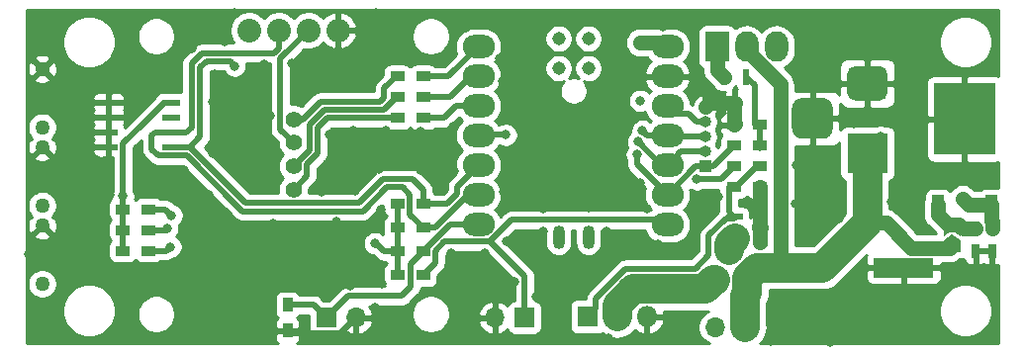
<source format=gtl>
G04 #@! TF.GenerationSoftware,KiCad,Pcbnew,(5.1.6-0-10_14)*
G04 #@! TF.CreationDate,2020-10-30T11:13:33+09:00*
G04 #@! TF.ProjectId,NinjaLAMP,4e696e6a-614c-4414-9d50-2e6b69636164,rev?*
G04 #@! TF.SameCoordinates,Original*
G04 #@! TF.FileFunction,Copper,L1,Top*
G04 #@! TF.FilePolarity,Positive*
%FSLAX46Y46*%
G04 Gerber Fmt 4.6, Leading zero omitted, Abs format (unit mm)*
G04 Created by KiCad (PCBNEW (5.1.6-0-10_14)) date 2020-10-30 11:13:33*
%MOMM*%
%LPD*%
G01*
G04 APERTURE LIST*
G04 #@! TA.AperFunction,ComponentPad*
%ADD10R,1.000000X1.000000*%
G04 #@! TD*
G04 #@! TA.AperFunction,ComponentPad*
%ADD11O,1.000000X1.000000*%
G04 #@! TD*
G04 #@! TA.AperFunction,ComponentPad*
%ADD12O,2.032000X2.032000*%
G04 #@! TD*
G04 #@! TA.AperFunction,ComponentPad*
%ADD13C,1.399540*%
G04 #@! TD*
G04 #@! TA.AperFunction,ComponentPad*
%ADD14R,1.700000X1.700000*%
G04 #@! TD*
G04 #@! TA.AperFunction,ComponentPad*
%ADD15O,1.700000X1.700000*%
G04 #@! TD*
G04 #@! TA.AperFunction,ComponentPad*
%ADD16R,3.500000X3.500000*%
G04 #@! TD*
G04 #@! TA.AperFunction,ComponentPad*
%ADD17R,2.000000X2.600000*%
G04 #@! TD*
G04 #@! TA.AperFunction,ComponentPad*
%ADD18O,2.000000X2.600000*%
G04 #@! TD*
G04 #@! TA.AperFunction,SMDPad,CuDef*
%ADD19R,1.320800X0.558800*%
G04 #@! TD*
G04 #@! TA.AperFunction,SMDPad,CuDef*
%ADD20R,0.558800X1.320800*%
G04 #@! TD*
G04 #@! TA.AperFunction,SMDPad,CuDef*
%ADD21R,1.200000X0.900000*%
G04 #@! TD*
G04 #@! TA.AperFunction,SMDPad,CuDef*
%ADD22C,1.143000*%
G04 #@! TD*
G04 #@! TA.AperFunction,SMDPad,CuDef*
%ADD23O,1.016000X2.032000*%
G04 #@! TD*
G04 #@! TA.AperFunction,SMDPad,CuDef*
%ADD24O,2.748280X1.998980*%
G04 #@! TD*
G04 #@! TA.AperFunction,ComponentPad*
%ADD25O,1.800000X1.800000*%
G04 #@! TD*
G04 #@! TA.AperFunction,ComponentPad*
%ADD26R,1.800000X1.800000*%
G04 #@! TD*
G04 #@! TA.AperFunction,SMDPad,CuDef*
%ADD27R,0.900000X1.200000*%
G04 #@! TD*
G04 #@! TA.AperFunction,ComponentPad*
%ADD28C,1.270000*%
G04 #@! TD*
G04 #@! TA.AperFunction,SMDPad,CuDef*
%ADD29R,1.549400X0.558800*%
G04 #@! TD*
G04 #@! TA.AperFunction,SMDPad,CuDef*
%ADD30R,0.750000X1.200000*%
G04 #@! TD*
G04 #@! TA.AperFunction,SMDPad,CuDef*
%ADD31R,1.016000X1.651000*%
G04 #@! TD*
G04 #@! TA.AperFunction,SMDPad,CuDef*
%ADD32R,5.298440X6.197600*%
G04 #@! TD*
G04 #@! TA.AperFunction,SMDPad,CuDef*
%ADD33C,0.100000*%
G04 #@! TD*
G04 #@! TA.AperFunction,SMDPad,CuDef*
%ADD34R,5.200000X1.700000*%
G04 #@! TD*
G04 #@! TA.AperFunction,ViaPad*
%ADD35C,0.800000*%
G04 #@! TD*
G04 #@! TA.AperFunction,Conductor*
%ADD36C,1.270000*%
G04 #@! TD*
G04 #@! TA.AperFunction,Conductor*
%ADD37C,2.540000*%
G04 #@! TD*
G04 #@! TA.AperFunction,Conductor*
%ADD38C,0.508000*%
G04 #@! TD*
G04 #@! TA.AperFunction,Conductor*
%ADD39C,0.254000*%
G04 #@! TD*
G04 APERTURE END LIST*
D10*
G04 #@! TO.P,J2,1*
G04 #@! TO.N,TACT0*
X168732500Y-101697000D03*
D11*
G04 #@! TO.P,J2,2*
G04 #@! TO.N,TACT1*
X168732500Y-100427000D03*
G04 #@! TO.P,J2,3*
G04 #@! TO.N,TACT2*
X168732500Y-99157000D03*
G04 #@! TO.P,J2,4*
G04 #@! TO.N,+3V3*
X168732500Y-97887000D03*
G04 #@! TO.P,J2,5*
G04 #@! TO.N,GND*
X168732500Y-96617000D03*
G04 #@! TD*
D12*
G04 #@! TO.P,D2,4*
G04 #@! TO.N,SDA*
X129710000Y-90040000D03*
G04 #@! TO.P,D2,3*
G04 #@! TO.N,SCL*
X132250000Y-90040000D03*
G04 #@! TO.P,D2,2*
G04 #@! TO.N,+3V3*
X134790000Y-90040000D03*
G04 #@! TO.P,D2,1*
G04 #@! TO.N,GND*
X137330000Y-90040000D03*
G04 #@! TD*
D13*
G04 #@! TO.P,D1,4*
G04 #@! TO.N,Net-(D1-Pad4)*
X133520000Y-97660260D03*
G04 #@! TO.P,D1,3*
G04 #@! TO.N,+3V3*
X133520000Y-99661780D03*
G04 #@! TO.P,D1,2*
G04 #@! TO.N,Net-(D1-Pad2)*
X133520000Y-101658220D03*
G04 #@! TO.P,D1,1*
G04 #@! TO.N,Net-(D1-Pad1)*
X133520000Y-103659740D03*
G04 #@! TD*
D14*
G04 #@! TO.P,HEATER1,1*
G04 #@! TO.N,+12V*
X172149240Y-115442800D03*
D15*
G04 #@! TO.P,HEATER1,2*
G04 #@! TO.N,/Q2*
X169609240Y-115442800D03*
G04 #@! TD*
G04 #@! TO.P,HEATER2,2*
G04 #@! TO.N,/Q2*
X169619400Y-111369400D03*
D14*
G04 #@! TO.P,HEATER2,1*
G04 #@! TO.N,+12V*
X172159400Y-111369400D03*
G04 #@! TD*
D16*
G04 #@! TO.P,J1,1*
G04 #@! TO.N,+12V*
X182624200Y-100574400D03*
G04 #@! TO.P,J1,2*
G04 #@! TO.N,GND*
G04 #@! TA.AperFunction,ComponentPad*
G36*
G01*
X181624200Y-93074400D02*
X183624200Y-93074400D01*
G75*
G02*
X184374200Y-93824400I0J-750000D01*
G01*
X184374200Y-95324400D01*
G75*
G02*
X183624200Y-96074400I-750000J0D01*
G01*
X181624200Y-96074400D01*
G75*
G02*
X180874200Y-95324400I0J750000D01*
G01*
X180874200Y-93824400D01*
G75*
G02*
X181624200Y-93074400I750000J0D01*
G01*
G37*
G04 #@! TD.AperFunction*
G04 #@! TO.P,J1,3*
G04 #@! TA.AperFunction,ComponentPad*
G36*
G01*
X177049200Y-95824400D02*
X178799200Y-95824400D01*
G75*
G02*
X179674200Y-96699400I0J-875000D01*
G01*
X179674200Y-98449400D01*
G75*
G02*
X178799200Y-99324400I-875000J0D01*
G01*
X177049200Y-99324400D01*
G75*
G02*
X176174200Y-98449400I0J875000D01*
G01*
X176174200Y-96699400D01*
G75*
G02*
X177049200Y-95824400I875000J0D01*
G01*
G37*
G04 #@! TD.AperFunction*
G04 #@! TD*
D17*
G04 #@! TO.P,FAN1,1*
G04 #@! TO.N,Net-(FAN1-Pad1)*
X169759100Y-91439800D03*
D18*
G04 #@! TO.P,FAN1,2*
G04 #@! TO.N,+12V*
X172299100Y-91439800D03*
G04 #@! TO.P,FAN1,3*
G04 #@! TO.N,N/C*
X174839100Y-91439800D03*
G04 #@! TD*
D14*
G04 #@! TO.P,NTC_AIR1,1*
G04 #@! TO.N,AIN_AIR*
X136320000Y-114630000D03*
D15*
G04 #@! TO.P,NTC_AIR1,2*
G04 #@! TO.N,GND*
X138860000Y-114630000D03*
G04 #@! TD*
G04 #@! TO.P,NTC_WELL1,2*
G04 #@! TO.N,GND*
X150752500Y-114630000D03*
D14*
G04 #@! TO.P,NTC_WELL1,1*
G04 #@! TO.N,AIN_WELL*
X153292500Y-114630000D03*
G04 #@! TD*
D19*
G04 #@! TO.P,Q1,3*
G04 #@! TO.N,GND*
X173467500Y-106908400D03*
G04 #@! TO.P,Q1,2*
G04 #@! TO.N,/Q2*
X171283100Y-107848200D03*
G04 #@! TO.P,Q1,1*
G04 #@! TO.N,/Q1*
X171283100Y-105968600D03*
G04 #@! TD*
D20*
G04 #@! TO.P,Q2,1*
G04 #@! TO.N,Net-(Q2-Pad1)*
X172248300Y-94017900D03*
G04 #@! TO.P,Q2,2*
G04 #@! TO.N,Net-(FAN1-Pad1)*
X170368700Y-94017900D03*
G04 #@! TO.P,Q2,3*
G04 #@! TO.N,GND*
X171308500Y-96202300D03*
G04 #@! TD*
D21*
G04 #@! TO.P,R4,2*
G04 #@! TO.N,+3V3*
X142410000Y-106934000D03*
G04 #@! TO.P,R4,1*
G04 #@! TO.N,SCL*
X144610000Y-106934000D03*
G04 #@! TD*
G04 #@! TO.P,R5,1*
G04 #@! TO.N,SDA*
X144610000Y-104902000D03*
G04 #@! TO.P,R5,2*
G04 #@! TO.N,+3V3*
X142410000Y-104902000D03*
G04 #@! TD*
G04 #@! TO.P,R7,2*
G04 #@! TO.N,AIN_WELL*
X144610000Y-110998000D03*
G04 #@! TO.P,R7,1*
G04 #@! TO.N,+3V3*
X142410000Y-110998000D03*
G04 #@! TD*
G04 #@! TO.P,R8,1*
G04 #@! TO.N,+3V3*
X142410000Y-108966000D03*
G04 #@! TO.P,R8,2*
G04 #@! TO.N,AIN_AIR*
X144610000Y-108966000D03*
G04 #@! TD*
G04 #@! TO.P,R11,2*
G04 #@! TO.N,HEATER*
X171221960Y-101676000D03*
G04 #@! TO.P,R11,1*
G04 #@! TO.N,/Q1*
X173421960Y-101676000D03*
G04 #@! TD*
G04 #@! TO.P,R12,1*
G04 #@! TO.N,GND*
X173421960Y-103454000D03*
G04 #@! TO.P,R12,2*
G04 #@! TO.N,/Q1*
X171221960Y-103454000D03*
G04 #@! TD*
G04 #@! TO.P,R9,2*
G04 #@! TO.N,TACT1*
X121110000Y-107126000D03*
G04 #@! TO.P,R9,1*
G04 #@! TO.N,+3V3*
X118910000Y-107126000D03*
G04 #@! TD*
G04 #@! TO.P,R1,2*
G04 #@! TO.N,Net-(D1-Pad1)*
X142410000Y-97536000D03*
G04 #@! TO.P,R1,1*
G04 #@! TO.N,LED_B*
X144610000Y-97536000D03*
G04 #@! TD*
G04 #@! TO.P,R2,1*
G04 #@! TO.N,LED_R*
X144610000Y-93980000D03*
G04 #@! TO.P,R2,2*
G04 #@! TO.N,Net-(D1-Pad4)*
X142410000Y-93980000D03*
G04 #@! TD*
G04 #@! TO.P,R13,1*
G04 #@! TO.N,Net-(Q2-Pad1)*
X173421960Y-99898000D03*
G04 #@! TO.P,R13,2*
G04 #@! TO.N,TACT0*
X171221960Y-99898000D03*
G04 #@! TD*
G04 #@! TO.P,R3,2*
G04 #@! TO.N,Net-(D1-Pad2)*
X142410000Y-95758000D03*
G04 #@! TO.P,R3,1*
G04 #@! TO.N,LED_G*
X144610000Y-95758000D03*
G04 #@! TD*
G04 #@! TO.P,R14,2*
G04 #@! TO.N,Net-(Q2-Pad1)*
X173421960Y-98120000D03*
G04 #@! TO.P,R14,1*
G04 #@! TO.N,GND*
X171221960Y-98120000D03*
G04 #@! TD*
D22*
G04 #@! TO.P,U1,20*
G04 #@! TO.N,N/C*
X158758803Y-93275813D03*
G04 #@! TO.P,U1,19*
X156218803Y-93275813D03*
G04 #@! TO.P,U1,18*
X158758803Y-90735813D03*
G04 #@! TO.P,U1,17*
X156218803Y-90735813D03*
D23*
G04 #@! TO.P,U1,16*
X158770000Y-107740000D03*
G04 #@! TO.P,U1,15*
X156220000Y-107740000D03*
D24*
G04 #@! TO.P,U1,1*
G04 #@! TO.N,LED_R*
X149353120Y-91422180D03*
G04 #@! TO.P,U1,2*
G04 #@! TO.N,LED_G*
X149353120Y-93962180D03*
G04 #@! TO.P,U1,3*
G04 #@! TO.N,LED_B*
X149353120Y-96502180D03*
G04 #@! TO.P,U1,4*
G04 #@! TO.N,HEATER*
X149353120Y-99042180D03*
G04 #@! TO.P,U1,5*
G04 #@! TO.N,SDA*
X149353120Y-101582180D03*
G04 #@! TO.P,U1,6*
G04 #@! TO.N,SCL*
X149353120Y-104122180D03*
G04 #@! TO.P,U1,7*
G04 #@! TO.N,AIN_AIR*
X149353120Y-106662180D03*
G04 #@! TO.P,U1,8*
G04 #@! TO.N,AIN_WELL*
X165517680Y-106662180D03*
G04 #@! TO.P,U1,9*
G04 #@! TO.N,TACT0*
X165517680Y-104122180D03*
G04 #@! TO.P,U1,10*
G04 #@! TO.N,TACT1*
X165517680Y-101582180D03*
G04 #@! TO.P,U1,11*
G04 #@! TO.N,TACT2*
X165517680Y-99042180D03*
G04 #@! TO.P,U1,12*
G04 #@! TO.N,+3V3*
X165517680Y-96502180D03*
G04 #@! TO.P,U1,13*
G04 #@! TO.N,GND*
X165517680Y-93962180D03*
G04 #@! TO.P,U1,14*
G04 #@! TO.N,+5V*
X165517680Y-91422180D03*
G04 #@! TD*
D25*
G04 #@! TO.P,EXTRA_Q1,3*
G04 #@! TO.N,GND*
X163762500Y-114557000D03*
G04 #@! TO.P,EXTRA_Q1,2*
G04 #@! TO.N,/Q2*
X161222500Y-114557000D03*
D26*
G04 #@! TO.P,EXTRA_Q1,1*
G04 #@! TO.N,/Q1*
X158682500Y-114557000D03*
G04 #@! TD*
D27*
G04 #@! TO.P,TH1,2*
G04 #@! TO.N,GND*
X133002500Y-115727000D03*
G04 #@! TO.P,TH1,1*
G04 #@! TO.N,AIN_AIR*
X133002500Y-113527000D03*
G04 #@! TD*
D28*
G04 #@! TO.P,SW1,2*
G04 #@! TO.N,GND*
X112020000Y-100040640D03*
G04 #@! TO.P,SW1,1*
G04 #@! TO.N,TACT1*
X112020000Y-105039360D03*
G04 #@! TD*
D21*
G04 #@! TO.P,R6,1*
G04 #@! TO.N,+3V3*
X118910000Y-108904000D03*
G04 #@! TO.P,R6,2*
G04 #@! TO.N,TACT0*
X121110000Y-108904000D03*
G04 #@! TD*
G04 #@! TO.P,R10,2*
G04 #@! TO.N,TACT2*
X121110000Y-105348000D03*
G04 #@! TO.P,R10,1*
G04 #@! TO.N,+3V3*
X118910000Y-105348000D03*
G04 #@! TD*
D28*
G04 #@! TO.P,SW0,1*
G04 #@! TO.N,TACT0*
X112020000Y-111739360D03*
G04 #@! TO.P,SW0,2*
G04 #@! TO.N,GND*
X112020000Y-106740640D03*
G04 #@! TD*
G04 #@! TO.P,SW2,2*
G04 #@! TO.N,GND*
X112020000Y-93340640D03*
G04 #@! TO.P,SW2,1*
G04 #@! TO.N,TACT2*
X112020000Y-98339360D03*
G04 #@! TD*
D29*
G04 #@! TO.P,CR1,8*
G04 #@! TO.N,+3V3*
X123072200Y-96215000D03*
G04 #@! TO.P,CR1,7*
G04 #@! TO.N,N/C*
X123072200Y-97485000D03*
G04 #@! TO.P,CR1,6*
G04 #@! TO.N,SCL*
X123072200Y-98755000D03*
G04 #@! TO.P,CR1,5*
G04 #@! TO.N,SDA*
X123072200Y-100025000D03*
G04 #@! TO.P,CR1,4*
G04 #@! TO.N,GND*
X117712800Y-100025000D03*
G04 #@! TO.P,CR1,3*
X117712800Y-98755000D03*
G04 #@! TO.P,CR1,2*
X117712800Y-97485000D03*
G04 #@! TO.P,CR1,1*
X117712800Y-96215000D03*
G04 #@! TD*
D30*
G04 #@! TO.P,C2,1*
G04 #@! TO.N,Net-(C2-Pad1)*
X191892500Y-107027000D03*
G04 #@! TO.P,C2,2*
G04 #@! TO.N,GND*
X191892500Y-108927000D03*
G04 #@! TD*
G04 #@! TO.P,C3,2*
G04 #@! TO.N,GND*
X193292500Y-108927000D03*
G04 #@! TO.P,C3,1*
G04 #@! TO.N,+5V*
X193292500Y-107027000D03*
G04 #@! TD*
D31*
G04 #@! TO.P,U2,1*
G04 #@! TO.N,Net-(C2-Pad1)*
X188660500Y-104957000D03*
D32*
G04 #@! TO.P,U2,2*
G04 #@! TO.N,GND*
X190946500Y-97631640D03*
D31*
G04 #@! TO.P,U2,3*
G04 #@! TO.N,+5V*
X193232500Y-104957000D03*
G04 #@! TD*
G04 #@! TA.AperFunction,SMDPad,CuDef*
D33*
G04 #@! TO.P,JP1,2*
G04 #@! TO.N,Net-(C2-Pad1)*
G36*
X190642500Y-106552000D02*
G01*
X190642500Y-107702000D01*
X189892500Y-107202000D01*
X189142500Y-107702000D01*
X189142500Y-106552000D01*
X190642500Y-106552000D01*
G37*
G04 #@! TD.AperFunction*
G04 #@! TA.AperFunction,SMDPad,CuDef*
G04 #@! TO.P,JP1,1*
G04 #@! TO.N,+12V*
G36*
X189892500Y-107502000D02*
G01*
X190642500Y-108002000D01*
X190642500Y-109002000D01*
X189142500Y-109002000D01*
X189142500Y-108002000D01*
X189892500Y-107502000D01*
G37*
G04 #@! TD.AperFunction*
G04 #@! TD*
D34*
G04 #@! TO.P,C1,1*
G04 #@! TO.N,+12V*
X176642500Y-110367880D03*
G04 #@! TO.P,C1,2*
G04 #@! TO.N,GND*
X185742500Y-110367880D03*
G04 #@! TD*
D35*
G04 #@! TO.N,*
X163202500Y-96067000D03*
G04 #@! TO.N,GND*
X173467500Y-108216500D03*
X118352500Y-92177000D03*
X118932500Y-88997000D03*
X148722500Y-113277000D03*
X156382500Y-115517000D03*
X128452500Y-88577000D03*
X140582500Y-88537000D03*
X143592500Y-91947000D03*
X143722500Y-89137000D03*
X155182500Y-96017000D03*
X151412500Y-94367000D03*
X148322500Y-89787000D03*
X151582500Y-88847000D03*
X151122500Y-92397000D03*
X154702500Y-88957000D03*
X155212500Y-92027000D03*
X157532500Y-91877000D03*
X157612500Y-89477000D03*
X160192500Y-91997000D03*
X160192500Y-96197000D03*
X163682500Y-92657000D03*
X165172500Y-89737000D03*
X167682500Y-90677000D03*
X161682500Y-89847000D03*
X170372500Y-89087000D03*
X174582500Y-89057000D03*
X177552500Y-89047000D03*
X181922500Y-89227000D03*
X187102500Y-89177000D03*
X192902500Y-93097000D03*
X188892500Y-112447000D03*
X186762500Y-116407000D03*
X185992500Y-112477000D03*
X174352500Y-116627000D03*
X174712500Y-112557000D03*
X179402500Y-116707000D03*
X176852500Y-114777000D03*
X182542500Y-115127000D03*
X178292500Y-107277000D03*
X180212500Y-106167000D03*
X179732500Y-101487000D03*
X176592500Y-101607000D03*
X176462500Y-104917000D03*
X181512500Y-98057000D03*
G04 #@! TO.N,+12V*
X183752500Y-99147000D03*
G04 #@! TO.N,GND*
X156412500Y-112337000D03*
X167402500Y-105457000D03*
X169902500Y-104307000D03*
X123392500Y-94877000D03*
X119492500Y-96977000D03*
X111592500Y-89777000D03*
X111292500Y-95877000D03*
X115192500Y-96377000D03*
X110992500Y-102177000D03*
X115692500Y-99677000D03*
X110892500Y-109177000D03*
X114092500Y-107277000D03*
X115092500Y-104077000D03*
X117792500Y-104077000D03*
X124192500Y-101977000D03*
X126592500Y-100577000D03*
X127592500Y-98477000D03*
X131992500Y-100877000D03*
X130192500Y-103677000D03*
X115492500Y-108977000D03*
X111292500Y-113577000D03*
X113292500Y-116177000D03*
X118292500Y-111877000D03*
X119192500Y-116277000D03*
X121392500Y-110477000D03*
X124492500Y-115677000D03*
X124592500Y-112377000D03*
X128192500Y-115777000D03*
X128192500Y-112477000D03*
X131492500Y-115677000D03*
X131392500Y-112477000D03*
X134792500Y-111877000D03*
X141092500Y-111777000D03*
X138392500Y-111877000D03*
X140492500Y-113777000D03*
X142992500Y-116377000D03*
X139592500Y-116477000D03*
X146192500Y-111977000D03*
X146992500Y-109077000D03*
X149892500Y-109077000D03*
X152392500Y-111577000D03*
X149492500Y-111377000D03*
X148092500Y-116077000D03*
X154292500Y-112877000D03*
X151792500Y-108077000D03*
X154892500Y-107277000D03*
X153992500Y-110077000D03*
X157492500Y-109177000D03*
X160292500Y-107277000D03*
X164692500Y-108377000D03*
X162392500Y-109277000D03*
X160192500Y-110577000D03*
X160492500Y-116377000D03*
X163792500Y-105277000D03*
X158792500Y-105177000D03*
X154892500Y-105277000D03*
X151492500Y-105477000D03*
X151492500Y-103877000D03*
X154592500Y-100877000D03*
X161692500Y-100877000D03*
X157992500Y-100877000D03*
X163192500Y-103077000D03*
X160092500Y-103177000D03*
X156292500Y-103077000D03*
X135892500Y-102177000D03*
X135892500Y-103877000D03*
X138792500Y-103777000D03*
X140792500Y-101877000D03*
X144392500Y-101977000D03*
X145792500Y-103677000D03*
X147292500Y-102077000D03*
X147492500Y-100177000D03*
X147192500Y-98277000D03*
X144392500Y-98677000D03*
X141392500Y-98577000D03*
X138592500Y-98577000D03*
X136592500Y-98977000D03*
X137492500Y-101077000D03*
X139692500Y-100077000D03*
X142792500Y-100577000D03*
X145692500Y-100277000D03*
X133592500Y-107577000D03*
X131792500Y-106577000D03*
X130092500Y-107577000D03*
X127992500Y-106277000D03*
X126592500Y-107677000D03*
X126292500Y-104077000D03*
X120492500Y-103977000D03*
X120192500Y-100177000D03*
X126792500Y-93777000D03*
X126592500Y-96177000D03*
X130992500Y-92977000D03*
X129092500Y-95577000D03*
X131492500Y-97377000D03*
X129292500Y-100777000D03*
X133392500Y-92877000D03*
X121892500Y-92977000D03*
X124192500Y-89077000D03*
X124792500Y-91577000D03*
X127592500Y-90977000D03*
X135992500Y-91577000D03*
X138792500Y-91477000D03*
X141492500Y-92077000D03*
X140192500Y-94877000D03*
X136692500Y-94977000D03*
X133992500Y-96077000D03*
X135792500Y-107577000D03*
X137192500Y-106377000D03*
X138592500Y-107677000D03*
X140992500Y-105377000D03*
X121192500Y-102177000D03*
X186492500Y-97677000D03*
X186592500Y-102177000D03*
X189492500Y-103077000D03*
X193192500Y-101777000D03*
X191992500Y-103177000D03*
X184692500Y-104677000D03*
X187692500Y-107077000D03*
X177092500Y-92777000D03*
X179692500Y-91277000D03*
X185992500Y-91177000D03*
X186892500Y-94677000D03*
G04 #@! TO.N,+3V3*
X118941501Y-104226001D03*
X140492500Y-108277000D03*
G04 #@! TO.N,SDA*
X128492500Y-93077000D03*
G04 #@! TO.N,/Q2*
X170787800Y-108889600D03*
G04 #@! TO.N,HEATER*
X168046550Y-102801050D03*
X151692500Y-98977000D03*
G04 #@! TO.N,TACT0*
X162888630Y-100680870D03*
X122992500Y-108577000D03*
G04 #@! TO.N,TACT1*
X162992500Y-99577000D03*
X122700510Y-106985010D03*
G04 #@! TO.N,TACT2*
X163392500Y-98620290D03*
X123092500Y-105877000D03*
G04 #@! TO.N,+5V*
X190792500Y-104477000D03*
X163192500Y-91077000D03*
G04 #@! TD*
D36*
G04 #@! TO.N,+12V*
X175169300Y-109284160D02*
X176253020Y-110367880D01*
X175169300Y-94665096D02*
X175169300Y-109284160D01*
X172299100Y-91439800D02*
X172299100Y-91794896D01*
D37*
X176253020Y-110367880D02*
X174160920Y-110367880D01*
X172159400Y-115432640D02*
X172149240Y-115442800D01*
X172359410Y-112504349D02*
X172359410Y-111369400D01*
X172149240Y-112714519D02*
X172359410Y-112504349D01*
X172149240Y-115442800D02*
X172149240Y-112714519D01*
X173184479Y-110367880D02*
X172359410Y-111192949D01*
X176253020Y-110367880D02*
X173184479Y-110367880D01*
D36*
X172299100Y-91794896D02*
X175169300Y-94665096D01*
D37*
X182624200Y-106522902D02*
X178779222Y-110367880D01*
X178779222Y-110367880D02*
X176642500Y-110367880D01*
X182624200Y-101574400D02*
X182624200Y-106522902D01*
D36*
X186398379Y-108682879D02*
X189711621Y-108682879D01*
X189711621Y-108682879D02*
X189892500Y-108502000D01*
X184238402Y-106522902D02*
X186398379Y-108682879D01*
X182624200Y-106522902D02*
X184238402Y-106522902D01*
D38*
G04 #@! TO.N,GND*
X165517680Y-93962180D02*
X166640140Y-93962180D01*
D36*
X173475300Y-106900600D02*
X173467500Y-106908400D01*
X173467500Y-106908400D02*
X173467500Y-108216500D01*
X171308500Y-98033460D02*
X171221960Y-98120000D01*
X173421960Y-106862860D02*
X173467500Y-106908400D01*
X173421960Y-103454000D02*
X173421960Y-106862860D01*
X169082199Y-96202300D02*
X168732500Y-96551999D01*
X171308500Y-96202300D02*
X169082199Y-96202300D01*
X171221960Y-96288840D02*
X171308500Y-96202300D01*
X171221960Y-98120000D02*
X171221960Y-96288840D01*
D38*
X133209501Y-115934001D02*
X133002500Y-115727000D01*
X137555999Y-115934001D02*
X133209501Y-115934001D01*
X138860000Y-114630000D02*
X137555999Y-115934001D01*
X132795499Y-115934001D02*
X133002500Y-115727000D01*
X134792500Y-108577000D02*
X135792500Y-107577000D01*
X134792500Y-111877000D02*
X134792500Y-108577000D01*
X134592500Y-108577000D02*
X134792500Y-108577000D01*
X133592500Y-107577000D02*
X134592500Y-108577000D01*
G04 #@! TO.N,+3V3*
X165517680Y-96502180D02*
X166073780Y-97058280D01*
X168025394Y-97887000D02*
X167342500Y-97204106D01*
X168732500Y-97887000D02*
X168025394Y-97887000D01*
X166219606Y-97204106D02*
X165517680Y-96502180D01*
X167342500Y-97204106D02*
X166219606Y-97204106D01*
X118910000Y-105348000D02*
X118910000Y-107126000D01*
X118910000Y-107126000D02*
X118910000Y-108904000D01*
X142410000Y-110998000D02*
X142410000Y-108966000D01*
X142410000Y-108966000D02*
X142410000Y-106934000D01*
X142410000Y-106934000D02*
X142410000Y-104902000D01*
X118941501Y-105316499D02*
X118910000Y-105348000D01*
X123072200Y-96215000D02*
X122470898Y-96215000D01*
X120650699Y-98035199D02*
X118941501Y-99744397D01*
X122470898Y-96215000D02*
X120650699Y-98035199D01*
X132366229Y-92463771D02*
X134790000Y-90040000D01*
X132366229Y-98508009D02*
X132366229Y-92463771D01*
X133520000Y-99661780D02*
X132366229Y-98508009D01*
X118941501Y-104226001D02*
X118941501Y-105316499D01*
X118941501Y-99744397D02*
X118941501Y-104226001D01*
X142410000Y-108966000D02*
X141281500Y-108966000D01*
X140592500Y-108277000D02*
X140492500Y-108277000D01*
X141281500Y-108966000D02*
X140592500Y-108277000D01*
G04 #@! TO.N,SCL*
X149353120Y-104122180D02*
X148937680Y-104122180D01*
X149353120Y-104122180D02*
X148452544Y-104122180D01*
X145640724Y-106934000D02*
X144610000Y-106934000D01*
X148452544Y-104122180D02*
X145640724Y-106934000D01*
X121392500Y-100216602D02*
X121392500Y-99077000D01*
X124372625Y-100758401D02*
X121934299Y-100758401D01*
X121392500Y-99077000D02*
X121714500Y-98755000D01*
X121934299Y-100758401D02*
X121392500Y-100216602D01*
X128721001Y-105106777D02*
X124372625Y-100758401D01*
X139447979Y-105521521D02*
X129135744Y-105521521D01*
X144610000Y-106934000D02*
X143464001Y-105788001D01*
X129135744Y-105521521D02*
X128721001Y-105106777D01*
X141492500Y-103477000D02*
X139447979Y-105521521D01*
X121714500Y-98755000D02*
X123072200Y-98755000D01*
X143464001Y-104088799D02*
X142852202Y-103477000D01*
X142852202Y-103477000D02*
X141492500Y-103477000D01*
X143464001Y-105788001D02*
X143464001Y-104088799D01*
X124354900Y-98755000D02*
X124792500Y-98317400D01*
X123072200Y-98755000D02*
X124354900Y-98755000D01*
X124792500Y-98317400D02*
X124792500Y-92877000D01*
X125692500Y-91977000D02*
X131851723Y-91977000D01*
X124792500Y-92877000D02*
X125692500Y-91977000D01*
X132250000Y-91578723D02*
X132250000Y-90040000D01*
X131851723Y-91977000D02*
X132250000Y-91578723D01*
G04 #@! TO.N,SDA*
X149353120Y-101582180D02*
X149353120Y-101477620D01*
X149353120Y-101472389D02*
X149353120Y-101582180D01*
X149353120Y-101582180D02*
X148897680Y-101582180D01*
X149353120Y-101582180D02*
X147524970Y-103410330D01*
X147524970Y-103410330D02*
X147524970Y-104048478D01*
X146671448Y-104902000D02*
X144610000Y-104902000D01*
X147524970Y-104048478D02*
X146671448Y-104902000D01*
X144610000Y-103694500D02*
X144610000Y-104902000D01*
X141199234Y-102768990D02*
X143684490Y-102768990D01*
X129429011Y-104813511D02*
X139154713Y-104813511D01*
X143684490Y-102768990D02*
X144610000Y-103694500D01*
X124640500Y-100025000D02*
X129429011Y-104813511D01*
X139154713Y-104813511D02*
X141199234Y-102768990D01*
X123072200Y-100025000D02*
X124640500Y-100025000D01*
X124640500Y-100025000D02*
X125547143Y-99118357D01*
X125547143Y-93222357D02*
X126084490Y-92685010D01*
X125547143Y-99118357D02*
X125547143Y-93222357D01*
X128100510Y-92685010D02*
X128492500Y-93077000D01*
X126084490Y-92685010D02*
X128100510Y-92685010D01*
D37*
G04 #@! TO.N,/Q2*
X170787800Y-108343500D02*
X171283100Y-107848200D01*
X170787800Y-108889600D02*
X170787800Y-108343500D01*
X169465878Y-111369400D02*
X169042639Y-111792639D01*
X169619400Y-111369400D02*
X169465878Y-111369400D01*
X162624899Y-112186999D02*
X161222500Y-113589398D01*
X161222500Y-113589398D02*
X161222500Y-114557000D01*
X168801801Y-112186999D02*
X162624899Y-112186999D01*
X169619400Y-111369400D02*
X168801801Y-112186999D01*
D38*
G04 #@! TO.N,TACT2*
X165632500Y-99157000D02*
X165517680Y-99042180D01*
X168732500Y-99157000D02*
X165632500Y-99157000D01*
G04 #@! TO.N,TACT0*
X167942860Y-101697000D02*
X165517680Y-104122180D01*
X168732500Y-101697000D02*
X167942860Y-101697000D01*
X169422960Y-101697000D02*
X168732500Y-101697000D01*
X171221960Y-99898000D02*
X169422960Y-101697000D01*
G04 #@! TO.N,AIN_AIR*
X135217000Y-113527000D02*
X136320000Y-114630000D01*
X133002500Y-113527000D02*
X135217000Y-113527000D01*
X146913820Y-106662180D02*
X144610000Y-108966000D01*
X149353120Y-106662180D02*
X146913820Y-106662180D01*
X143555999Y-110020001D02*
X144610000Y-108966000D01*
X142792500Y-112777000D02*
X143555999Y-112013501D01*
X138173000Y-112777000D02*
X142792500Y-112777000D01*
X143555999Y-112013501D02*
X143555999Y-110020001D01*
X136320000Y-114630000D02*
X138173000Y-112777000D01*
G04 #@! TO.N,AIN_WELL*
X165125490Y-106269990D02*
X165517680Y-106662180D01*
X152175519Y-106269990D02*
X150329829Y-108115680D01*
X165125490Y-106269990D02*
X152175519Y-106269990D01*
X150329829Y-108115680D02*
X146461596Y-108115680D01*
X145664001Y-109943999D02*
X144610000Y-110998000D01*
X145664001Y-108913275D02*
X145664001Y-109943999D01*
X146461596Y-108115680D02*
X145664001Y-108913275D01*
X153292500Y-111078351D02*
X150329829Y-108115680D01*
X153292500Y-114630000D02*
X153292500Y-111078351D01*
G04 #@! TO.N,/Q1*
X170724582Y-105968600D02*
X171283100Y-105968600D01*
X170780000Y-103454000D02*
X170780000Y-105567100D01*
X171181500Y-105968600D02*
X171283100Y-105968600D01*
X170780000Y-105567100D02*
X171181500Y-105968600D01*
X171221960Y-103454000D02*
X171369460Y-103454000D01*
X173147460Y-101676000D02*
X173421960Y-101676000D01*
X171369460Y-103454000D02*
X173147460Y-101676000D01*
X159396780Y-112977000D02*
X159396780Y-113842720D01*
X161910790Y-110462990D02*
X159396780Y-112977000D01*
X169063790Y-109285710D02*
X167886511Y-110462989D01*
X167886511Y-110462989D02*
X161910790Y-110462990D01*
X169063790Y-107629392D02*
X169063790Y-109285710D01*
X159396780Y-113842720D02*
X158682500Y-114557000D01*
X171195309Y-106124191D02*
X170568991Y-106124191D01*
X170568991Y-106124191D02*
X169063790Y-107629392D01*
X171283100Y-106036400D02*
X171195309Y-106124191D01*
X171283100Y-105968600D02*
X171283100Y-106036400D01*
G04 #@! TO.N,HEATER*
X149348200Y-99047100D02*
X149353120Y-99042180D01*
X170096910Y-102801050D02*
X168046550Y-102801050D01*
X171221960Y-101676000D02*
X170096910Y-102801050D01*
X149418300Y-98977000D02*
X149353120Y-99042180D01*
X151692500Y-98977000D02*
X149418300Y-98977000D01*
G04 #@! TO.N,LED_B*
X149353120Y-96502180D02*
X149257320Y-96502180D01*
X149353120Y-96502180D02*
X147467320Y-96502180D01*
X146433500Y-97536000D02*
X144610000Y-97536000D01*
X147467320Y-96502180D02*
X146433500Y-97536000D01*
G04 #@! TO.N,LED_R*
X149353120Y-91422180D02*
X148732820Y-91422180D01*
X149353120Y-91422180D02*
X146798300Y-93977000D01*
X144613000Y-93977000D02*
X144610000Y-93980000D01*
X146798300Y-93977000D02*
X144613000Y-93977000D01*
G04 #@! TO.N,LED_G*
X149353120Y-93962180D02*
X148707320Y-93962180D01*
X146911500Y-95758000D02*
X144610000Y-95758000D01*
X148707320Y-93962180D02*
X146911500Y-95758000D01*
D36*
G04 #@! TO.N,Net-(FAN1-Pad1)*
X169759100Y-93408300D02*
X170368700Y-94017900D01*
X169759100Y-91439800D02*
X169759100Y-93408300D01*
D38*
G04 #@! TO.N,Net-(Q2-Pad1)*
X172980000Y-94749600D02*
X172980000Y-98120000D01*
X172248300Y-94017900D02*
X172980000Y-94749600D01*
X173421960Y-100152000D02*
X173421960Y-98120000D01*
G04 #@! TO.N,Net-(D1-Pad4)*
X134314697Y-97660260D02*
X133520000Y-97660260D01*
X135854976Y-96119980D02*
X134314697Y-97660260D01*
X141292500Y-95785022D02*
X140957542Y-96119980D01*
X141292500Y-95008298D02*
X141292500Y-95785022D01*
X142320798Y-93980000D02*
X141292500Y-95008298D01*
X140957542Y-96119980D02*
X135854976Y-96119980D01*
X142410000Y-93980000D02*
X142320798Y-93980000D01*
G04 #@! TO.N,Net-(D1-Pad2)*
X134892500Y-100285720D02*
X133520000Y-101658220D01*
X136148243Y-96827990D02*
X134892500Y-98083733D01*
X141250808Y-96827990D02*
X136148243Y-96827990D01*
X142320798Y-95758000D02*
X141250808Y-96827990D01*
X134892500Y-98083733D02*
X134892500Y-100285720D01*
X142410000Y-95758000D02*
X142320798Y-95758000D01*
G04 #@! TO.N,Net-(D1-Pad1)*
X136441510Y-97536000D02*
X135600510Y-98377000D01*
X134673771Y-101505725D02*
X134673771Y-102505969D01*
X135600510Y-100578987D02*
X134673771Y-101505725D01*
X134673771Y-102505969D02*
X133520000Y-103659740D01*
X135600510Y-98377000D02*
X135600510Y-100578987D01*
X142410000Y-97536000D02*
X136441510Y-97536000D01*
G04 #@! TO.N,TACT0*
X162888630Y-101493130D02*
X162888630Y-100680870D01*
X165517680Y-104122180D02*
X162888630Y-101493130D01*
X122665500Y-108904000D02*
X121110000Y-108904000D01*
X122992500Y-108577000D02*
X122665500Y-108904000D01*
G04 #@! TO.N,TACT1*
X165517680Y-101582180D02*
X165517680Y-101502180D01*
X166672860Y-100427000D02*
X168732500Y-100427000D01*
X165517680Y-101582180D02*
X166672860Y-100427000D01*
X164997680Y-101582180D02*
X162992500Y-99577000D01*
X165517680Y-101582180D02*
X164997680Y-101582180D01*
X121110000Y-107126000D02*
X122559520Y-107126000D01*
X122559520Y-107126000D02*
X122700510Y-106985010D01*
G04 #@! TO.N,TACT2*
X163814390Y-99042180D02*
X163392500Y-98620290D01*
X165517680Y-99042180D02*
X163814390Y-99042180D01*
X122563500Y-105348000D02*
X121110000Y-105348000D01*
X123092500Y-105877000D02*
X122563500Y-105348000D01*
D36*
G04 #@! TO.N,Net-(C2-Pad1)*
X189507490Y-106666990D02*
X188660500Y-105820000D01*
X190488374Y-106666990D02*
X189507490Y-106666990D01*
X188660500Y-105820000D02*
X188660500Y-104957000D01*
X190848384Y-107027000D02*
X190488374Y-106666990D01*
X191892500Y-107027000D02*
X190848384Y-107027000D01*
G04 #@! TO.N,+5V*
X193362510Y-106418102D02*
X193362510Y-107027000D01*
X193232500Y-106288092D02*
X193362510Y-106418102D01*
X193232500Y-104957000D02*
X193232500Y-106288092D01*
X191272500Y-104957000D02*
X190792500Y-104477000D01*
X193232500Y-104957000D02*
X191272500Y-104957000D01*
X165172500Y-91077000D02*
X165517680Y-91422180D01*
X163192500Y-91077000D02*
X165172500Y-91077000D01*
G04 #@! TD*
D39*
G04 #@! TO.N,GND*
G36*
X193810001Y-93934268D02*
G01*
X193720202Y-93907028D01*
X193595720Y-93894768D01*
X191232250Y-93897840D01*
X191073500Y-94056590D01*
X191073500Y-97504640D01*
X191093500Y-97504640D01*
X191093500Y-97758640D01*
X191073500Y-97758640D01*
X191073500Y-101206690D01*
X191232250Y-101365440D01*
X193595720Y-101368512D01*
X193720202Y-101356252D01*
X193810001Y-101329012D01*
X193810000Y-103500273D01*
X193740500Y-103493428D01*
X192724500Y-103493428D01*
X192600018Y-103505688D01*
X192480320Y-103541998D01*
X192370006Y-103600963D01*
X192273315Y-103680315D01*
X192267829Y-103687000D01*
X191798550Y-103687000D01*
X191646416Y-103534866D01*
X191501487Y-103415926D01*
X191280859Y-103297998D01*
X191041463Y-103225377D01*
X190792500Y-103200857D01*
X190543537Y-103225377D01*
X190304141Y-103297998D01*
X190083513Y-103415926D01*
X189890130Y-103574630D01*
X189731426Y-103768013D01*
X189712828Y-103802807D01*
X189699037Y-103777006D01*
X189619685Y-103680315D01*
X189522994Y-103600963D01*
X189412680Y-103541998D01*
X189292982Y-103505688D01*
X189168500Y-103493428D01*
X188152500Y-103493428D01*
X188028018Y-103505688D01*
X187908320Y-103541998D01*
X187798006Y-103600963D01*
X187701315Y-103680315D01*
X187621963Y-103777006D01*
X187562998Y-103887320D01*
X187526688Y-104007018D01*
X187514428Y-104131500D01*
X187514428Y-104407031D01*
X187481497Y-104468641D01*
X187408877Y-104708037D01*
X187390500Y-104894620D01*
X187390500Y-105757627D01*
X187384357Y-105820000D01*
X187390500Y-105882373D01*
X187390500Y-105882379D01*
X187402823Y-106007495D01*
X187408877Y-106068963D01*
X187425764Y-106124630D01*
X187481497Y-106308358D01*
X187599425Y-106528987D01*
X187758130Y-106722370D01*
X187806591Y-106762141D01*
X188457328Y-107412879D01*
X186924431Y-107412879D01*
X185180543Y-105668993D01*
X185140772Y-105620532D01*
X184947390Y-105461827D01*
X184726761Y-105343899D01*
X184529200Y-105283970D01*
X184529200Y-102940954D01*
X184618380Y-102913902D01*
X184728694Y-102854937D01*
X184825385Y-102775585D01*
X184904737Y-102678894D01*
X184963702Y-102568580D01*
X185000012Y-102448882D01*
X185012272Y-102324400D01*
X185012272Y-100730440D01*
X187659208Y-100730440D01*
X187671468Y-100854922D01*
X187707778Y-100974620D01*
X187766743Y-101084934D01*
X187846095Y-101181625D01*
X187942786Y-101260977D01*
X188053100Y-101319942D01*
X188172798Y-101356252D01*
X188297280Y-101368512D01*
X190660750Y-101365440D01*
X190819500Y-101206690D01*
X190819500Y-97758640D01*
X187821030Y-97758640D01*
X187662280Y-97917390D01*
X187659208Y-100730440D01*
X185012272Y-100730440D01*
X185012272Y-98824400D01*
X185000012Y-98699918D01*
X184963702Y-98580220D01*
X184904737Y-98469906D01*
X184825385Y-98373215D01*
X184728694Y-98293863D01*
X184618380Y-98234898D01*
X184498682Y-98198588D01*
X184374200Y-98186328D01*
X184137818Y-98186328D01*
X184054398Y-98151774D01*
X183854439Y-98112000D01*
X183650561Y-98112000D01*
X183450602Y-98151774D01*
X183367182Y-98186328D01*
X180874200Y-98186328D01*
X180749718Y-98198588D01*
X180630020Y-98234898D01*
X180519706Y-98293863D01*
X180423015Y-98373215D01*
X180343663Y-98469906D01*
X180310609Y-98531745D01*
X180309200Y-97860150D01*
X180150450Y-97701400D01*
X178051200Y-97701400D01*
X178051200Y-99800650D01*
X178209950Y-99959400D01*
X179674200Y-99962472D01*
X179798682Y-99950212D01*
X179918380Y-99913902D01*
X180028694Y-99854937D01*
X180125385Y-99775585D01*
X180204737Y-99678894D01*
X180236128Y-99620167D01*
X180236128Y-102324400D01*
X180248388Y-102448882D01*
X180284698Y-102568580D01*
X180343663Y-102678894D01*
X180423015Y-102775585D01*
X180519706Y-102854937D01*
X180630020Y-102913902D01*
X180719200Y-102940955D01*
X180719201Y-105733825D01*
X177990147Y-108462880D01*
X176548918Y-108462880D01*
X176447760Y-108472843D01*
X176439300Y-108472010D01*
X176439300Y-99961916D01*
X177638450Y-99959400D01*
X177797200Y-99800650D01*
X177797200Y-97701400D01*
X177777200Y-97701400D01*
X177777200Y-97447400D01*
X177797200Y-97447400D01*
X177797200Y-95348150D01*
X178051200Y-95348150D01*
X178051200Y-97447400D01*
X180150450Y-97447400D01*
X180309200Y-97288650D01*
X180311131Y-96368033D01*
X180343663Y-96428894D01*
X180423015Y-96525585D01*
X180519706Y-96604937D01*
X180630020Y-96663902D01*
X180749718Y-96700212D01*
X180874200Y-96712472D01*
X182338450Y-96709400D01*
X182497200Y-96550650D01*
X182497200Y-94701400D01*
X182751200Y-94701400D01*
X182751200Y-96550650D01*
X182909950Y-96709400D01*
X184374200Y-96712472D01*
X184498682Y-96700212D01*
X184618380Y-96663902D01*
X184728694Y-96604937D01*
X184825385Y-96525585D01*
X184904737Y-96428894D01*
X184963702Y-96318580D01*
X185000012Y-96198882D01*
X185012272Y-96074400D01*
X185009200Y-94860150D01*
X184850450Y-94701400D01*
X182751200Y-94701400D01*
X182497200Y-94701400D01*
X180397950Y-94701400D01*
X180239200Y-94860150D01*
X180237502Y-95531205D01*
X180204737Y-95469906D01*
X180125385Y-95373215D01*
X180028694Y-95293863D01*
X179918380Y-95234898D01*
X179798682Y-95198588D01*
X179674200Y-95186328D01*
X178209950Y-95189400D01*
X178051200Y-95348150D01*
X177797200Y-95348150D01*
X177638450Y-95189400D01*
X176439300Y-95186884D01*
X176439300Y-94727476D01*
X176445444Y-94665096D01*
X176432418Y-94532840D01*
X187659208Y-94532840D01*
X187662280Y-97345890D01*
X187821030Y-97504640D01*
X190819500Y-97504640D01*
X190819500Y-94056590D01*
X190660750Y-93897840D01*
X188297280Y-93894768D01*
X188172798Y-93907028D01*
X188053100Y-93943338D01*
X187942786Y-94002303D01*
X187846095Y-94081655D01*
X187766743Y-94178346D01*
X187707778Y-94288660D01*
X187671468Y-94408358D01*
X187659208Y-94532840D01*
X176432418Y-94532840D01*
X176420923Y-94416133D01*
X176348303Y-94176737D01*
X176336296Y-94154274D01*
X176230375Y-93956108D01*
X176146590Y-93854016D01*
X176111435Y-93811179D01*
X176111432Y-93811176D01*
X176071670Y-93762726D01*
X176023221Y-93722965D01*
X175526526Y-93226270D01*
X175751852Y-93105831D01*
X175790150Y-93074400D01*
X180236128Y-93074400D01*
X180239200Y-94288650D01*
X180397950Y-94447400D01*
X182497200Y-94447400D01*
X182497200Y-92598150D01*
X182751200Y-92598150D01*
X182751200Y-94447400D01*
X184850450Y-94447400D01*
X185009200Y-94288650D01*
X185012272Y-93074400D01*
X185000012Y-92949918D01*
X184963702Y-92830220D01*
X184904737Y-92719906D01*
X184825385Y-92623215D01*
X184728694Y-92543863D01*
X184618380Y-92484898D01*
X184498682Y-92448588D01*
X184374200Y-92436328D01*
X182909950Y-92439400D01*
X182751200Y-92598150D01*
X182497200Y-92598150D01*
X182338450Y-92439400D01*
X180874200Y-92436328D01*
X180749718Y-92448588D01*
X180630020Y-92484898D01*
X180519706Y-92543863D01*
X180423015Y-92623215D01*
X180343663Y-92719906D01*
X180284698Y-92830220D01*
X180248388Y-92949918D01*
X180236128Y-93074400D01*
X175790150Y-93074400D01*
X176000814Y-92901514D01*
X176205131Y-92652552D01*
X176356952Y-92368515D01*
X176450443Y-92060315D01*
X176474100Y-91820121D01*
X176474100Y-91059478D01*
X176450443Y-90819284D01*
X176449605Y-90816521D01*
X188750979Y-90816521D01*
X188750979Y-91263479D01*
X188838176Y-91701849D01*
X189009220Y-92114785D01*
X189257536Y-92486417D01*
X189573583Y-92802464D01*
X189945215Y-93050780D01*
X190358151Y-93221824D01*
X190796521Y-93309021D01*
X191243479Y-93309021D01*
X191681849Y-93221824D01*
X192094785Y-93050780D01*
X192466417Y-92802464D01*
X192782464Y-92486417D01*
X193030780Y-92114785D01*
X193201824Y-91701849D01*
X193289021Y-91263479D01*
X193289021Y-90816521D01*
X193201824Y-90378151D01*
X193030780Y-89965215D01*
X192782464Y-89593583D01*
X192466417Y-89277536D01*
X192094785Y-89029220D01*
X191681849Y-88858176D01*
X191243479Y-88770979D01*
X190796521Y-88770979D01*
X190358151Y-88858176D01*
X189945215Y-89029220D01*
X189573583Y-89277536D01*
X189257536Y-89593583D01*
X189009220Y-89965215D01*
X188838176Y-90378151D01*
X188750979Y-90816521D01*
X176449605Y-90816521D01*
X176356952Y-90511085D01*
X176205131Y-90227048D01*
X176000814Y-89978086D01*
X175751851Y-89773769D01*
X175467814Y-89621948D01*
X175159615Y-89528457D01*
X174839100Y-89496889D01*
X174518584Y-89528457D01*
X174210385Y-89621948D01*
X173926348Y-89773769D01*
X173677386Y-89978086D01*
X173569100Y-90110034D01*
X173460814Y-89978086D01*
X173211851Y-89773769D01*
X172927814Y-89621948D01*
X172619615Y-89528457D01*
X172299100Y-89496889D01*
X171978584Y-89528457D01*
X171670385Y-89621948D01*
X171386348Y-89773769D01*
X171314839Y-89832455D01*
X171289637Y-89785306D01*
X171210285Y-89688615D01*
X171113594Y-89609263D01*
X171003280Y-89550298D01*
X170883582Y-89513988D01*
X170759100Y-89501728D01*
X168759100Y-89501728D01*
X168634618Y-89513988D01*
X168514920Y-89550298D01*
X168404606Y-89609263D01*
X168307915Y-89688615D01*
X168228563Y-89785306D01*
X168169598Y-89895620D01*
X168133288Y-90015318D01*
X168121028Y-90139800D01*
X168121028Y-92739800D01*
X168133288Y-92864282D01*
X168169598Y-92983980D01*
X168228563Y-93094294D01*
X168307915Y-93190985D01*
X168404606Y-93270337D01*
X168489101Y-93315501D01*
X168489101Y-93345918D01*
X168482957Y-93408300D01*
X168507477Y-93657263D01*
X168567162Y-93854016D01*
X168580098Y-93896659D01*
X168698026Y-94117288D01*
X168856731Y-94310670D01*
X168905187Y-94350437D01*
X169514785Y-94960035D01*
X169523847Y-94967472D01*
X169558763Y-95032794D01*
X169638115Y-95129485D01*
X169734806Y-95208837D01*
X169845120Y-95267802D01*
X169964818Y-95304112D01*
X170089300Y-95316372D01*
X170433791Y-95316372D01*
X170402888Y-95419451D01*
X170391031Y-95543972D01*
X170394100Y-95916550D01*
X170552850Y-96075300D01*
X171181500Y-96075300D01*
X171181500Y-95065650D01*
X171165118Y-95049268D01*
X171178637Y-95032794D01*
X171213552Y-94967473D01*
X171271070Y-94920270D01*
X171349673Y-94824491D01*
X171379398Y-94922480D01*
X171438363Y-95032794D01*
X171451882Y-95049268D01*
X171435500Y-95065650D01*
X171435500Y-96075300D01*
X171455500Y-96075300D01*
X171455500Y-96329300D01*
X171435500Y-96329300D01*
X171435500Y-97107210D01*
X171348960Y-97193750D01*
X171348960Y-97993000D01*
X171368960Y-97993000D01*
X171368960Y-98247000D01*
X171348960Y-98247000D01*
X171348960Y-98267000D01*
X171094960Y-98267000D01*
X171094960Y-98247000D01*
X170145710Y-98247000D01*
X169986960Y-98405750D01*
X169983888Y-98570000D01*
X169996148Y-98694482D01*
X170032458Y-98814180D01*
X170091423Y-98924494D01*
X170160775Y-99009000D01*
X170091423Y-99093506D01*
X170032458Y-99203820D01*
X169996148Y-99323518D01*
X169983888Y-99448000D01*
X169983888Y-99878836D01*
X169807161Y-100055563D01*
X169738324Y-99889376D01*
X169673259Y-99792000D01*
X169738324Y-99694624D01*
X169823883Y-99488067D01*
X169867500Y-99268788D01*
X169867500Y-99045212D01*
X169823883Y-98825933D01*
X169738324Y-98619376D01*
X169673259Y-98522000D01*
X169738324Y-98424624D01*
X169823883Y-98218067D01*
X169867500Y-97998788D01*
X169867500Y-97775212D01*
X169846573Y-97670000D01*
X169983888Y-97670000D01*
X169986960Y-97834250D01*
X170145710Y-97993000D01*
X171094960Y-97993000D01*
X171094960Y-97425490D01*
X171181500Y-97338950D01*
X171181500Y-96329300D01*
X170552850Y-96329300D01*
X170394100Y-96488050D01*
X170391031Y-96860628D01*
X170402888Y-96985149D01*
X170426998Y-97065568D01*
X170377780Y-97080498D01*
X170267466Y-97139463D01*
X170170775Y-97218815D01*
X170091423Y-97315506D01*
X170032458Y-97425820D01*
X169996148Y-97545518D01*
X169983888Y-97670000D01*
X169846573Y-97670000D01*
X169823883Y-97555933D01*
X169738324Y-97349376D01*
X169670147Y-97247342D01*
X169719623Y-97177206D01*
X169809946Y-96973864D01*
X169826619Y-96918874D01*
X169700454Y-96744000D01*
X168859500Y-96744000D01*
X168859500Y-96755026D01*
X168844288Y-96752000D01*
X168620712Y-96752000D01*
X168605500Y-96755026D01*
X168605500Y-96744000D01*
X168585500Y-96744000D01*
X168585500Y-96490000D01*
X168605500Y-96490000D01*
X168605500Y-95647871D01*
X168859500Y-95647871D01*
X168859500Y-96490000D01*
X169700454Y-96490000D01*
X169826619Y-96315126D01*
X169809946Y-96260136D01*
X169719623Y-96056794D01*
X169591365Y-95874980D01*
X169430101Y-95721682D01*
X169242029Y-95602790D01*
X169034376Y-95522874D01*
X168859500Y-95647871D01*
X168605500Y-95647871D01*
X168430624Y-95522874D01*
X168222971Y-95602790D01*
X168034899Y-95721682D01*
X167873635Y-95874980D01*
X167745377Y-96056794D01*
X167655054Y-96260136D01*
X167638381Y-96315126D01*
X167684313Y-96378792D01*
X167517594Y-96328219D01*
X167503170Y-96181764D01*
X167409708Y-95873661D01*
X167257934Y-95589713D01*
X167053681Y-95340829D01*
X166923425Y-95233931D01*
X167137892Y-95028136D01*
X167321917Y-94764657D01*
X167451003Y-94470339D01*
X167481949Y-94342534D01*
X167362595Y-94089180D01*
X165644680Y-94089180D01*
X165644680Y-94109180D01*
X165390680Y-94109180D01*
X165390680Y-94089180D01*
X163672765Y-94089180D01*
X163553411Y-94342534D01*
X163584357Y-94470339D01*
X163713443Y-94764657D01*
X163897468Y-95028136D01*
X164111935Y-95233931D01*
X163981679Y-95340829D01*
X163962910Y-95363699D01*
X163862274Y-95263063D01*
X163692756Y-95149795D01*
X163504398Y-95071774D01*
X163304439Y-95032000D01*
X163100561Y-95032000D01*
X162900602Y-95071774D01*
X162712244Y-95149795D01*
X162542726Y-95263063D01*
X162398563Y-95407226D01*
X162285295Y-95576744D01*
X162207274Y-95765102D01*
X162167500Y-95965061D01*
X162167500Y-96168939D01*
X162207274Y-96368898D01*
X162285295Y-96557256D01*
X162398563Y-96726774D01*
X162542726Y-96870937D01*
X162712244Y-96984205D01*
X162900602Y-97062226D01*
X163100561Y-97102000D01*
X163304439Y-97102000D01*
X163504398Y-97062226D01*
X163593665Y-97025250D01*
X163625652Y-97130699D01*
X163777426Y-97414647D01*
X163981679Y-97663531D01*
X164114069Y-97772180D01*
X164055866Y-97819945D01*
X164052274Y-97816353D01*
X163882756Y-97703085D01*
X163694398Y-97625064D01*
X163494439Y-97585290D01*
X163290561Y-97585290D01*
X163090602Y-97625064D01*
X162902244Y-97703085D01*
X162732726Y-97816353D01*
X162588563Y-97960516D01*
X162475295Y-98130034D01*
X162397274Y-98318392D01*
X162357500Y-98518351D01*
X162357500Y-98722229D01*
X162363519Y-98752488D01*
X162332726Y-98773063D01*
X162188563Y-98917226D01*
X162075295Y-99086744D01*
X161997274Y-99275102D01*
X161957500Y-99475061D01*
X161957500Y-99678939D01*
X161997274Y-99878898D01*
X162067088Y-100047443D01*
X161971425Y-100190614D01*
X161893404Y-100378972D01*
X161853630Y-100578931D01*
X161853630Y-100782809D01*
X161893404Y-100982768D01*
X161971425Y-101171126D01*
X161999630Y-101213338D01*
X161999630Y-101449470D01*
X161995330Y-101493130D01*
X161999630Y-101536790D01*
X161999630Y-101536796D01*
X162005666Y-101598075D01*
X162012494Y-101667404D01*
X162021472Y-101697000D01*
X162063327Y-101834980D01*
X162145877Y-101989420D01*
X162256971Y-102124789D01*
X162290894Y-102152629D01*
X163627837Y-103489573D01*
X163625652Y-103493661D01*
X163532190Y-103801764D01*
X163500632Y-104122180D01*
X163532190Y-104442596D01*
X163625652Y-104750699D01*
X163777426Y-105034647D01*
X163981679Y-105283531D01*
X164100434Y-105380990D01*
X152219179Y-105380990D01*
X152175519Y-105376690D01*
X152131859Y-105380990D01*
X152131852Y-105380990D01*
X152017844Y-105392219D01*
X152001244Y-105393854D01*
X151930325Y-105415367D01*
X151833668Y-105444687D01*
X151679228Y-105527237D01*
X151543860Y-105638331D01*
X151516025Y-105672248D01*
X151213612Y-105974661D01*
X151093374Y-105749713D01*
X150889121Y-105500829D01*
X150756731Y-105392180D01*
X150889121Y-105283531D01*
X151093374Y-105034647D01*
X151245148Y-104750699D01*
X151338610Y-104442596D01*
X151370168Y-104122180D01*
X151338610Y-103801764D01*
X151245148Y-103493661D01*
X151093374Y-103209713D01*
X150889121Y-102960829D01*
X150756731Y-102852180D01*
X150889121Y-102743531D01*
X151093374Y-102494647D01*
X151245148Y-102210699D01*
X151338610Y-101902596D01*
X151370168Y-101582180D01*
X151338610Y-101261764D01*
X151245148Y-100953661D01*
X151093374Y-100669713D01*
X150889121Y-100420829D01*
X150756731Y-100312180D01*
X150889121Y-100203531D01*
X151093374Y-99954647D01*
X151140757Y-99866000D01*
X151160032Y-99866000D01*
X151202244Y-99894205D01*
X151390602Y-99972226D01*
X151590561Y-100012000D01*
X151794439Y-100012000D01*
X151994398Y-99972226D01*
X152182756Y-99894205D01*
X152352274Y-99780937D01*
X152496437Y-99636774D01*
X152609705Y-99467256D01*
X152687726Y-99278898D01*
X152727500Y-99078939D01*
X152727500Y-98875061D01*
X152687726Y-98675102D01*
X152609705Y-98486744D01*
X152496437Y-98317226D01*
X152352274Y-98173063D01*
X152182756Y-98059795D01*
X151994398Y-97981774D01*
X151794439Y-97942000D01*
X151590561Y-97942000D01*
X151390602Y-97981774D01*
X151202244Y-98059795D01*
X151160032Y-98088000D01*
X151059141Y-98088000D01*
X150889121Y-97880829D01*
X150756731Y-97772180D01*
X150889121Y-97663531D01*
X151093374Y-97414647D01*
X151245148Y-97130699D01*
X151338610Y-96822596D01*
X151370168Y-96502180D01*
X151338610Y-96181764D01*
X151245148Y-95873661D01*
X151093374Y-95589713D01*
X150889121Y-95340829D01*
X150756731Y-95232180D01*
X150889121Y-95123531D01*
X151093374Y-94874647D01*
X151245148Y-94590699D01*
X151338610Y-94282596D01*
X151370168Y-93962180D01*
X151338610Y-93641764D01*
X151245148Y-93333661D01*
X151150712Y-93156983D01*
X155012303Y-93156983D01*
X155012303Y-93394643D01*
X155058668Y-93627736D01*
X155149616Y-93847305D01*
X155281653Y-94044912D01*
X155449704Y-94212963D01*
X155647311Y-94345000D01*
X155866880Y-94435948D01*
X156099973Y-94482313D01*
X156337633Y-94482313D01*
X156570726Y-94435948D01*
X156662181Y-94398066D01*
X156576651Y-94483596D01*
X156448136Y-94675932D01*
X156359613Y-94889644D01*
X156314485Y-95116520D01*
X156314485Y-95347840D01*
X156359613Y-95574716D01*
X156448136Y-95788428D01*
X156576651Y-95980764D01*
X156740219Y-96144332D01*
X156932555Y-96272847D01*
X157146267Y-96361370D01*
X157373143Y-96406498D01*
X157604463Y-96406498D01*
X157831339Y-96361370D01*
X158045051Y-96272847D01*
X158237387Y-96144332D01*
X158400955Y-95980764D01*
X158529470Y-95788428D01*
X158617993Y-95574716D01*
X158663121Y-95347840D01*
X158663121Y-95116520D01*
X158617993Y-94889644D01*
X158529470Y-94675932D01*
X158400955Y-94483596D01*
X158315425Y-94398066D01*
X158406880Y-94435948D01*
X158639973Y-94482313D01*
X158877633Y-94482313D01*
X159110726Y-94435948D01*
X159330295Y-94345000D01*
X159527902Y-94212963D01*
X159695953Y-94044912D01*
X159827990Y-93847305D01*
X159918938Y-93627736D01*
X159965303Y-93394643D01*
X159965303Y-93156983D01*
X159918938Y-92923890D01*
X159827990Y-92704321D01*
X159695953Y-92506714D01*
X159527902Y-92338663D01*
X159330295Y-92206626D01*
X159110726Y-92115678D01*
X158877633Y-92069313D01*
X158639973Y-92069313D01*
X158406880Y-92115678D01*
X158187311Y-92206626D01*
X157989704Y-92338663D01*
X157821653Y-92506714D01*
X157689616Y-92704321D01*
X157598668Y-92923890D01*
X157552303Y-93156983D01*
X157552303Y-93394643D01*
X157598668Y-93627736D01*
X157689616Y-93847305D01*
X157821653Y-94044912D01*
X157913950Y-94137209D01*
X157831339Y-94102990D01*
X157604463Y-94057862D01*
X157373143Y-94057862D01*
X157146267Y-94102990D01*
X157063656Y-94137209D01*
X157155953Y-94044912D01*
X157287990Y-93847305D01*
X157378938Y-93627736D01*
X157425303Y-93394643D01*
X157425303Y-93156983D01*
X157378938Y-92923890D01*
X157287990Y-92704321D01*
X157155953Y-92506714D01*
X156987902Y-92338663D01*
X156790295Y-92206626D01*
X156570726Y-92115678D01*
X156337633Y-92069313D01*
X156099973Y-92069313D01*
X155866880Y-92115678D01*
X155647311Y-92206626D01*
X155449704Y-92338663D01*
X155281653Y-92506714D01*
X155149616Y-92704321D01*
X155058668Y-92923890D01*
X155012303Y-93156983D01*
X151150712Y-93156983D01*
X151093374Y-93049713D01*
X150889121Y-92800829D01*
X150756731Y-92692180D01*
X150889121Y-92583531D01*
X151093374Y-92334647D01*
X151245148Y-92050699D01*
X151338610Y-91742596D01*
X151370168Y-91422180D01*
X151338610Y-91101764D01*
X151245148Y-90793661D01*
X151150712Y-90616983D01*
X155012303Y-90616983D01*
X155012303Y-90854643D01*
X155058668Y-91087736D01*
X155149616Y-91307305D01*
X155281653Y-91504912D01*
X155449704Y-91672963D01*
X155647311Y-91805000D01*
X155866880Y-91895948D01*
X156099973Y-91942313D01*
X156337633Y-91942313D01*
X156570726Y-91895948D01*
X156790295Y-91805000D01*
X156987902Y-91672963D01*
X157155953Y-91504912D01*
X157287990Y-91307305D01*
X157378938Y-91087736D01*
X157425303Y-90854643D01*
X157425303Y-90616983D01*
X157552303Y-90616983D01*
X157552303Y-90854643D01*
X157598668Y-91087736D01*
X157689616Y-91307305D01*
X157821653Y-91504912D01*
X157989704Y-91672963D01*
X158187311Y-91805000D01*
X158406880Y-91895948D01*
X158639973Y-91942313D01*
X158877633Y-91942313D01*
X159110726Y-91895948D01*
X159330295Y-91805000D01*
X159527902Y-91672963D01*
X159695953Y-91504912D01*
X159827990Y-91307305D01*
X159918938Y-91087736D01*
X159921073Y-91077000D01*
X161916356Y-91077000D01*
X161940877Y-91325963D01*
X162013497Y-91565359D01*
X162131425Y-91785988D01*
X162290130Y-91979370D01*
X162483512Y-92138075D01*
X162704141Y-92256003D01*
X162943537Y-92328623D01*
X163130120Y-92347000D01*
X163787564Y-92347000D01*
X163981679Y-92583531D01*
X164111935Y-92690429D01*
X163897468Y-92896224D01*
X163713443Y-93159703D01*
X163584357Y-93454021D01*
X163553411Y-93581826D01*
X163672765Y-93835180D01*
X165390680Y-93835180D01*
X165390680Y-93815180D01*
X165644680Y-93815180D01*
X165644680Y-93835180D01*
X167362595Y-93835180D01*
X167481949Y-93581826D01*
X167451003Y-93454021D01*
X167321917Y-93159703D01*
X167137892Y-92896224D01*
X166923425Y-92690429D01*
X167053681Y-92583531D01*
X167257934Y-92334647D01*
X167409708Y-92050699D01*
X167503170Y-91742596D01*
X167534728Y-91422180D01*
X167503170Y-91101764D01*
X167409708Y-90793661D01*
X167257934Y-90509713D01*
X167053681Y-90260829D01*
X166804797Y-90056576D01*
X166520849Y-89904802D01*
X166212746Y-89811340D01*
X165972622Y-89787690D01*
X165062738Y-89787690D01*
X164866679Y-89807000D01*
X163130120Y-89807000D01*
X162943537Y-89825377D01*
X162704141Y-89897997D01*
X162483512Y-90015925D01*
X162290130Y-90174630D01*
X162131425Y-90368012D01*
X162013497Y-90588641D01*
X161940877Y-90828037D01*
X161916356Y-91077000D01*
X159921073Y-91077000D01*
X159965303Y-90854643D01*
X159965303Y-90616983D01*
X159918938Y-90383890D01*
X159827990Y-90164321D01*
X159695953Y-89966714D01*
X159527902Y-89798663D01*
X159330295Y-89666626D01*
X159110726Y-89575678D01*
X158877633Y-89529313D01*
X158639973Y-89529313D01*
X158406880Y-89575678D01*
X158187311Y-89666626D01*
X157989704Y-89798663D01*
X157821653Y-89966714D01*
X157689616Y-90164321D01*
X157598668Y-90383890D01*
X157552303Y-90616983D01*
X157425303Y-90616983D01*
X157378938Y-90383890D01*
X157287990Y-90164321D01*
X157155953Y-89966714D01*
X156987902Y-89798663D01*
X156790295Y-89666626D01*
X156570726Y-89575678D01*
X156337633Y-89529313D01*
X156099973Y-89529313D01*
X155866880Y-89575678D01*
X155647311Y-89666626D01*
X155449704Y-89798663D01*
X155281653Y-89966714D01*
X155149616Y-90164321D01*
X155058668Y-90383890D01*
X155012303Y-90616983D01*
X151150712Y-90616983D01*
X151093374Y-90509713D01*
X150889121Y-90260829D01*
X150640237Y-90056576D01*
X150356289Y-89904802D01*
X150048186Y-89811340D01*
X149808062Y-89787690D01*
X148898178Y-89787690D01*
X148658054Y-89811340D01*
X148349951Y-89904802D01*
X148066003Y-90056576D01*
X147817119Y-90260829D01*
X147612866Y-90509713D01*
X147461092Y-90793661D01*
X147367630Y-91101764D01*
X147336072Y-91422180D01*
X147367630Y-91742596D01*
X147461092Y-92050699D01*
X147463277Y-92054787D01*
X146430065Y-93088000D01*
X145668723Y-93088000D01*
X145661185Y-93078815D01*
X145564494Y-92999463D01*
X145454180Y-92940498D01*
X145334482Y-92904188D01*
X145210000Y-92891928D01*
X144010000Y-92891928D01*
X143885518Y-92904188D01*
X143765820Y-92940498D01*
X143655506Y-92999463D01*
X143558815Y-93078815D01*
X143510000Y-93138296D01*
X143461185Y-93078815D01*
X143364494Y-92999463D01*
X143254180Y-92940498D01*
X143134482Y-92904188D01*
X143010000Y-92891928D01*
X141810000Y-92891928D01*
X141685518Y-92904188D01*
X141565820Y-92940498D01*
X141455506Y-92999463D01*
X141358815Y-93078815D01*
X141279463Y-93175506D01*
X141220498Y-93285820D01*
X141184188Y-93405518D01*
X141171928Y-93530000D01*
X141171928Y-93871635D01*
X140694764Y-94348799D01*
X140660841Y-94376639D01*
X140549747Y-94512008D01*
X140467197Y-94666448D01*
X140441974Y-94749599D01*
X140425077Y-94805303D01*
X140416364Y-94834025D01*
X140403500Y-94964632D01*
X140403500Y-94964638D01*
X140399200Y-95008298D01*
X140403500Y-95051958D01*
X140403500Y-95230980D01*
X135898635Y-95230980D01*
X135854975Y-95226680D01*
X135811315Y-95230980D01*
X135811309Y-95230980D01*
X135713900Y-95240574D01*
X135680700Y-95243844D01*
X135596048Y-95269523D01*
X135513125Y-95294677D01*
X135358685Y-95377227D01*
X135223317Y-95488321D01*
X135195481Y-95522239D01*
X134205043Y-96512678D01*
X134152251Y-96477403D01*
X133909338Y-96376785D01*
X133651463Y-96325490D01*
X133388537Y-96325490D01*
X133255229Y-96352007D01*
X133255229Y-92832006D01*
X134434587Y-91652649D01*
X134627391Y-91691000D01*
X134952609Y-91691000D01*
X135271579Y-91627553D01*
X135572042Y-91503097D01*
X135842451Y-91322415D01*
X136068831Y-91096035D01*
X136119358Y-91162569D01*
X136361623Y-91377184D01*
X136641102Y-91540411D01*
X136947055Y-91645978D01*
X137203000Y-91527362D01*
X137203000Y-90167000D01*
X137457000Y-90167000D01*
X137457000Y-91527362D01*
X137712945Y-91645978D01*
X138018898Y-91540411D01*
X138298377Y-91377184D01*
X138540642Y-91162569D01*
X138736382Y-90904815D01*
X138878076Y-90613826D01*
X138935975Y-90422944D01*
X138915505Y-90378967D01*
X143635000Y-90378967D01*
X143635000Y-90701033D01*
X143697832Y-91016912D01*
X143821082Y-91314463D01*
X144000013Y-91582252D01*
X144227748Y-91809987D01*
X144495537Y-91988918D01*
X144793088Y-92112168D01*
X145108967Y-92175000D01*
X145431033Y-92175000D01*
X145746912Y-92112168D01*
X146044463Y-91988918D01*
X146312252Y-91809987D01*
X146539987Y-91582252D01*
X146718918Y-91314463D01*
X146842168Y-91016912D01*
X146905000Y-90701033D01*
X146905000Y-90378967D01*
X146842168Y-90063088D01*
X146718918Y-89765537D01*
X146539987Y-89497748D01*
X146312252Y-89270013D01*
X146044463Y-89091082D01*
X145746912Y-88967832D01*
X145431033Y-88905000D01*
X145108967Y-88905000D01*
X144793088Y-88967832D01*
X144495537Y-89091082D01*
X144227748Y-89270013D01*
X144000013Y-89497748D01*
X143821082Y-89765537D01*
X143697832Y-90063088D01*
X143635000Y-90378967D01*
X138915505Y-90378967D01*
X138816836Y-90167000D01*
X137457000Y-90167000D01*
X137203000Y-90167000D01*
X137183000Y-90167000D01*
X137183000Y-89913000D01*
X137203000Y-89913000D01*
X137203000Y-88552638D01*
X137457000Y-88552638D01*
X137457000Y-89913000D01*
X138816836Y-89913000D01*
X138935975Y-89657056D01*
X138878076Y-89466174D01*
X138736382Y-89175185D01*
X138540642Y-88917431D01*
X138298377Y-88702816D01*
X138018898Y-88539589D01*
X137712945Y-88434022D01*
X137457000Y-88552638D01*
X137203000Y-88552638D01*
X136947055Y-88434022D01*
X136641102Y-88539589D01*
X136361623Y-88702816D01*
X136119358Y-88917431D01*
X136068831Y-88983965D01*
X135842451Y-88757585D01*
X135572042Y-88576903D01*
X135271579Y-88452447D01*
X134952609Y-88389000D01*
X134627391Y-88389000D01*
X134308421Y-88452447D01*
X134007958Y-88576903D01*
X133737549Y-88757585D01*
X133520000Y-88975134D01*
X133302451Y-88757585D01*
X133032042Y-88576903D01*
X132731579Y-88452447D01*
X132412609Y-88389000D01*
X132087391Y-88389000D01*
X131768421Y-88452447D01*
X131467958Y-88576903D01*
X131197549Y-88757585D01*
X130980000Y-88975134D01*
X130762451Y-88757585D01*
X130492042Y-88576903D01*
X130191579Y-88452447D01*
X129872609Y-88389000D01*
X129547391Y-88389000D01*
X129228421Y-88452447D01*
X128927958Y-88576903D01*
X128657549Y-88757585D01*
X128427585Y-88987549D01*
X128246903Y-89257958D01*
X128122447Y-89558421D01*
X128059000Y-89877391D01*
X128059000Y-90202609D01*
X128122447Y-90521579D01*
X128246903Y-90822042D01*
X128424611Y-91088000D01*
X125736159Y-91088000D01*
X125692499Y-91083700D01*
X125648839Y-91088000D01*
X125648833Y-91088000D01*
X125551424Y-91097594D01*
X125518224Y-91100864D01*
X125416558Y-91131704D01*
X125350649Y-91151697D01*
X125196209Y-91234247D01*
X125060841Y-91345341D01*
X125033005Y-91379259D01*
X124194759Y-92217506D01*
X124160842Y-92245341D01*
X124133007Y-92279258D01*
X124133005Y-92279260D01*
X124049748Y-92380709D01*
X123967198Y-92535148D01*
X123916364Y-92702726D01*
X123899200Y-92877000D01*
X123903501Y-92920670D01*
X123903501Y-95303102D01*
X123846900Y-95297528D01*
X122297500Y-95297528D01*
X122173018Y-95309788D01*
X122053320Y-95346098D01*
X121943006Y-95405063D01*
X121846315Y-95484415D01*
X121766963Y-95581106D01*
X121707998Y-95691420D01*
X121695264Y-95733398D01*
X120052963Y-97375700D01*
X120052958Y-97375704D01*
X119105068Y-98323595D01*
X119076289Y-98229708D01*
X119017239Y-98120000D01*
X119076289Y-98010292D01*
X119112947Y-97890700D01*
X119122500Y-97770750D01*
X118963750Y-97612000D01*
X117839800Y-97612000D01*
X117839800Y-98628000D01*
X117859800Y-98628000D01*
X117859800Y-98882000D01*
X117839800Y-98882000D01*
X117839800Y-99898000D01*
X117859800Y-99898000D01*
X117859800Y-100152000D01*
X117839800Y-100152000D01*
X117839800Y-100780650D01*
X117998550Y-100939400D01*
X118052501Y-100939740D01*
X118052502Y-103693532D01*
X118024296Y-103735745D01*
X117946275Y-103924103D01*
X117906501Y-104124062D01*
X117906501Y-104327940D01*
X117920136Y-104396490D01*
X117858815Y-104446815D01*
X117779463Y-104543506D01*
X117720498Y-104653820D01*
X117684188Y-104773518D01*
X117671928Y-104898000D01*
X117671928Y-105798000D01*
X117684188Y-105922482D01*
X117720498Y-106042180D01*
X117779463Y-106152494D01*
X117848815Y-106237000D01*
X117779463Y-106321506D01*
X117720498Y-106431820D01*
X117684188Y-106551518D01*
X117671928Y-106676000D01*
X117671928Y-107576000D01*
X117684188Y-107700482D01*
X117720498Y-107820180D01*
X117779463Y-107930494D01*
X117848815Y-108015000D01*
X117779463Y-108099506D01*
X117720498Y-108209820D01*
X117684188Y-108329518D01*
X117671928Y-108454000D01*
X117671928Y-109354000D01*
X117684188Y-109478482D01*
X117720498Y-109598180D01*
X117779463Y-109708494D01*
X117858815Y-109805185D01*
X117955506Y-109884537D01*
X118065820Y-109943502D01*
X118185518Y-109979812D01*
X118310000Y-109992072D01*
X119510000Y-109992072D01*
X119634482Y-109979812D01*
X119754180Y-109943502D01*
X119864494Y-109884537D01*
X119961185Y-109805185D01*
X120010000Y-109745704D01*
X120058815Y-109805185D01*
X120155506Y-109884537D01*
X120265820Y-109943502D01*
X120385518Y-109979812D01*
X120510000Y-109992072D01*
X121710000Y-109992072D01*
X121834482Y-109979812D01*
X121954180Y-109943502D01*
X122064494Y-109884537D01*
X122161185Y-109805185D01*
X122171185Y-109793000D01*
X122621840Y-109793000D01*
X122665500Y-109797300D01*
X122709160Y-109793000D01*
X122709167Y-109793000D01*
X122839774Y-109780136D01*
X123007351Y-109729303D01*
X123161791Y-109646753D01*
X123239231Y-109583199D01*
X123294398Y-109572226D01*
X123482756Y-109494205D01*
X123652274Y-109380937D01*
X123796437Y-109236774D01*
X123909705Y-109067256D01*
X123987726Y-108878898D01*
X124027500Y-108678939D01*
X124027500Y-108475061D01*
X123987726Y-108275102D01*
X123909705Y-108086744D01*
X123796437Y-107917226D01*
X123652274Y-107773063D01*
X123486760Y-107662471D01*
X123504447Y-107644784D01*
X123617715Y-107475266D01*
X123695736Y-107286908D01*
X123735510Y-107086949D01*
X123735510Y-106883071D01*
X123701987Y-106714538D01*
X123752274Y-106680937D01*
X123896437Y-106536774D01*
X124009705Y-106367256D01*
X124087726Y-106178898D01*
X124127500Y-105978939D01*
X124127500Y-105775061D01*
X124087726Y-105575102D01*
X124009705Y-105386744D01*
X123896437Y-105217226D01*
X123752274Y-105073063D01*
X123582756Y-104959795D01*
X123394398Y-104881774D01*
X123344605Y-104871870D01*
X123222999Y-104750264D01*
X123195159Y-104716341D01*
X123059791Y-104605247D01*
X122905351Y-104522697D01*
X122737774Y-104471864D01*
X122607167Y-104459000D01*
X122607160Y-104459000D01*
X122563500Y-104454700D01*
X122519840Y-104459000D01*
X122171185Y-104459000D01*
X122161185Y-104446815D01*
X122064494Y-104367463D01*
X121954180Y-104308498D01*
X121834482Y-104272188D01*
X121710000Y-104259928D01*
X120510000Y-104259928D01*
X120385518Y-104272188D01*
X120265820Y-104308498D01*
X120155506Y-104367463D01*
X120058815Y-104446815D01*
X120010000Y-104506296D01*
X119961185Y-104446815D01*
X119954024Y-104440938D01*
X119976501Y-104327940D01*
X119976501Y-104124062D01*
X119936727Y-103924103D01*
X119858706Y-103735745D01*
X119830501Y-103693533D01*
X119830501Y-100112632D01*
X120503501Y-99439633D01*
X120503500Y-100172941D01*
X120499200Y-100216602D01*
X120503500Y-100260262D01*
X120503500Y-100260268D01*
X120512141Y-100348000D01*
X120516364Y-100390876D01*
X120536399Y-100456924D01*
X120567197Y-100558452D01*
X120649747Y-100712892D01*
X120760841Y-100848261D01*
X120794764Y-100876101D01*
X121274800Y-101356137D01*
X121302640Y-101390060D01*
X121438008Y-101501154D01*
X121592448Y-101583704D01*
X121639824Y-101598075D01*
X121760023Y-101634537D01*
X121793223Y-101637807D01*
X121890632Y-101647401D01*
X121890638Y-101647401D01*
X121934298Y-101651701D01*
X121977958Y-101647401D01*
X124004390Y-101647401D01*
X128123260Y-105766271D01*
X128123264Y-105766274D01*
X128476244Y-106119256D01*
X128504085Y-106153180D01*
X128639453Y-106264274D01*
X128746526Y-106321506D01*
X128793890Y-106346823D01*
X128961468Y-106397657D01*
X128994668Y-106400927D01*
X129092077Y-106410521D01*
X129092083Y-106410521D01*
X129135743Y-106414821D01*
X129179403Y-106410521D01*
X139404319Y-106410521D01*
X139447979Y-106414821D01*
X139491639Y-106410521D01*
X139491646Y-106410521D01*
X139622253Y-106397657D01*
X139789830Y-106346824D01*
X139944270Y-106264274D01*
X140079638Y-106153180D01*
X140107478Y-106119257D01*
X141171928Y-105054807D01*
X141171928Y-105352000D01*
X141184188Y-105476482D01*
X141220498Y-105596180D01*
X141279463Y-105706494D01*
X141358815Y-105803185D01*
X141455506Y-105882537D01*
X141521001Y-105917545D01*
X141521000Y-105918455D01*
X141455506Y-105953463D01*
X141358815Y-106032815D01*
X141279463Y-106129506D01*
X141220498Y-106239820D01*
X141184188Y-106359518D01*
X141171928Y-106484000D01*
X141171928Y-107384000D01*
X141183805Y-107504594D01*
X141152274Y-107473063D01*
X140982756Y-107359795D01*
X140794398Y-107281774D01*
X140594439Y-107242000D01*
X140390561Y-107242000D01*
X140190602Y-107281774D01*
X140002244Y-107359795D01*
X139832726Y-107473063D01*
X139688563Y-107617226D01*
X139575295Y-107786744D01*
X139497274Y-107975102D01*
X139457500Y-108175061D01*
X139457500Y-108378939D01*
X139497274Y-108578898D01*
X139575295Y-108767256D01*
X139688563Y-108936774D01*
X139832726Y-109080937D01*
X140002244Y-109194205D01*
X140190602Y-109272226D01*
X140365225Y-109306960D01*
X140622005Y-109563741D01*
X140649841Y-109597659D01*
X140683758Y-109625494D01*
X140683759Y-109625495D01*
X140686279Y-109627563D01*
X140785209Y-109708753D01*
X140939649Y-109791303D01*
X140985413Y-109805185D01*
X141107224Y-109842136D01*
X141140424Y-109845406D01*
X141237833Y-109855000D01*
X141237839Y-109855000D01*
X141281499Y-109859300D01*
X141325159Y-109855000D01*
X141348815Y-109855000D01*
X141358815Y-109867185D01*
X141455506Y-109946537D01*
X141521001Y-109981545D01*
X141521000Y-109982455D01*
X141455506Y-110017463D01*
X141358815Y-110096815D01*
X141279463Y-110193506D01*
X141220498Y-110303820D01*
X141184188Y-110423518D01*
X141171928Y-110548000D01*
X141171928Y-111448000D01*
X141184188Y-111572482D01*
X141220498Y-111692180D01*
X141279463Y-111802494D01*
X141349636Y-111888000D01*
X138216660Y-111888000D01*
X138173000Y-111883700D01*
X138129340Y-111888000D01*
X138129333Y-111888000D01*
X138015773Y-111899185D01*
X137998725Y-111900864D01*
X137947892Y-111916284D01*
X137831149Y-111951697D01*
X137676709Y-112034247D01*
X137676707Y-112034248D01*
X137676708Y-112034248D01*
X137584642Y-112109805D01*
X137541341Y-112145341D01*
X137513506Y-112179258D01*
X136550837Y-113141928D01*
X136089163Y-113141928D01*
X135876499Y-112929264D01*
X135848659Y-112895341D01*
X135713291Y-112784247D01*
X135558851Y-112701697D01*
X135391274Y-112650864D01*
X135260667Y-112638000D01*
X135260660Y-112638000D01*
X135217000Y-112633700D01*
X135173340Y-112638000D01*
X134018045Y-112638000D01*
X133983037Y-112572506D01*
X133903685Y-112475815D01*
X133806994Y-112396463D01*
X133696680Y-112337498D01*
X133576982Y-112301188D01*
X133452500Y-112288928D01*
X132552500Y-112288928D01*
X132428018Y-112301188D01*
X132308320Y-112337498D01*
X132198006Y-112396463D01*
X132101315Y-112475815D01*
X132021963Y-112572506D01*
X131962998Y-112682820D01*
X131926688Y-112802518D01*
X131914428Y-112927000D01*
X131914428Y-114127000D01*
X131926688Y-114251482D01*
X131962998Y-114371180D01*
X132021963Y-114481494D01*
X132101315Y-114578185D01*
X132160796Y-114627000D01*
X132101315Y-114675815D01*
X132021963Y-114772506D01*
X131962998Y-114882820D01*
X131926688Y-115002518D01*
X131914428Y-115127000D01*
X131917500Y-115441250D01*
X132076250Y-115600000D01*
X132875500Y-115600000D01*
X132875500Y-115580000D01*
X133129500Y-115580000D01*
X133129500Y-115600000D01*
X133928750Y-115600000D01*
X134087500Y-115441250D01*
X134090572Y-115127000D01*
X134078312Y-115002518D01*
X134042002Y-114882820D01*
X133983037Y-114772506D01*
X133903685Y-114675815D01*
X133844204Y-114627000D01*
X133903685Y-114578185D01*
X133983037Y-114481494D01*
X134018045Y-114416000D01*
X134831928Y-114416000D01*
X134831928Y-115480000D01*
X134844188Y-115604482D01*
X134880498Y-115724180D01*
X134939463Y-115834494D01*
X135018815Y-115931185D01*
X135115506Y-116010537D01*
X135225820Y-116069502D01*
X135345518Y-116105812D01*
X135470000Y-116118072D01*
X137170000Y-116118072D01*
X137294482Y-116105812D01*
X137414180Y-116069502D01*
X137524494Y-116010537D01*
X137621185Y-115931185D01*
X137700537Y-115834494D01*
X137759502Y-115724180D01*
X137783966Y-115643534D01*
X137859731Y-115727588D01*
X138093080Y-115901641D01*
X138355901Y-116026825D01*
X138503110Y-116071476D01*
X138733000Y-115950155D01*
X138733000Y-114757000D01*
X138987000Y-114757000D01*
X138987000Y-115950155D01*
X139216890Y-116071476D01*
X139364099Y-116026825D01*
X139626920Y-115901641D01*
X139860269Y-115727588D01*
X140055178Y-115511355D01*
X140204157Y-115261252D01*
X140301481Y-114986891D01*
X140180814Y-114757000D01*
X138987000Y-114757000D01*
X138733000Y-114757000D01*
X138713000Y-114757000D01*
X138713000Y-114503000D01*
X138733000Y-114503000D01*
X138733000Y-114483000D01*
X138987000Y-114483000D01*
X138987000Y-114503000D01*
X140180814Y-114503000D01*
X140301481Y-114273109D01*
X140268087Y-114178967D01*
X143635000Y-114178967D01*
X143635000Y-114501033D01*
X143697832Y-114816912D01*
X143821082Y-115114463D01*
X144000013Y-115382252D01*
X144227748Y-115609987D01*
X144495537Y-115788918D01*
X144793088Y-115912168D01*
X145108967Y-115975000D01*
X145431033Y-115975000D01*
X145746912Y-115912168D01*
X146044463Y-115788918D01*
X146312252Y-115609987D01*
X146539987Y-115382252D01*
X146718918Y-115114463D01*
X146771760Y-114986891D01*
X149311019Y-114986891D01*
X149408343Y-115261252D01*
X149557322Y-115511355D01*
X149752231Y-115727588D01*
X149985580Y-115901641D01*
X150248401Y-116026825D01*
X150395610Y-116071476D01*
X150625500Y-115950155D01*
X150625500Y-114757000D01*
X149431686Y-114757000D01*
X149311019Y-114986891D01*
X146771760Y-114986891D01*
X146842168Y-114816912D01*
X146905000Y-114501033D01*
X146905000Y-114273109D01*
X149311019Y-114273109D01*
X149431686Y-114503000D01*
X150625500Y-114503000D01*
X150625500Y-113309845D01*
X150395610Y-113188524D01*
X150248401Y-113233175D01*
X149985580Y-113358359D01*
X149752231Y-113532412D01*
X149557322Y-113748645D01*
X149408343Y-113998748D01*
X149311019Y-114273109D01*
X146905000Y-114273109D01*
X146905000Y-114178967D01*
X146842168Y-113863088D01*
X146718918Y-113565537D01*
X146539987Y-113297748D01*
X146312252Y-113070013D01*
X146044463Y-112891082D01*
X145746912Y-112767832D01*
X145431033Y-112705000D01*
X145108967Y-112705000D01*
X144793088Y-112767832D01*
X144495537Y-112891082D01*
X144227748Y-113070013D01*
X144000013Y-113297748D01*
X143821082Y-113565537D01*
X143697832Y-113863088D01*
X143635000Y-114178967D01*
X140268087Y-114178967D01*
X140204157Y-113998748D01*
X140055178Y-113748645D01*
X139980683Y-113666000D01*
X142748840Y-113666000D01*
X142792500Y-113670300D01*
X142836160Y-113666000D01*
X142836167Y-113666000D01*
X142966774Y-113653136D01*
X143134351Y-113602303D01*
X143288791Y-113519753D01*
X143424159Y-113408659D01*
X143451999Y-113374737D01*
X144153741Y-112672994D01*
X144187658Y-112645160D01*
X144219666Y-112606159D01*
X144298751Y-112509793D01*
X144298752Y-112509792D01*
X144381302Y-112355352D01*
X144432135Y-112187775D01*
X144432212Y-112186999D01*
X144436314Y-112145341D01*
X144442152Y-112086072D01*
X145210000Y-112086072D01*
X145334482Y-112073812D01*
X145454180Y-112037502D01*
X145564494Y-111978537D01*
X145661185Y-111899185D01*
X145740537Y-111802494D01*
X145799502Y-111692180D01*
X145835812Y-111572482D01*
X145848072Y-111448000D01*
X145848072Y-111017164D01*
X146261742Y-110603494D01*
X146295660Y-110575658D01*
X146406754Y-110440290D01*
X146489304Y-110285850D01*
X146534130Y-110138076D01*
X146540137Y-110118274D01*
X146557302Y-109943999D01*
X146553001Y-109900331D01*
X146553001Y-109281510D01*
X146829832Y-109004680D01*
X149961594Y-109004680D01*
X152403501Y-111446588D01*
X152403500Y-113145769D01*
X152318018Y-113154188D01*
X152198320Y-113190498D01*
X152088006Y-113249463D01*
X151991315Y-113328815D01*
X151911963Y-113425506D01*
X151852998Y-113535820D01*
X151828534Y-113616466D01*
X151752769Y-113532412D01*
X151519420Y-113358359D01*
X151256599Y-113233175D01*
X151109390Y-113188524D01*
X150879500Y-113309845D01*
X150879500Y-114503000D01*
X150899500Y-114503000D01*
X150899500Y-114757000D01*
X150879500Y-114757000D01*
X150879500Y-115950155D01*
X151109390Y-116071476D01*
X151256599Y-116026825D01*
X151519420Y-115901641D01*
X151752769Y-115727588D01*
X151828534Y-115643534D01*
X151852998Y-115724180D01*
X151911963Y-115834494D01*
X151991315Y-115931185D01*
X152088006Y-116010537D01*
X152198320Y-116069502D01*
X152318018Y-116105812D01*
X152442500Y-116118072D01*
X154142500Y-116118072D01*
X154266982Y-116105812D01*
X154386680Y-116069502D01*
X154496994Y-116010537D01*
X154593685Y-115931185D01*
X154673037Y-115834494D01*
X154732002Y-115724180D01*
X154768312Y-115604482D01*
X154780572Y-115480000D01*
X154780572Y-113780000D01*
X154768312Y-113655518D01*
X154732002Y-113535820D01*
X154673037Y-113425506D01*
X154593685Y-113328815D01*
X154496994Y-113249463D01*
X154386680Y-113190498D01*
X154266982Y-113154188D01*
X154181500Y-113145769D01*
X154181500Y-111122019D01*
X154185801Y-111078351D01*
X154168636Y-110904076D01*
X154143173Y-110820135D01*
X154117803Y-110736500D01*
X154035253Y-110582060D01*
X153924159Y-110446692D01*
X153890242Y-110418857D01*
X151587064Y-108115680D01*
X152543755Y-107158990D01*
X155078661Y-107158990D01*
X155077000Y-107175855D01*
X155077000Y-108304146D01*
X155093539Y-108472067D01*
X155158897Y-108687523D01*
X155265033Y-108886089D01*
X155407868Y-109060133D01*
X155581912Y-109202968D01*
X155780478Y-109309103D01*
X155995934Y-109374461D01*
X156220000Y-109396530D01*
X156444067Y-109374461D01*
X156659523Y-109309103D01*
X156858089Y-109202968D01*
X157032133Y-109060133D01*
X157174968Y-108886089D01*
X157281103Y-108687523D01*
X157346461Y-108472067D01*
X157363000Y-108304146D01*
X157363000Y-107175854D01*
X157361339Y-107158990D01*
X157628661Y-107158990D01*
X157627000Y-107175855D01*
X157627000Y-108304146D01*
X157643539Y-108472067D01*
X157708897Y-108687523D01*
X157815033Y-108886089D01*
X157957868Y-109060133D01*
X158131912Y-109202968D01*
X158330478Y-109309103D01*
X158545934Y-109374461D01*
X158770000Y-109396530D01*
X158994067Y-109374461D01*
X159209523Y-109309103D01*
X159408089Y-109202968D01*
X159582133Y-109060133D01*
X159724968Y-108886089D01*
X159831103Y-108687523D01*
X159896461Y-108472067D01*
X159913000Y-108304146D01*
X159913000Y-107175854D01*
X159911339Y-107158990D01*
X163585699Y-107158990D01*
X163625652Y-107290699D01*
X163777426Y-107574647D01*
X163981679Y-107823531D01*
X164230563Y-108027784D01*
X164514511Y-108179558D01*
X164822614Y-108273020D01*
X165062738Y-108296670D01*
X165972622Y-108296670D01*
X166212746Y-108273020D01*
X166520849Y-108179558D01*
X166804797Y-108027784D01*
X167053681Y-107823531D01*
X167257934Y-107574647D01*
X167409708Y-107290699D01*
X167503170Y-106982596D01*
X167534728Y-106662180D01*
X167503170Y-106341764D01*
X167409708Y-106033661D01*
X167257934Y-105749713D01*
X167053681Y-105500829D01*
X166921291Y-105392180D01*
X167053681Y-105283531D01*
X167257934Y-105034647D01*
X167409708Y-104750699D01*
X167503170Y-104442596D01*
X167534728Y-104122180D01*
X167503170Y-103801764D01*
X167457893Y-103652506D01*
X167556294Y-103718255D01*
X167744652Y-103796276D01*
X167944611Y-103836050D01*
X168148489Y-103836050D01*
X168348448Y-103796276D01*
X168536806Y-103718255D01*
X168579018Y-103690050D01*
X169891000Y-103690050D01*
X169891001Y-105523430D01*
X169888651Y-105547296D01*
X168466054Y-106969893D01*
X168432131Y-106997733D01*
X168321037Y-107133102D01*
X168262830Y-107242000D01*
X168244737Y-107275850D01*
X168238487Y-107287542D01*
X168227732Y-107322997D01*
X168188692Y-107451698D01*
X168187654Y-107455119D01*
X168174790Y-107585726D01*
X168174790Y-107585732D01*
X168170490Y-107629392D01*
X168174790Y-107673052D01*
X168174791Y-108917473D01*
X167518276Y-109573989D01*
X161954459Y-109573991D01*
X161910789Y-109569690D01*
X161736515Y-109586854D01*
X161568937Y-109637688D01*
X161414498Y-109720238D01*
X161313049Y-109803495D01*
X161313043Y-109803501D01*
X161279131Y-109831332D01*
X161251300Y-109865244D01*
X158799044Y-112317501D01*
X158765121Y-112345341D01*
X158654027Y-112480710D01*
X158571477Y-112635150D01*
X158560728Y-112670585D01*
X158522281Y-112797332D01*
X158520644Y-112802727D01*
X158507780Y-112933334D01*
X158507780Y-112933340D01*
X158503480Y-112977000D01*
X158507609Y-113018928D01*
X157782500Y-113018928D01*
X157658018Y-113031188D01*
X157538320Y-113067498D01*
X157428006Y-113126463D01*
X157331315Y-113205815D01*
X157251963Y-113302506D01*
X157192998Y-113412820D01*
X157156688Y-113532518D01*
X157144428Y-113657000D01*
X157144428Y-115457000D01*
X157156688Y-115581482D01*
X157192998Y-115701180D01*
X157251963Y-115811494D01*
X157331315Y-115908185D01*
X157428006Y-115987537D01*
X157538320Y-116046502D01*
X157658018Y-116082812D01*
X157782500Y-116095072D01*
X159582500Y-116095072D01*
X159706982Y-116082812D01*
X159826680Y-116046502D01*
X159936994Y-115987537D01*
X159949870Y-115976970D01*
X160159019Y-116148613D01*
X160489962Y-116325506D01*
X160849056Y-116434436D01*
X161222500Y-116471217D01*
X161595945Y-116434436D01*
X161955039Y-116325506D01*
X162285982Y-116148613D01*
X162576056Y-115910556D01*
X162748908Y-115699934D01*
X162854927Y-115794962D01*
X163113880Y-115948234D01*
X163397759Y-116048041D01*
X163635500Y-115927992D01*
X163635500Y-114684000D01*
X163889500Y-114684000D01*
X163889500Y-115927992D01*
X164127241Y-116048041D01*
X164411120Y-115948234D01*
X164670073Y-115794962D01*
X164894149Y-115594116D01*
X165074736Y-115353414D01*
X165204894Y-115082107D01*
X165253536Y-114921740D01*
X165132878Y-114684000D01*
X163889500Y-114684000D01*
X163635500Y-114684000D01*
X163615500Y-114684000D01*
X163615500Y-114430000D01*
X163635500Y-114430000D01*
X163635500Y-114410000D01*
X163889500Y-114410000D01*
X163889500Y-114430000D01*
X165132878Y-114430000D01*
X165253536Y-114192260D01*
X165223125Y-114091999D01*
X168708221Y-114091999D01*
X168801801Y-114101216D01*
X168895381Y-114091999D01*
X168895383Y-114091999D01*
X169019346Y-114079790D01*
X168905829Y-114126810D01*
X168662608Y-114289325D01*
X168455765Y-114496168D01*
X168293250Y-114739389D01*
X168181308Y-115009642D01*
X168124240Y-115296540D01*
X168124240Y-115589060D01*
X168181308Y-115875958D01*
X168293250Y-116146211D01*
X168455765Y-116389432D01*
X168662608Y-116596275D01*
X168905829Y-116758790D01*
X169077746Y-116830000D01*
X133840548Y-116830000D01*
X133903685Y-116778185D01*
X133983037Y-116681494D01*
X134042002Y-116571180D01*
X134078312Y-116451482D01*
X134090572Y-116327000D01*
X134087500Y-116012750D01*
X133928750Y-115854000D01*
X133129500Y-115854000D01*
X133129500Y-115874000D01*
X132875500Y-115874000D01*
X132875500Y-115854000D01*
X132076250Y-115854000D01*
X131917500Y-116012750D01*
X131914428Y-116327000D01*
X131926688Y-116451482D01*
X131962998Y-116571180D01*
X132021963Y-116681494D01*
X132101315Y-116778185D01*
X132164452Y-116830000D01*
X110730000Y-116830000D01*
X110730000Y-113816521D01*
X113750979Y-113816521D01*
X113750979Y-114263479D01*
X113838176Y-114701849D01*
X114009220Y-115114785D01*
X114257536Y-115486417D01*
X114573583Y-115802464D01*
X114945215Y-116050780D01*
X115358151Y-116221824D01*
X115796521Y-116309021D01*
X116243479Y-116309021D01*
X116681849Y-116221824D01*
X117094785Y-116050780D01*
X117466417Y-115802464D01*
X117782464Y-115486417D01*
X118030780Y-115114785D01*
X118201824Y-114701849D01*
X118289021Y-114263479D01*
X118289021Y-114178967D01*
X120135000Y-114178967D01*
X120135000Y-114501033D01*
X120197832Y-114816912D01*
X120321082Y-115114463D01*
X120500013Y-115382252D01*
X120727748Y-115609987D01*
X120995537Y-115788918D01*
X121293088Y-115912168D01*
X121608967Y-115975000D01*
X121931033Y-115975000D01*
X122246912Y-115912168D01*
X122544463Y-115788918D01*
X122812252Y-115609987D01*
X123039987Y-115382252D01*
X123218918Y-115114463D01*
X123342168Y-114816912D01*
X123405000Y-114501033D01*
X123405000Y-114178967D01*
X123342168Y-113863088D01*
X123218918Y-113565537D01*
X123039987Y-113297748D01*
X122812252Y-113070013D01*
X122544463Y-112891082D01*
X122246912Y-112767832D01*
X121931033Y-112705000D01*
X121608967Y-112705000D01*
X121293088Y-112767832D01*
X120995537Y-112891082D01*
X120727748Y-113070013D01*
X120500013Y-113297748D01*
X120321082Y-113565537D01*
X120197832Y-113863088D01*
X120135000Y-114178967D01*
X118289021Y-114178967D01*
X118289021Y-113816521D01*
X118201824Y-113378151D01*
X118030780Y-112965215D01*
X117782464Y-112593583D01*
X117466417Y-112277536D01*
X117094785Y-112029220D01*
X116681849Y-111858176D01*
X116243479Y-111770979D01*
X115796521Y-111770979D01*
X115358151Y-111858176D01*
X114945215Y-112029220D01*
X114573583Y-112277536D01*
X114257536Y-112593583D01*
X114009220Y-112965215D01*
X113838176Y-113378151D01*
X113750979Y-113816521D01*
X110730000Y-113816521D01*
X110730000Y-111614276D01*
X110750000Y-111614276D01*
X110750000Y-111864444D01*
X110798805Y-112109805D01*
X110894541Y-112340931D01*
X111033527Y-112548938D01*
X111210422Y-112725833D01*
X111418429Y-112864819D01*
X111649555Y-112960555D01*
X111894916Y-113009360D01*
X112145084Y-113009360D01*
X112390445Y-112960555D01*
X112621571Y-112864819D01*
X112829578Y-112725833D01*
X113006473Y-112548938D01*
X113145459Y-112340931D01*
X113241195Y-112109805D01*
X113290000Y-111864444D01*
X113290000Y-111614276D01*
X113241195Y-111368915D01*
X113145459Y-111137789D01*
X113006473Y-110929782D01*
X112829578Y-110752887D01*
X112621571Y-110613901D01*
X112390445Y-110518165D01*
X112145084Y-110469360D01*
X111894916Y-110469360D01*
X111649555Y-110518165D01*
X111418429Y-110613901D01*
X111210422Y-110752887D01*
X111033527Y-110929782D01*
X110894541Y-111137789D01*
X110798805Y-111368915D01*
X110750000Y-111614276D01*
X110730000Y-111614276D01*
X110730000Y-107615440D01*
X111324805Y-107615440D01*
X111376369Y-107842586D01*
X111603716Y-107946979D01*
X111847059Y-108005013D01*
X112097049Y-108014458D01*
X112344078Y-107974950D01*
X112578653Y-107888009D01*
X112663631Y-107842586D01*
X112715195Y-107615440D01*
X112020000Y-106920245D01*
X111324805Y-107615440D01*
X110730000Y-107615440D01*
X110730000Y-106817689D01*
X110746182Y-106817689D01*
X110785690Y-107064718D01*
X110872631Y-107299293D01*
X110918054Y-107384271D01*
X111145200Y-107435835D01*
X111840395Y-106740640D01*
X111826253Y-106726498D01*
X112005858Y-106546893D01*
X112020000Y-106561035D01*
X112034143Y-106546893D01*
X112213748Y-106726498D01*
X112199605Y-106740640D01*
X112894800Y-107435835D01*
X113121946Y-107384271D01*
X113226339Y-107156924D01*
X113284373Y-106913581D01*
X113293818Y-106663591D01*
X113254310Y-106416562D01*
X113167369Y-106181987D01*
X113121946Y-106097009D01*
X112894802Y-106045446D01*
X113011740Y-105928508D01*
X112969322Y-105886090D01*
X113006473Y-105848938D01*
X113145459Y-105640931D01*
X113241195Y-105409805D01*
X113290000Y-105164444D01*
X113290000Y-104914276D01*
X113241195Y-104668915D01*
X113145459Y-104437789D01*
X113006473Y-104229782D01*
X112829578Y-104052887D01*
X112621571Y-103913901D01*
X112390445Y-103818165D01*
X112145084Y-103769360D01*
X111894916Y-103769360D01*
X111649555Y-103818165D01*
X111418429Y-103913901D01*
X111210422Y-104052887D01*
X111033527Y-104229782D01*
X110894541Y-104437789D01*
X110798805Y-104668915D01*
X110750000Y-104914276D01*
X110750000Y-105164444D01*
X110798805Y-105409805D01*
X110894541Y-105640931D01*
X111033527Y-105848938D01*
X111070679Y-105886090D01*
X111028260Y-105928508D01*
X111145198Y-106045446D01*
X110918054Y-106097009D01*
X110813661Y-106324356D01*
X110755627Y-106567699D01*
X110746182Y-106817689D01*
X110730000Y-106817689D01*
X110730000Y-100915440D01*
X111324805Y-100915440D01*
X111376369Y-101142586D01*
X111603716Y-101246979D01*
X111847059Y-101305013D01*
X112097049Y-101314458D01*
X112344078Y-101274950D01*
X112578653Y-101188009D01*
X112663631Y-101142586D01*
X112715195Y-100915440D01*
X112020000Y-100220245D01*
X111324805Y-100915440D01*
X110730000Y-100915440D01*
X110730000Y-100117689D01*
X110746182Y-100117689D01*
X110785690Y-100364718D01*
X110872631Y-100599293D01*
X110918054Y-100684271D01*
X111145200Y-100735835D01*
X111840395Y-100040640D01*
X111826253Y-100026498D01*
X112005858Y-99846893D01*
X112020000Y-99861035D01*
X112034143Y-99846893D01*
X112213748Y-100026498D01*
X112199605Y-100040640D01*
X112894800Y-100735835D01*
X113121946Y-100684271D01*
X113226339Y-100456924D01*
X113261199Y-100310750D01*
X116303100Y-100310750D01*
X116312653Y-100430700D01*
X116349311Y-100550292D01*
X116408595Y-100660435D01*
X116488228Y-100756895D01*
X116585150Y-100835966D01*
X116695635Y-100894609D01*
X116815438Y-100930571D01*
X116939955Y-100942469D01*
X117427050Y-100939400D01*
X117585800Y-100780650D01*
X117585800Y-100152000D01*
X116461850Y-100152000D01*
X116303100Y-100310750D01*
X113261199Y-100310750D01*
X113284373Y-100213581D01*
X113293818Y-99963591D01*
X113254310Y-99716562D01*
X113167369Y-99481987D01*
X113121946Y-99397009D01*
X112894802Y-99345446D01*
X113011740Y-99228508D01*
X112969322Y-99186090D01*
X113006473Y-99148938D01*
X113078761Y-99040750D01*
X116303100Y-99040750D01*
X116312653Y-99160700D01*
X116349311Y-99280292D01*
X116408361Y-99390000D01*
X116349311Y-99499708D01*
X116312653Y-99619300D01*
X116303100Y-99739250D01*
X116461850Y-99898000D01*
X117585800Y-99898000D01*
X117585800Y-98882000D01*
X116461850Y-98882000D01*
X116303100Y-99040750D01*
X113078761Y-99040750D01*
X113145459Y-98940931D01*
X113241195Y-98709805D01*
X113290000Y-98464444D01*
X113290000Y-98214276D01*
X113241195Y-97968915D01*
X113159112Y-97770750D01*
X116303100Y-97770750D01*
X116312653Y-97890700D01*
X116349311Y-98010292D01*
X116408361Y-98120000D01*
X116349311Y-98229708D01*
X116312653Y-98349300D01*
X116303100Y-98469250D01*
X116461850Y-98628000D01*
X117585800Y-98628000D01*
X117585800Y-97612000D01*
X116461850Y-97612000D01*
X116303100Y-97770750D01*
X113159112Y-97770750D01*
X113145459Y-97737789D01*
X113006473Y-97529782D01*
X112829578Y-97352887D01*
X112621571Y-97213901D01*
X112390445Y-97118165D01*
X112145084Y-97069360D01*
X111894916Y-97069360D01*
X111649555Y-97118165D01*
X111418429Y-97213901D01*
X111210422Y-97352887D01*
X111033527Y-97529782D01*
X110894541Y-97737789D01*
X110798805Y-97968915D01*
X110750000Y-98214276D01*
X110750000Y-98464444D01*
X110798805Y-98709805D01*
X110894541Y-98940931D01*
X111033527Y-99148938D01*
X111070679Y-99186090D01*
X111028260Y-99228508D01*
X111145198Y-99345446D01*
X110918054Y-99397009D01*
X110813661Y-99624356D01*
X110755627Y-99867699D01*
X110746182Y-100117689D01*
X110730000Y-100117689D01*
X110730000Y-96500750D01*
X116303100Y-96500750D01*
X116312653Y-96620700D01*
X116349311Y-96740292D01*
X116408361Y-96850000D01*
X116349311Y-96959708D01*
X116312653Y-97079300D01*
X116303100Y-97199250D01*
X116461850Y-97358000D01*
X117585800Y-97358000D01*
X117585800Y-96342000D01*
X117839800Y-96342000D01*
X117839800Y-97358000D01*
X118963750Y-97358000D01*
X119122500Y-97199250D01*
X119112947Y-97079300D01*
X119076289Y-96959708D01*
X119017239Y-96850000D01*
X119076289Y-96740292D01*
X119112947Y-96620700D01*
X119122500Y-96500750D01*
X118963750Y-96342000D01*
X117839800Y-96342000D01*
X117585800Y-96342000D01*
X116461850Y-96342000D01*
X116303100Y-96500750D01*
X110730000Y-96500750D01*
X110730000Y-95929250D01*
X116303100Y-95929250D01*
X116461850Y-96088000D01*
X117585800Y-96088000D01*
X117585800Y-95459350D01*
X117839800Y-95459350D01*
X117839800Y-96088000D01*
X118963750Y-96088000D01*
X119122500Y-95929250D01*
X119112947Y-95809300D01*
X119076289Y-95689708D01*
X119017005Y-95579565D01*
X118937372Y-95483105D01*
X118840450Y-95404034D01*
X118729965Y-95345391D01*
X118610162Y-95309429D01*
X118485645Y-95297531D01*
X117998550Y-95300600D01*
X117839800Y-95459350D01*
X117585800Y-95459350D01*
X117427050Y-95300600D01*
X116939955Y-95297531D01*
X116815438Y-95309429D01*
X116695635Y-95345391D01*
X116585150Y-95404034D01*
X116488228Y-95483105D01*
X116408595Y-95579565D01*
X116349311Y-95689708D01*
X116312653Y-95809300D01*
X116303100Y-95929250D01*
X110730000Y-95929250D01*
X110730000Y-94215440D01*
X111324805Y-94215440D01*
X111376369Y-94442586D01*
X111603716Y-94546979D01*
X111847059Y-94605013D01*
X112097049Y-94614458D01*
X112344078Y-94574950D01*
X112578653Y-94488009D01*
X112663631Y-94442586D01*
X112715195Y-94215440D01*
X112020000Y-93520245D01*
X111324805Y-94215440D01*
X110730000Y-94215440D01*
X110730000Y-93417689D01*
X110746182Y-93417689D01*
X110785690Y-93664718D01*
X110872631Y-93899293D01*
X110918054Y-93984271D01*
X111145200Y-94035835D01*
X111840395Y-93340640D01*
X112199605Y-93340640D01*
X112894800Y-94035835D01*
X113121946Y-93984271D01*
X113226339Y-93756924D01*
X113284373Y-93513581D01*
X113293818Y-93263591D01*
X113254310Y-93016562D01*
X113167369Y-92781987D01*
X113121946Y-92697009D01*
X112894800Y-92645445D01*
X112199605Y-93340640D01*
X111840395Y-93340640D01*
X111145200Y-92645445D01*
X110918054Y-92697009D01*
X110813661Y-92924356D01*
X110755627Y-93167699D01*
X110746182Y-93417689D01*
X110730000Y-93417689D01*
X110730000Y-92465840D01*
X111324805Y-92465840D01*
X112020000Y-93161035D01*
X112715195Y-92465840D01*
X112663631Y-92238694D01*
X112436284Y-92134301D01*
X112192941Y-92076267D01*
X111942951Y-92066822D01*
X111695922Y-92106330D01*
X111461347Y-92193271D01*
X111376369Y-92238694D01*
X111324805Y-92465840D01*
X110730000Y-92465840D01*
X110730000Y-90816521D01*
X113750979Y-90816521D01*
X113750979Y-91263479D01*
X113838176Y-91701849D01*
X114009220Y-92114785D01*
X114257536Y-92486417D01*
X114573583Y-92802464D01*
X114945215Y-93050780D01*
X115358151Y-93221824D01*
X115796521Y-93309021D01*
X116243479Y-93309021D01*
X116681849Y-93221824D01*
X117094785Y-93050780D01*
X117466417Y-92802464D01*
X117782464Y-92486417D01*
X118030780Y-92114785D01*
X118201824Y-91701849D01*
X118289021Y-91263479D01*
X118289021Y-90816521D01*
X118201987Y-90378967D01*
X120135000Y-90378967D01*
X120135000Y-90701033D01*
X120197832Y-91016912D01*
X120321082Y-91314463D01*
X120500013Y-91582252D01*
X120727748Y-91809987D01*
X120995537Y-91988918D01*
X121293088Y-92112168D01*
X121608967Y-92175000D01*
X121931033Y-92175000D01*
X122246912Y-92112168D01*
X122544463Y-91988918D01*
X122812252Y-91809987D01*
X123039987Y-91582252D01*
X123218918Y-91314463D01*
X123342168Y-91016912D01*
X123405000Y-90701033D01*
X123405000Y-90378967D01*
X123342168Y-90063088D01*
X123218918Y-89765537D01*
X123039987Y-89497748D01*
X122812252Y-89270013D01*
X122544463Y-89091082D01*
X122246912Y-88967832D01*
X121931033Y-88905000D01*
X121608967Y-88905000D01*
X121293088Y-88967832D01*
X120995537Y-89091082D01*
X120727748Y-89270013D01*
X120500013Y-89497748D01*
X120321082Y-89765537D01*
X120197832Y-90063088D01*
X120135000Y-90378967D01*
X118201987Y-90378967D01*
X118201824Y-90378151D01*
X118030780Y-89965215D01*
X117782464Y-89593583D01*
X117466417Y-89277536D01*
X117094785Y-89029220D01*
X116681849Y-88858176D01*
X116243479Y-88770979D01*
X115796521Y-88770979D01*
X115358151Y-88858176D01*
X114945215Y-89029220D01*
X114573583Y-89277536D01*
X114257536Y-89593583D01*
X114009220Y-89965215D01*
X113838176Y-90378151D01*
X113750979Y-90816521D01*
X110730000Y-90816521D01*
X110730000Y-88250000D01*
X193810001Y-88250000D01*
X193810001Y-93934268D01*
G37*
X193810001Y-93934268D02*
X193720202Y-93907028D01*
X193595720Y-93894768D01*
X191232250Y-93897840D01*
X191073500Y-94056590D01*
X191073500Y-97504640D01*
X191093500Y-97504640D01*
X191093500Y-97758640D01*
X191073500Y-97758640D01*
X191073500Y-101206690D01*
X191232250Y-101365440D01*
X193595720Y-101368512D01*
X193720202Y-101356252D01*
X193810001Y-101329012D01*
X193810000Y-103500273D01*
X193740500Y-103493428D01*
X192724500Y-103493428D01*
X192600018Y-103505688D01*
X192480320Y-103541998D01*
X192370006Y-103600963D01*
X192273315Y-103680315D01*
X192267829Y-103687000D01*
X191798550Y-103687000D01*
X191646416Y-103534866D01*
X191501487Y-103415926D01*
X191280859Y-103297998D01*
X191041463Y-103225377D01*
X190792500Y-103200857D01*
X190543537Y-103225377D01*
X190304141Y-103297998D01*
X190083513Y-103415926D01*
X189890130Y-103574630D01*
X189731426Y-103768013D01*
X189712828Y-103802807D01*
X189699037Y-103777006D01*
X189619685Y-103680315D01*
X189522994Y-103600963D01*
X189412680Y-103541998D01*
X189292982Y-103505688D01*
X189168500Y-103493428D01*
X188152500Y-103493428D01*
X188028018Y-103505688D01*
X187908320Y-103541998D01*
X187798006Y-103600963D01*
X187701315Y-103680315D01*
X187621963Y-103777006D01*
X187562998Y-103887320D01*
X187526688Y-104007018D01*
X187514428Y-104131500D01*
X187514428Y-104407031D01*
X187481497Y-104468641D01*
X187408877Y-104708037D01*
X187390500Y-104894620D01*
X187390500Y-105757627D01*
X187384357Y-105820000D01*
X187390500Y-105882373D01*
X187390500Y-105882379D01*
X187402823Y-106007495D01*
X187408877Y-106068963D01*
X187425764Y-106124630D01*
X187481497Y-106308358D01*
X187599425Y-106528987D01*
X187758130Y-106722370D01*
X187806591Y-106762141D01*
X188457328Y-107412879D01*
X186924431Y-107412879D01*
X185180543Y-105668993D01*
X185140772Y-105620532D01*
X184947390Y-105461827D01*
X184726761Y-105343899D01*
X184529200Y-105283970D01*
X184529200Y-102940954D01*
X184618380Y-102913902D01*
X184728694Y-102854937D01*
X184825385Y-102775585D01*
X184904737Y-102678894D01*
X184963702Y-102568580D01*
X185000012Y-102448882D01*
X185012272Y-102324400D01*
X185012272Y-100730440D01*
X187659208Y-100730440D01*
X187671468Y-100854922D01*
X187707778Y-100974620D01*
X187766743Y-101084934D01*
X187846095Y-101181625D01*
X187942786Y-101260977D01*
X188053100Y-101319942D01*
X188172798Y-101356252D01*
X188297280Y-101368512D01*
X190660750Y-101365440D01*
X190819500Y-101206690D01*
X190819500Y-97758640D01*
X187821030Y-97758640D01*
X187662280Y-97917390D01*
X187659208Y-100730440D01*
X185012272Y-100730440D01*
X185012272Y-98824400D01*
X185000012Y-98699918D01*
X184963702Y-98580220D01*
X184904737Y-98469906D01*
X184825385Y-98373215D01*
X184728694Y-98293863D01*
X184618380Y-98234898D01*
X184498682Y-98198588D01*
X184374200Y-98186328D01*
X184137818Y-98186328D01*
X184054398Y-98151774D01*
X183854439Y-98112000D01*
X183650561Y-98112000D01*
X183450602Y-98151774D01*
X183367182Y-98186328D01*
X180874200Y-98186328D01*
X180749718Y-98198588D01*
X180630020Y-98234898D01*
X180519706Y-98293863D01*
X180423015Y-98373215D01*
X180343663Y-98469906D01*
X180310609Y-98531745D01*
X180309200Y-97860150D01*
X180150450Y-97701400D01*
X178051200Y-97701400D01*
X178051200Y-99800650D01*
X178209950Y-99959400D01*
X179674200Y-99962472D01*
X179798682Y-99950212D01*
X179918380Y-99913902D01*
X180028694Y-99854937D01*
X180125385Y-99775585D01*
X180204737Y-99678894D01*
X180236128Y-99620167D01*
X180236128Y-102324400D01*
X180248388Y-102448882D01*
X180284698Y-102568580D01*
X180343663Y-102678894D01*
X180423015Y-102775585D01*
X180519706Y-102854937D01*
X180630020Y-102913902D01*
X180719200Y-102940955D01*
X180719201Y-105733825D01*
X177990147Y-108462880D01*
X176548918Y-108462880D01*
X176447760Y-108472843D01*
X176439300Y-108472010D01*
X176439300Y-99961916D01*
X177638450Y-99959400D01*
X177797200Y-99800650D01*
X177797200Y-97701400D01*
X177777200Y-97701400D01*
X177777200Y-97447400D01*
X177797200Y-97447400D01*
X177797200Y-95348150D01*
X178051200Y-95348150D01*
X178051200Y-97447400D01*
X180150450Y-97447400D01*
X180309200Y-97288650D01*
X180311131Y-96368033D01*
X180343663Y-96428894D01*
X180423015Y-96525585D01*
X180519706Y-96604937D01*
X180630020Y-96663902D01*
X180749718Y-96700212D01*
X180874200Y-96712472D01*
X182338450Y-96709400D01*
X182497200Y-96550650D01*
X182497200Y-94701400D01*
X182751200Y-94701400D01*
X182751200Y-96550650D01*
X182909950Y-96709400D01*
X184374200Y-96712472D01*
X184498682Y-96700212D01*
X184618380Y-96663902D01*
X184728694Y-96604937D01*
X184825385Y-96525585D01*
X184904737Y-96428894D01*
X184963702Y-96318580D01*
X185000012Y-96198882D01*
X185012272Y-96074400D01*
X185009200Y-94860150D01*
X184850450Y-94701400D01*
X182751200Y-94701400D01*
X182497200Y-94701400D01*
X180397950Y-94701400D01*
X180239200Y-94860150D01*
X180237502Y-95531205D01*
X180204737Y-95469906D01*
X180125385Y-95373215D01*
X180028694Y-95293863D01*
X179918380Y-95234898D01*
X179798682Y-95198588D01*
X179674200Y-95186328D01*
X178209950Y-95189400D01*
X178051200Y-95348150D01*
X177797200Y-95348150D01*
X177638450Y-95189400D01*
X176439300Y-95186884D01*
X176439300Y-94727476D01*
X176445444Y-94665096D01*
X176432418Y-94532840D01*
X187659208Y-94532840D01*
X187662280Y-97345890D01*
X187821030Y-97504640D01*
X190819500Y-97504640D01*
X190819500Y-94056590D01*
X190660750Y-93897840D01*
X188297280Y-93894768D01*
X188172798Y-93907028D01*
X188053100Y-93943338D01*
X187942786Y-94002303D01*
X187846095Y-94081655D01*
X187766743Y-94178346D01*
X187707778Y-94288660D01*
X187671468Y-94408358D01*
X187659208Y-94532840D01*
X176432418Y-94532840D01*
X176420923Y-94416133D01*
X176348303Y-94176737D01*
X176336296Y-94154274D01*
X176230375Y-93956108D01*
X176146590Y-93854016D01*
X176111435Y-93811179D01*
X176111432Y-93811176D01*
X176071670Y-93762726D01*
X176023221Y-93722965D01*
X175526526Y-93226270D01*
X175751852Y-93105831D01*
X175790150Y-93074400D01*
X180236128Y-93074400D01*
X180239200Y-94288650D01*
X180397950Y-94447400D01*
X182497200Y-94447400D01*
X182497200Y-92598150D01*
X182751200Y-92598150D01*
X182751200Y-94447400D01*
X184850450Y-94447400D01*
X185009200Y-94288650D01*
X185012272Y-93074400D01*
X185000012Y-92949918D01*
X184963702Y-92830220D01*
X184904737Y-92719906D01*
X184825385Y-92623215D01*
X184728694Y-92543863D01*
X184618380Y-92484898D01*
X184498682Y-92448588D01*
X184374200Y-92436328D01*
X182909950Y-92439400D01*
X182751200Y-92598150D01*
X182497200Y-92598150D01*
X182338450Y-92439400D01*
X180874200Y-92436328D01*
X180749718Y-92448588D01*
X180630020Y-92484898D01*
X180519706Y-92543863D01*
X180423015Y-92623215D01*
X180343663Y-92719906D01*
X180284698Y-92830220D01*
X180248388Y-92949918D01*
X180236128Y-93074400D01*
X175790150Y-93074400D01*
X176000814Y-92901514D01*
X176205131Y-92652552D01*
X176356952Y-92368515D01*
X176450443Y-92060315D01*
X176474100Y-91820121D01*
X176474100Y-91059478D01*
X176450443Y-90819284D01*
X176449605Y-90816521D01*
X188750979Y-90816521D01*
X188750979Y-91263479D01*
X188838176Y-91701849D01*
X189009220Y-92114785D01*
X189257536Y-92486417D01*
X189573583Y-92802464D01*
X189945215Y-93050780D01*
X190358151Y-93221824D01*
X190796521Y-93309021D01*
X191243479Y-93309021D01*
X191681849Y-93221824D01*
X192094785Y-93050780D01*
X192466417Y-92802464D01*
X192782464Y-92486417D01*
X193030780Y-92114785D01*
X193201824Y-91701849D01*
X193289021Y-91263479D01*
X193289021Y-90816521D01*
X193201824Y-90378151D01*
X193030780Y-89965215D01*
X192782464Y-89593583D01*
X192466417Y-89277536D01*
X192094785Y-89029220D01*
X191681849Y-88858176D01*
X191243479Y-88770979D01*
X190796521Y-88770979D01*
X190358151Y-88858176D01*
X189945215Y-89029220D01*
X189573583Y-89277536D01*
X189257536Y-89593583D01*
X189009220Y-89965215D01*
X188838176Y-90378151D01*
X188750979Y-90816521D01*
X176449605Y-90816521D01*
X176356952Y-90511085D01*
X176205131Y-90227048D01*
X176000814Y-89978086D01*
X175751851Y-89773769D01*
X175467814Y-89621948D01*
X175159615Y-89528457D01*
X174839100Y-89496889D01*
X174518584Y-89528457D01*
X174210385Y-89621948D01*
X173926348Y-89773769D01*
X173677386Y-89978086D01*
X173569100Y-90110034D01*
X173460814Y-89978086D01*
X173211851Y-89773769D01*
X172927814Y-89621948D01*
X172619615Y-89528457D01*
X172299100Y-89496889D01*
X171978584Y-89528457D01*
X171670385Y-89621948D01*
X171386348Y-89773769D01*
X171314839Y-89832455D01*
X171289637Y-89785306D01*
X171210285Y-89688615D01*
X171113594Y-89609263D01*
X171003280Y-89550298D01*
X170883582Y-89513988D01*
X170759100Y-89501728D01*
X168759100Y-89501728D01*
X168634618Y-89513988D01*
X168514920Y-89550298D01*
X168404606Y-89609263D01*
X168307915Y-89688615D01*
X168228563Y-89785306D01*
X168169598Y-89895620D01*
X168133288Y-90015318D01*
X168121028Y-90139800D01*
X168121028Y-92739800D01*
X168133288Y-92864282D01*
X168169598Y-92983980D01*
X168228563Y-93094294D01*
X168307915Y-93190985D01*
X168404606Y-93270337D01*
X168489101Y-93315501D01*
X168489101Y-93345918D01*
X168482957Y-93408300D01*
X168507477Y-93657263D01*
X168567162Y-93854016D01*
X168580098Y-93896659D01*
X168698026Y-94117288D01*
X168856731Y-94310670D01*
X168905187Y-94350437D01*
X169514785Y-94960035D01*
X169523847Y-94967472D01*
X169558763Y-95032794D01*
X169638115Y-95129485D01*
X169734806Y-95208837D01*
X169845120Y-95267802D01*
X169964818Y-95304112D01*
X170089300Y-95316372D01*
X170433791Y-95316372D01*
X170402888Y-95419451D01*
X170391031Y-95543972D01*
X170394100Y-95916550D01*
X170552850Y-96075300D01*
X171181500Y-96075300D01*
X171181500Y-95065650D01*
X171165118Y-95049268D01*
X171178637Y-95032794D01*
X171213552Y-94967473D01*
X171271070Y-94920270D01*
X171349673Y-94824491D01*
X171379398Y-94922480D01*
X171438363Y-95032794D01*
X171451882Y-95049268D01*
X171435500Y-95065650D01*
X171435500Y-96075300D01*
X171455500Y-96075300D01*
X171455500Y-96329300D01*
X171435500Y-96329300D01*
X171435500Y-97107210D01*
X171348960Y-97193750D01*
X171348960Y-97993000D01*
X171368960Y-97993000D01*
X171368960Y-98247000D01*
X171348960Y-98247000D01*
X171348960Y-98267000D01*
X171094960Y-98267000D01*
X171094960Y-98247000D01*
X170145710Y-98247000D01*
X169986960Y-98405750D01*
X169983888Y-98570000D01*
X169996148Y-98694482D01*
X170032458Y-98814180D01*
X170091423Y-98924494D01*
X170160775Y-99009000D01*
X170091423Y-99093506D01*
X170032458Y-99203820D01*
X169996148Y-99323518D01*
X169983888Y-99448000D01*
X169983888Y-99878836D01*
X169807161Y-100055563D01*
X169738324Y-99889376D01*
X169673259Y-99792000D01*
X169738324Y-99694624D01*
X169823883Y-99488067D01*
X169867500Y-99268788D01*
X169867500Y-99045212D01*
X169823883Y-98825933D01*
X169738324Y-98619376D01*
X169673259Y-98522000D01*
X169738324Y-98424624D01*
X169823883Y-98218067D01*
X169867500Y-97998788D01*
X169867500Y-97775212D01*
X169846573Y-97670000D01*
X169983888Y-97670000D01*
X169986960Y-97834250D01*
X170145710Y-97993000D01*
X171094960Y-97993000D01*
X171094960Y-97425490D01*
X171181500Y-97338950D01*
X171181500Y-96329300D01*
X170552850Y-96329300D01*
X170394100Y-96488050D01*
X170391031Y-96860628D01*
X170402888Y-96985149D01*
X170426998Y-97065568D01*
X170377780Y-97080498D01*
X170267466Y-97139463D01*
X170170775Y-97218815D01*
X170091423Y-97315506D01*
X170032458Y-97425820D01*
X169996148Y-97545518D01*
X169983888Y-97670000D01*
X169846573Y-97670000D01*
X169823883Y-97555933D01*
X169738324Y-97349376D01*
X169670147Y-97247342D01*
X169719623Y-97177206D01*
X169809946Y-96973864D01*
X169826619Y-96918874D01*
X169700454Y-96744000D01*
X168859500Y-96744000D01*
X168859500Y-96755026D01*
X168844288Y-96752000D01*
X168620712Y-96752000D01*
X168605500Y-96755026D01*
X168605500Y-96744000D01*
X168585500Y-96744000D01*
X168585500Y-96490000D01*
X168605500Y-96490000D01*
X168605500Y-95647871D01*
X168859500Y-95647871D01*
X168859500Y-96490000D01*
X169700454Y-96490000D01*
X169826619Y-96315126D01*
X169809946Y-96260136D01*
X169719623Y-96056794D01*
X169591365Y-95874980D01*
X169430101Y-95721682D01*
X169242029Y-95602790D01*
X169034376Y-95522874D01*
X168859500Y-95647871D01*
X168605500Y-95647871D01*
X168430624Y-95522874D01*
X168222971Y-95602790D01*
X168034899Y-95721682D01*
X167873635Y-95874980D01*
X167745377Y-96056794D01*
X167655054Y-96260136D01*
X167638381Y-96315126D01*
X167684313Y-96378792D01*
X167517594Y-96328219D01*
X167503170Y-96181764D01*
X167409708Y-95873661D01*
X167257934Y-95589713D01*
X167053681Y-95340829D01*
X166923425Y-95233931D01*
X167137892Y-95028136D01*
X167321917Y-94764657D01*
X167451003Y-94470339D01*
X167481949Y-94342534D01*
X167362595Y-94089180D01*
X165644680Y-94089180D01*
X165644680Y-94109180D01*
X165390680Y-94109180D01*
X165390680Y-94089180D01*
X163672765Y-94089180D01*
X163553411Y-94342534D01*
X163584357Y-94470339D01*
X163713443Y-94764657D01*
X163897468Y-95028136D01*
X164111935Y-95233931D01*
X163981679Y-95340829D01*
X163962910Y-95363699D01*
X163862274Y-95263063D01*
X163692756Y-95149795D01*
X163504398Y-95071774D01*
X163304439Y-95032000D01*
X163100561Y-95032000D01*
X162900602Y-95071774D01*
X162712244Y-95149795D01*
X162542726Y-95263063D01*
X162398563Y-95407226D01*
X162285295Y-95576744D01*
X162207274Y-95765102D01*
X162167500Y-95965061D01*
X162167500Y-96168939D01*
X162207274Y-96368898D01*
X162285295Y-96557256D01*
X162398563Y-96726774D01*
X162542726Y-96870937D01*
X162712244Y-96984205D01*
X162900602Y-97062226D01*
X163100561Y-97102000D01*
X163304439Y-97102000D01*
X163504398Y-97062226D01*
X163593665Y-97025250D01*
X163625652Y-97130699D01*
X163777426Y-97414647D01*
X163981679Y-97663531D01*
X164114069Y-97772180D01*
X164055866Y-97819945D01*
X164052274Y-97816353D01*
X163882756Y-97703085D01*
X163694398Y-97625064D01*
X163494439Y-97585290D01*
X163290561Y-97585290D01*
X163090602Y-97625064D01*
X162902244Y-97703085D01*
X162732726Y-97816353D01*
X162588563Y-97960516D01*
X162475295Y-98130034D01*
X162397274Y-98318392D01*
X162357500Y-98518351D01*
X162357500Y-98722229D01*
X162363519Y-98752488D01*
X162332726Y-98773063D01*
X162188563Y-98917226D01*
X162075295Y-99086744D01*
X161997274Y-99275102D01*
X161957500Y-99475061D01*
X161957500Y-99678939D01*
X161997274Y-99878898D01*
X162067088Y-100047443D01*
X161971425Y-100190614D01*
X161893404Y-100378972D01*
X161853630Y-100578931D01*
X161853630Y-100782809D01*
X161893404Y-100982768D01*
X161971425Y-101171126D01*
X161999630Y-101213338D01*
X161999630Y-101449470D01*
X161995330Y-101493130D01*
X161999630Y-101536790D01*
X161999630Y-101536796D01*
X162005666Y-101598075D01*
X162012494Y-101667404D01*
X162021472Y-101697000D01*
X162063327Y-101834980D01*
X162145877Y-101989420D01*
X162256971Y-102124789D01*
X162290894Y-102152629D01*
X163627837Y-103489573D01*
X163625652Y-103493661D01*
X163532190Y-103801764D01*
X163500632Y-104122180D01*
X163532190Y-104442596D01*
X163625652Y-104750699D01*
X163777426Y-105034647D01*
X163981679Y-105283531D01*
X164100434Y-105380990D01*
X152219179Y-105380990D01*
X152175519Y-105376690D01*
X152131859Y-105380990D01*
X152131852Y-105380990D01*
X152017844Y-105392219D01*
X152001244Y-105393854D01*
X151930325Y-105415367D01*
X151833668Y-105444687D01*
X151679228Y-105527237D01*
X151543860Y-105638331D01*
X151516025Y-105672248D01*
X151213612Y-105974661D01*
X151093374Y-105749713D01*
X150889121Y-105500829D01*
X150756731Y-105392180D01*
X150889121Y-105283531D01*
X151093374Y-105034647D01*
X151245148Y-104750699D01*
X151338610Y-104442596D01*
X151370168Y-104122180D01*
X151338610Y-103801764D01*
X151245148Y-103493661D01*
X151093374Y-103209713D01*
X150889121Y-102960829D01*
X150756731Y-102852180D01*
X150889121Y-102743531D01*
X151093374Y-102494647D01*
X151245148Y-102210699D01*
X151338610Y-101902596D01*
X151370168Y-101582180D01*
X151338610Y-101261764D01*
X151245148Y-100953661D01*
X151093374Y-100669713D01*
X150889121Y-100420829D01*
X150756731Y-100312180D01*
X150889121Y-100203531D01*
X151093374Y-99954647D01*
X151140757Y-99866000D01*
X151160032Y-99866000D01*
X151202244Y-99894205D01*
X151390602Y-99972226D01*
X151590561Y-100012000D01*
X151794439Y-100012000D01*
X151994398Y-99972226D01*
X152182756Y-99894205D01*
X152352274Y-99780937D01*
X152496437Y-99636774D01*
X152609705Y-99467256D01*
X152687726Y-99278898D01*
X152727500Y-99078939D01*
X152727500Y-98875061D01*
X152687726Y-98675102D01*
X152609705Y-98486744D01*
X152496437Y-98317226D01*
X152352274Y-98173063D01*
X152182756Y-98059795D01*
X151994398Y-97981774D01*
X151794439Y-97942000D01*
X151590561Y-97942000D01*
X151390602Y-97981774D01*
X151202244Y-98059795D01*
X151160032Y-98088000D01*
X151059141Y-98088000D01*
X150889121Y-97880829D01*
X150756731Y-97772180D01*
X150889121Y-97663531D01*
X151093374Y-97414647D01*
X151245148Y-97130699D01*
X151338610Y-96822596D01*
X151370168Y-96502180D01*
X151338610Y-96181764D01*
X151245148Y-95873661D01*
X151093374Y-95589713D01*
X150889121Y-95340829D01*
X150756731Y-95232180D01*
X150889121Y-95123531D01*
X151093374Y-94874647D01*
X151245148Y-94590699D01*
X151338610Y-94282596D01*
X151370168Y-93962180D01*
X151338610Y-93641764D01*
X151245148Y-93333661D01*
X151150712Y-93156983D01*
X155012303Y-93156983D01*
X155012303Y-93394643D01*
X155058668Y-93627736D01*
X155149616Y-93847305D01*
X155281653Y-94044912D01*
X155449704Y-94212963D01*
X155647311Y-94345000D01*
X155866880Y-94435948D01*
X156099973Y-94482313D01*
X156337633Y-94482313D01*
X156570726Y-94435948D01*
X156662181Y-94398066D01*
X156576651Y-94483596D01*
X156448136Y-94675932D01*
X156359613Y-94889644D01*
X156314485Y-95116520D01*
X156314485Y-95347840D01*
X156359613Y-95574716D01*
X156448136Y-95788428D01*
X156576651Y-95980764D01*
X156740219Y-96144332D01*
X156932555Y-96272847D01*
X157146267Y-96361370D01*
X157373143Y-96406498D01*
X157604463Y-96406498D01*
X157831339Y-96361370D01*
X158045051Y-96272847D01*
X158237387Y-96144332D01*
X158400955Y-95980764D01*
X158529470Y-95788428D01*
X158617993Y-95574716D01*
X158663121Y-95347840D01*
X158663121Y-95116520D01*
X158617993Y-94889644D01*
X158529470Y-94675932D01*
X158400955Y-94483596D01*
X158315425Y-94398066D01*
X158406880Y-94435948D01*
X158639973Y-94482313D01*
X158877633Y-94482313D01*
X159110726Y-94435948D01*
X159330295Y-94345000D01*
X159527902Y-94212963D01*
X159695953Y-94044912D01*
X159827990Y-93847305D01*
X159918938Y-93627736D01*
X159965303Y-93394643D01*
X159965303Y-93156983D01*
X159918938Y-92923890D01*
X159827990Y-92704321D01*
X159695953Y-92506714D01*
X159527902Y-92338663D01*
X159330295Y-92206626D01*
X159110726Y-92115678D01*
X158877633Y-92069313D01*
X158639973Y-92069313D01*
X158406880Y-92115678D01*
X158187311Y-92206626D01*
X157989704Y-92338663D01*
X157821653Y-92506714D01*
X157689616Y-92704321D01*
X157598668Y-92923890D01*
X157552303Y-93156983D01*
X157552303Y-93394643D01*
X157598668Y-93627736D01*
X157689616Y-93847305D01*
X157821653Y-94044912D01*
X157913950Y-94137209D01*
X157831339Y-94102990D01*
X157604463Y-94057862D01*
X157373143Y-94057862D01*
X157146267Y-94102990D01*
X157063656Y-94137209D01*
X157155953Y-94044912D01*
X157287990Y-93847305D01*
X157378938Y-93627736D01*
X157425303Y-93394643D01*
X157425303Y-93156983D01*
X157378938Y-92923890D01*
X157287990Y-92704321D01*
X157155953Y-92506714D01*
X156987902Y-92338663D01*
X156790295Y-92206626D01*
X156570726Y-92115678D01*
X156337633Y-92069313D01*
X156099973Y-92069313D01*
X155866880Y-92115678D01*
X155647311Y-92206626D01*
X155449704Y-92338663D01*
X155281653Y-92506714D01*
X155149616Y-92704321D01*
X155058668Y-92923890D01*
X155012303Y-93156983D01*
X151150712Y-93156983D01*
X151093374Y-93049713D01*
X150889121Y-92800829D01*
X150756731Y-92692180D01*
X150889121Y-92583531D01*
X151093374Y-92334647D01*
X151245148Y-92050699D01*
X151338610Y-91742596D01*
X151370168Y-91422180D01*
X151338610Y-91101764D01*
X151245148Y-90793661D01*
X151150712Y-90616983D01*
X155012303Y-90616983D01*
X155012303Y-90854643D01*
X155058668Y-91087736D01*
X155149616Y-91307305D01*
X155281653Y-91504912D01*
X155449704Y-91672963D01*
X155647311Y-91805000D01*
X155866880Y-91895948D01*
X156099973Y-91942313D01*
X156337633Y-91942313D01*
X156570726Y-91895948D01*
X156790295Y-91805000D01*
X156987902Y-91672963D01*
X157155953Y-91504912D01*
X157287990Y-91307305D01*
X157378938Y-91087736D01*
X157425303Y-90854643D01*
X157425303Y-90616983D01*
X157552303Y-90616983D01*
X157552303Y-90854643D01*
X157598668Y-91087736D01*
X157689616Y-91307305D01*
X157821653Y-91504912D01*
X157989704Y-91672963D01*
X158187311Y-91805000D01*
X158406880Y-91895948D01*
X158639973Y-91942313D01*
X158877633Y-91942313D01*
X159110726Y-91895948D01*
X159330295Y-91805000D01*
X159527902Y-91672963D01*
X159695953Y-91504912D01*
X159827990Y-91307305D01*
X159918938Y-91087736D01*
X159921073Y-91077000D01*
X161916356Y-91077000D01*
X161940877Y-91325963D01*
X162013497Y-91565359D01*
X162131425Y-91785988D01*
X162290130Y-91979370D01*
X162483512Y-92138075D01*
X162704141Y-92256003D01*
X162943537Y-92328623D01*
X163130120Y-92347000D01*
X163787564Y-92347000D01*
X163981679Y-92583531D01*
X164111935Y-92690429D01*
X163897468Y-92896224D01*
X163713443Y-93159703D01*
X163584357Y-93454021D01*
X163553411Y-93581826D01*
X163672765Y-93835180D01*
X165390680Y-93835180D01*
X165390680Y-93815180D01*
X165644680Y-93815180D01*
X165644680Y-93835180D01*
X167362595Y-93835180D01*
X167481949Y-93581826D01*
X167451003Y-93454021D01*
X167321917Y-93159703D01*
X167137892Y-92896224D01*
X166923425Y-92690429D01*
X167053681Y-92583531D01*
X167257934Y-92334647D01*
X167409708Y-92050699D01*
X167503170Y-91742596D01*
X167534728Y-91422180D01*
X167503170Y-91101764D01*
X167409708Y-90793661D01*
X167257934Y-90509713D01*
X167053681Y-90260829D01*
X166804797Y-90056576D01*
X166520849Y-89904802D01*
X166212746Y-89811340D01*
X165972622Y-89787690D01*
X165062738Y-89787690D01*
X164866679Y-89807000D01*
X163130120Y-89807000D01*
X162943537Y-89825377D01*
X162704141Y-89897997D01*
X162483512Y-90015925D01*
X162290130Y-90174630D01*
X162131425Y-90368012D01*
X162013497Y-90588641D01*
X161940877Y-90828037D01*
X161916356Y-91077000D01*
X159921073Y-91077000D01*
X159965303Y-90854643D01*
X159965303Y-90616983D01*
X159918938Y-90383890D01*
X159827990Y-90164321D01*
X159695953Y-89966714D01*
X159527902Y-89798663D01*
X159330295Y-89666626D01*
X159110726Y-89575678D01*
X158877633Y-89529313D01*
X158639973Y-89529313D01*
X158406880Y-89575678D01*
X158187311Y-89666626D01*
X157989704Y-89798663D01*
X157821653Y-89966714D01*
X157689616Y-90164321D01*
X157598668Y-90383890D01*
X157552303Y-90616983D01*
X157425303Y-90616983D01*
X157378938Y-90383890D01*
X157287990Y-90164321D01*
X157155953Y-89966714D01*
X156987902Y-89798663D01*
X156790295Y-89666626D01*
X156570726Y-89575678D01*
X156337633Y-89529313D01*
X156099973Y-89529313D01*
X155866880Y-89575678D01*
X155647311Y-89666626D01*
X155449704Y-89798663D01*
X155281653Y-89966714D01*
X155149616Y-90164321D01*
X155058668Y-90383890D01*
X155012303Y-90616983D01*
X151150712Y-90616983D01*
X151093374Y-90509713D01*
X150889121Y-90260829D01*
X150640237Y-90056576D01*
X150356289Y-89904802D01*
X150048186Y-89811340D01*
X149808062Y-89787690D01*
X148898178Y-89787690D01*
X148658054Y-89811340D01*
X148349951Y-89904802D01*
X148066003Y-90056576D01*
X147817119Y-90260829D01*
X147612866Y-90509713D01*
X147461092Y-90793661D01*
X147367630Y-91101764D01*
X147336072Y-91422180D01*
X147367630Y-91742596D01*
X147461092Y-92050699D01*
X147463277Y-92054787D01*
X146430065Y-93088000D01*
X145668723Y-93088000D01*
X145661185Y-93078815D01*
X145564494Y-92999463D01*
X145454180Y-92940498D01*
X145334482Y-92904188D01*
X145210000Y-92891928D01*
X144010000Y-92891928D01*
X143885518Y-92904188D01*
X143765820Y-92940498D01*
X143655506Y-92999463D01*
X143558815Y-93078815D01*
X143510000Y-93138296D01*
X143461185Y-93078815D01*
X143364494Y-92999463D01*
X143254180Y-92940498D01*
X143134482Y-92904188D01*
X143010000Y-92891928D01*
X141810000Y-92891928D01*
X141685518Y-92904188D01*
X141565820Y-92940498D01*
X141455506Y-92999463D01*
X141358815Y-93078815D01*
X141279463Y-93175506D01*
X141220498Y-93285820D01*
X141184188Y-93405518D01*
X141171928Y-93530000D01*
X141171928Y-93871635D01*
X140694764Y-94348799D01*
X140660841Y-94376639D01*
X140549747Y-94512008D01*
X140467197Y-94666448D01*
X140441974Y-94749599D01*
X140425077Y-94805303D01*
X140416364Y-94834025D01*
X140403500Y-94964632D01*
X140403500Y-94964638D01*
X140399200Y-95008298D01*
X140403500Y-95051958D01*
X140403500Y-95230980D01*
X135898635Y-95230980D01*
X135854975Y-95226680D01*
X135811315Y-95230980D01*
X135811309Y-95230980D01*
X135713900Y-95240574D01*
X135680700Y-95243844D01*
X135596048Y-95269523D01*
X135513125Y-95294677D01*
X135358685Y-95377227D01*
X135223317Y-95488321D01*
X135195481Y-95522239D01*
X134205043Y-96512678D01*
X134152251Y-96477403D01*
X133909338Y-96376785D01*
X133651463Y-96325490D01*
X133388537Y-96325490D01*
X133255229Y-96352007D01*
X133255229Y-92832006D01*
X134434587Y-91652649D01*
X134627391Y-91691000D01*
X134952609Y-91691000D01*
X135271579Y-91627553D01*
X135572042Y-91503097D01*
X135842451Y-91322415D01*
X136068831Y-91096035D01*
X136119358Y-91162569D01*
X136361623Y-91377184D01*
X136641102Y-91540411D01*
X136947055Y-91645978D01*
X137203000Y-91527362D01*
X137203000Y-90167000D01*
X137457000Y-90167000D01*
X137457000Y-91527362D01*
X137712945Y-91645978D01*
X138018898Y-91540411D01*
X138298377Y-91377184D01*
X138540642Y-91162569D01*
X138736382Y-90904815D01*
X138878076Y-90613826D01*
X138935975Y-90422944D01*
X138915505Y-90378967D01*
X143635000Y-90378967D01*
X143635000Y-90701033D01*
X143697832Y-91016912D01*
X143821082Y-91314463D01*
X144000013Y-91582252D01*
X144227748Y-91809987D01*
X144495537Y-91988918D01*
X144793088Y-92112168D01*
X145108967Y-92175000D01*
X145431033Y-92175000D01*
X145746912Y-92112168D01*
X146044463Y-91988918D01*
X146312252Y-91809987D01*
X146539987Y-91582252D01*
X146718918Y-91314463D01*
X146842168Y-91016912D01*
X146905000Y-90701033D01*
X146905000Y-90378967D01*
X146842168Y-90063088D01*
X146718918Y-89765537D01*
X146539987Y-89497748D01*
X146312252Y-89270013D01*
X146044463Y-89091082D01*
X145746912Y-88967832D01*
X145431033Y-88905000D01*
X145108967Y-88905000D01*
X144793088Y-88967832D01*
X144495537Y-89091082D01*
X144227748Y-89270013D01*
X144000013Y-89497748D01*
X143821082Y-89765537D01*
X143697832Y-90063088D01*
X143635000Y-90378967D01*
X138915505Y-90378967D01*
X138816836Y-90167000D01*
X137457000Y-90167000D01*
X137203000Y-90167000D01*
X137183000Y-90167000D01*
X137183000Y-89913000D01*
X137203000Y-89913000D01*
X137203000Y-88552638D01*
X137457000Y-88552638D01*
X137457000Y-89913000D01*
X138816836Y-89913000D01*
X138935975Y-89657056D01*
X138878076Y-89466174D01*
X138736382Y-89175185D01*
X138540642Y-88917431D01*
X138298377Y-88702816D01*
X138018898Y-88539589D01*
X137712945Y-88434022D01*
X137457000Y-88552638D01*
X137203000Y-88552638D01*
X136947055Y-88434022D01*
X136641102Y-88539589D01*
X136361623Y-88702816D01*
X136119358Y-88917431D01*
X136068831Y-88983965D01*
X135842451Y-88757585D01*
X135572042Y-88576903D01*
X135271579Y-88452447D01*
X134952609Y-88389000D01*
X134627391Y-88389000D01*
X134308421Y-88452447D01*
X134007958Y-88576903D01*
X133737549Y-88757585D01*
X133520000Y-88975134D01*
X133302451Y-88757585D01*
X133032042Y-88576903D01*
X132731579Y-88452447D01*
X132412609Y-88389000D01*
X132087391Y-88389000D01*
X131768421Y-88452447D01*
X131467958Y-88576903D01*
X131197549Y-88757585D01*
X130980000Y-88975134D01*
X130762451Y-88757585D01*
X130492042Y-88576903D01*
X130191579Y-88452447D01*
X129872609Y-88389000D01*
X129547391Y-88389000D01*
X129228421Y-88452447D01*
X128927958Y-88576903D01*
X128657549Y-88757585D01*
X128427585Y-88987549D01*
X128246903Y-89257958D01*
X128122447Y-89558421D01*
X128059000Y-89877391D01*
X128059000Y-90202609D01*
X128122447Y-90521579D01*
X128246903Y-90822042D01*
X128424611Y-91088000D01*
X125736159Y-91088000D01*
X125692499Y-91083700D01*
X125648839Y-91088000D01*
X125648833Y-91088000D01*
X125551424Y-91097594D01*
X125518224Y-91100864D01*
X125416558Y-91131704D01*
X125350649Y-91151697D01*
X125196209Y-91234247D01*
X125060841Y-91345341D01*
X125033005Y-91379259D01*
X124194759Y-92217506D01*
X124160842Y-92245341D01*
X124133007Y-92279258D01*
X124133005Y-92279260D01*
X124049748Y-92380709D01*
X123967198Y-92535148D01*
X123916364Y-92702726D01*
X123899200Y-92877000D01*
X123903501Y-92920670D01*
X123903501Y-95303102D01*
X123846900Y-95297528D01*
X122297500Y-95297528D01*
X122173018Y-95309788D01*
X122053320Y-95346098D01*
X121943006Y-95405063D01*
X121846315Y-95484415D01*
X121766963Y-95581106D01*
X121707998Y-95691420D01*
X121695264Y-95733398D01*
X120052963Y-97375700D01*
X120052958Y-97375704D01*
X119105068Y-98323595D01*
X119076289Y-98229708D01*
X119017239Y-98120000D01*
X119076289Y-98010292D01*
X119112947Y-97890700D01*
X119122500Y-97770750D01*
X118963750Y-97612000D01*
X117839800Y-97612000D01*
X117839800Y-98628000D01*
X117859800Y-98628000D01*
X117859800Y-98882000D01*
X117839800Y-98882000D01*
X117839800Y-99898000D01*
X117859800Y-99898000D01*
X117859800Y-100152000D01*
X117839800Y-100152000D01*
X117839800Y-100780650D01*
X117998550Y-100939400D01*
X118052501Y-100939740D01*
X118052502Y-103693532D01*
X118024296Y-103735745D01*
X117946275Y-103924103D01*
X117906501Y-104124062D01*
X117906501Y-104327940D01*
X117920136Y-104396490D01*
X117858815Y-104446815D01*
X117779463Y-104543506D01*
X117720498Y-104653820D01*
X117684188Y-104773518D01*
X117671928Y-104898000D01*
X117671928Y-105798000D01*
X117684188Y-105922482D01*
X117720498Y-106042180D01*
X117779463Y-106152494D01*
X117848815Y-106237000D01*
X117779463Y-106321506D01*
X117720498Y-106431820D01*
X117684188Y-106551518D01*
X117671928Y-106676000D01*
X117671928Y-107576000D01*
X117684188Y-107700482D01*
X117720498Y-107820180D01*
X117779463Y-107930494D01*
X117848815Y-108015000D01*
X117779463Y-108099506D01*
X117720498Y-108209820D01*
X117684188Y-108329518D01*
X117671928Y-108454000D01*
X117671928Y-109354000D01*
X117684188Y-109478482D01*
X117720498Y-109598180D01*
X117779463Y-109708494D01*
X117858815Y-109805185D01*
X117955506Y-109884537D01*
X118065820Y-109943502D01*
X118185518Y-109979812D01*
X118310000Y-109992072D01*
X119510000Y-109992072D01*
X119634482Y-109979812D01*
X119754180Y-109943502D01*
X119864494Y-109884537D01*
X119961185Y-109805185D01*
X120010000Y-109745704D01*
X120058815Y-109805185D01*
X120155506Y-109884537D01*
X120265820Y-109943502D01*
X120385518Y-109979812D01*
X120510000Y-109992072D01*
X121710000Y-109992072D01*
X121834482Y-109979812D01*
X121954180Y-109943502D01*
X122064494Y-109884537D01*
X122161185Y-109805185D01*
X122171185Y-109793000D01*
X122621840Y-109793000D01*
X122665500Y-109797300D01*
X122709160Y-109793000D01*
X122709167Y-109793000D01*
X122839774Y-109780136D01*
X123007351Y-109729303D01*
X123161791Y-109646753D01*
X123239231Y-109583199D01*
X123294398Y-109572226D01*
X123482756Y-109494205D01*
X123652274Y-109380937D01*
X123796437Y-109236774D01*
X123909705Y-109067256D01*
X123987726Y-108878898D01*
X124027500Y-108678939D01*
X124027500Y-108475061D01*
X123987726Y-108275102D01*
X123909705Y-108086744D01*
X123796437Y-107917226D01*
X123652274Y-107773063D01*
X123486760Y-107662471D01*
X123504447Y-107644784D01*
X123617715Y-107475266D01*
X123695736Y-107286908D01*
X123735510Y-107086949D01*
X123735510Y-106883071D01*
X123701987Y-106714538D01*
X123752274Y-106680937D01*
X123896437Y-106536774D01*
X124009705Y-106367256D01*
X124087726Y-106178898D01*
X124127500Y-105978939D01*
X124127500Y-105775061D01*
X124087726Y-105575102D01*
X124009705Y-105386744D01*
X123896437Y-105217226D01*
X123752274Y-105073063D01*
X123582756Y-104959795D01*
X123394398Y-104881774D01*
X123344605Y-104871870D01*
X123222999Y-104750264D01*
X123195159Y-104716341D01*
X123059791Y-104605247D01*
X122905351Y-104522697D01*
X122737774Y-104471864D01*
X122607167Y-104459000D01*
X122607160Y-104459000D01*
X122563500Y-104454700D01*
X122519840Y-104459000D01*
X122171185Y-104459000D01*
X122161185Y-104446815D01*
X122064494Y-104367463D01*
X121954180Y-104308498D01*
X121834482Y-104272188D01*
X121710000Y-104259928D01*
X120510000Y-104259928D01*
X120385518Y-104272188D01*
X120265820Y-104308498D01*
X120155506Y-104367463D01*
X120058815Y-104446815D01*
X120010000Y-104506296D01*
X119961185Y-104446815D01*
X119954024Y-104440938D01*
X119976501Y-104327940D01*
X119976501Y-104124062D01*
X119936727Y-103924103D01*
X119858706Y-103735745D01*
X119830501Y-103693533D01*
X119830501Y-100112632D01*
X120503501Y-99439633D01*
X120503500Y-100172941D01*
X120499200Y-100216602D01*
X120503500Y-100260262D01*
X120503500Y-100260268D01*
X120512141Y-100348000D01*
X120516364Y-100390876D01*
X120536399Y-100456924D01*
X120567197Y-100558452D01*
X120649747Y-100712892D01*
X120760841Y-100848261D01*
X120794764Y-100876101D01*
X121274800Y-101356137D01*
X121302640Y-101390060D01*
X121438008Y-101501154D01*
X121592448Y-101583704D01*
X121639824Y-101598075D01*
X121760023Y-101634537D01*
X121793223Y-101637807D01*
X121890632Y-101647401D01*
X121890638Y-101647401D01*
X121934298Y-101651701D01*
X121977958Y-101647401D01*
X124004390Y-101647401D01*
X128123260Y-105766271D01*
X128123264Y-105766274D01*
X128476244Y-106119256D01*
X128504085Y-106153180D01*
X128639453Y-106264274D01*
X128746526Y-106321506D01*
X128793890Y-106346823D01*
X128961468Y-106397657D01*
X128994668Y-106400927D01*
X129092077Y-106410521D01*
X129092083Y-106410521D01*
X129135743Y-106414821D01*
X129179403Y-106410521D01*
X139404319Y-106410521D01*
X139447979Y-106414821D01*
X139491639Y-106410521D01*
X139491646Y-106410521D01*
X139622253Y-106397657D01*
X139789830Y-106346824D01*
X139944270Y-106264274D01*
X140079638Y-106153180D01*
X140107478Y-106119257D01*
X141171928Y-105054807D01*
X141171928Y-105352000D01*
X141184188Y-105476482D01*
X141220498Y-105596180D01*
X141279463Y-105706494D01*
X141358815Y-105803185D01*
X141455506Y-105882537D01*
X141521001Y-105917545D01*
X141521000Y-105918455D01*
X141455506Y-105953463D01*
X141358815Y-106032815D01*
X141279463Y-106129506D01*
X141220498Y-106239820D01*
X141184188Y-106359518D01*
X141171928Y-106484000D01*
X141171928Y-107384000D01*
X141183805Y-107504594D01*
X141152274Y-107473063D01*
X140982756Y-107359795D01*
X140794398Y-107281774D01*
X140594439Y-107242000D01*
X140390561Y-107242000D01*
X140190602Y-107281774D01*
X140002244Y-107359795D01*
X139832726Y-107473063D01*
X139688563Y-107617226D01*
X139575295Y-107786744D01*
X139497274Y-107975102D01*
X139457500Y-108175061D01*
X139457500Y-108378939D01*
X139497274Y-108578898D01*
X139575295Y-108767256D01*
X139688563Y-108936774D01*
X139832726Y-109080937D01*
X140002244Y-109194205D01*
X140190602Y-109272226D01*
X140365225Y-109306960D01*
X140622005Y-109563741D01*
X140649841Y-109597659D01*
X140683758Y-109625494D01*
X140683759Y-109625495D01*
X140686279Y-109627563D01*
X140785209Y-109708753D01*
X140939649Y-109791303D01*
X140985413Y-109805185D01*
X141107224Y-109842136D01*
X141140424Y-109845406D01*
X141237833Y-109855000D01*
X141237839Y-109855000D01*
X141281499Y-109859300D01*
X141325159Y-109855000D01*
X141348815Y-109855000D01*
X141358815Y-109867185D01*
X141455506Y-109946537D01*
X141521001Y-109981545D01*
X141521000Y-109982455D01*
X141455506Y-110017463D01*
X141358815Y-110096815D01*
X141279463Y-110193506D01*
X141220498Y-110303820D01*
X141184188Y-110423518D01*
X141171928Y-110548000D01*
X141171928Y-111448000D01*
X141184188Y-111572482D01*
X141220498Y-111692180D01*
X141279463Y-111802494D01*
X141349636Y-111888000D01*
X138216660Y-111888000D01*
X138173000Y-111883700D01*
X138129340Y-111888000D01*
X138129333Y-111888000D01*
X138015773Y-111899185D01*
X137998725Y-111900864D01*
X137947892Y-111916284D01*
X137831149Y-111951697D01*
X137676709Y-112034247D01*
X137676707Y-112034248D01*
X137676708Y-112034248D01*
X137584642Y-112109805D01*
X137541341Y-112145341D01*
X137513506Y-112179258D01*
X136550837Y-113141928D01*
X136089163Y-113141928D01*
X135876499Y-112929264D01*
X135848659Y-112895341D01*
X135713291Y-112784247D01*
X135558851Y-112701697D01*
X135391274Y-112650864D01*
X135260667Y-112638000D01*
X135260660Y-112638000D01*
X135217000Y-112633700D01*
X135173340Y-112638000D01*
X134018045Y-112638000D01*
X133983037Y-112572506D01*
X133903685Y-112475815D01*
X133806994Y-112396463D01*
X133696680Y-112337498D01*
X133576982Y-112301188D01*
X133452500Y-112288928D01*
X132552500Y-112288928D01*
X132428018Y-112301188D01*
X132308320Y-112337498D01*
X132198006Y-112396463D01*
X132101315Y-112475815D01*
X132021963Y-112572506D01*
X131962998Y-112682820D01*
X131926688Y-112802518D01*
X131914428Y-112927000D01*
X131914428Y-114127000D01*
X131926688Y-114251482D01*
X131962998Y-114371180D01*
X132021963Y-114481494D01*
X132101315Y-114578185D01*
X132160796Y-114627000D01*
X132101315Y-114675815D01*
X132021963Y-114772506D01*
X131962998Y-114882820D01*
X131926688Y-115002518D01*
X131914428Y-115127000D01*
X131917500Y-115441250D01*
X132076250Y-115600000D01*
X132875500Y-115600000D01*
X132875500Y-115580000D01*
X133129500Y-115580000D01*
X133129500Y-115600000D01*
X133928750Y-115600000D01*
X134087500Y-115441250D01*
X134090572Y-115127000D01*
X134078312Y-115002518D01*
X134042002Y-114882820D01*
X133983037Y-114772506D01*
X133903685Y-114675815D01*
X133844204Y-114627000D01*
X133903685Y-114578185D01*
X133983037Y-114481494D01*
X134018045Y-114416000D01*
X134831928Y-114416000D01*
X134831928Y-115480000D01*
X134844188Y-115604482D01*
X134880498Y-115724180D01*
X134939463Y-115834494D01*
X135018815Y-115931185D01*
X135115506Y-116010537D01*
X135225820Y-116069502D01*
X135345518Y-116105812D01*
X135470000Y-116118072D01*
X137170000Y-116118072D01*
X137294482Y-116105812D01*
X137414180Y-116069502D01*
X137524494Y-116010537D01*
X137621185Y-115931185D01*
X137700537Y-115834494D01*
X137759502Y-115724180D01*
X137783966Y-115643534D01*
X137859731Y-115727588D01*
X138093080Y-115901641D01*
X138355901Y-116026825D01*
X138503110Y-116071476D01*
X138733000Y-115950155D01*
X138733000Y-114757000D01*
X138987000Y-114757000D01*
X138987000Y-115950155D01*
X139216890Y-116071476D01*
X139364099Y-116026825D01*
X139626920Y-115901641D01*
X139860269Y-115727588D01*
X140055178Y-115511355D01*
X140204157Y-115261252D01*
X140301481Y-114986891D01*
X140180814Y-114757000D01*
X138987000Y-114757000D01*
X138733000Y-114757000D01*
X138713000Y-114757000D01*
X138713000Y-114503000D01*
X138733000Y-114503000D01*
X138733000Y-114483000D01*
X138987000Y-114483000D01*
X138987000Y-114503000D01*
X140180814Y-114503000D01*
X140301481Y-114273109D01*
X140268087Y-114178967D01*
X143635000Y-114178967D01*
X143635000Y-114501033D01*
X143697832Y-114816912D01*
X143821082Y-115114463D01*
X144000013Y-115382252D01*
X144227748Y-115609987D01*
X144495537Y-115788918D01*
X144793088Y-115912168D01*
X145108967Y-115975000D01*
X145431033Y-115975000D01*
X145746912Y-115912168D01*
X146044463Y-115788918D01*
X146312252Y-115609987D01*
X146539987Y-115382252D01*
X146718918Y-115114463D01*
X146771760Y-114986891D01*
X149311019Y-114986891D01*
X149408343Y-115261252D01*
X149557322Y-115511355D01*
X149752231Y-115727588D01*
X149985580Y-115901641D01*
X150248401Y-116026825D01*
X150395610Y-116071476D01*
X150625500Y-115950155D01*
X150625500Y-114757000D01*
X149431686Y-114757000D01*
X149311019Y-114986891D01*
X146771760Y-114986891D01*
X146842168Y-114816912D01*
X146905000Y-114501033D01*
X146905000Y-114273109D01*
X149311019Y-114273109D01*
X149431686Y-114503000D01*
X150625500Y-114503000D01*
X150625500Y-113309845D01*
X150395610Y-113188524D01*
X150248401Y-113233175D01*
X149985580Y-113358359D01*
X149752231Y-113532412D01*
X149557322Y-113748645D01*
X149408343Y-113998748D01*
X149311019Y-114273109D01*
X146905000Y-114273109D01*
X146905000Y-114178967D01*
X146842168Y-113863088D01*
X146718918Y-113565537D01*
X146539987Y-113297748D01*
X146312252Y-113070013D01*
X146044463Y-112891082D01*
X145746912Y-112767832D01*
X145431033Y-112705000D01*
X145108967Y-112705000D01*
X144793088Y-112767832D01*
X144495537Y-112891082D01*
X144227748Y-113070013D01*
X144000013Y-113297748D01*
X143821082Y-113565537D01*
X143697832Y-113863088D01*
X143635000Y-114178967D01*
X140268087Y-114178967D01*
X140204157Y-113998748D01*
X140055178Y-113748645D01*
X139980683Y-113666000D01*
X142748840Y-113666000D01*
X142792500Y-113670300D01*
X142836160Y-113666000D01*
X142836167Y-113666000D01*
X142966774Y-113653136D01*
X143134351Y-113602303D01*
X143288791Y-113519753D01*
X143424159Y-113408659D01*
X143451999Y-113374737D01*
X144153741Y-112672994D01*
X144187658Y-112645160D01*
X144219666Y-112606159D01*
X144298751Y-112509793D01*
X144298752Y-112509792D01*
X144381302Y-112355352D01*
X144432135Y-112187775D01*
X144432212Y-112186999D01*
X144436314Y-112145341D01*
X144442152Y-112086072D01*
X145210000Y-112086072D01*
X145334482Y-112073812D01*
X145454180Y-112037502D01*
X145564494Y-111978537D01*
X145661185Y-111899185D01*
X145740537Y-111802494D01*
X145799502Y-111692180D01*
X145835812Y-111572482D01*
X145848072Y-111448000D01*
X145848072Y-111017164D01*
X146261742Y-110603494D01*
X146295660Y-110575658D01*
X146406754Y-110440290D01*
X146489304Y-110285850D01*
X146534130Y-110138076D01*
X146540137Y-110118274D01*
X146557302Y-109943999D01*
X146553001Y-109900331D01*
X146553001Y-109281510D01*
X146829832Y-109004680D01*
X149961594Y-109004680D01*
X152403501Y-111446588D01*
X152403500Y-113145769D01*
X152318018Y-113154188D01*
X152198320Y-113190498D01*
X152088006Y-113249463D01*
X151991315Y-113328815D01*
X151911963Y-113425506D01*
X151852998Y-113535820D01*
X151828534Y-113616466D01*
X151752769Y-113532412D01*
X151519420Y-113358359D01*
X151256599Y-113233175D01*
X151109390Y-113188524D01*
X150879500Y-113309845D01*
X150879500Y-114503000D01*
X150899500Y-114503000D01*
X150899500Y-114757000D01*
X150879500Y-114757000D01*
X150879500Y-115950155D01*
X151109390Y-116071476D01*
X151256599Y-116026825D01*
X151519420Y-115901641D01*
X151752769Y-115727588D01*
X151828534Y-115643534D01*
X151852998Y-115724180D01*
X151911963Y-115834494D01*
X151991315Y-115931185D01*
X152088006Y-116010537D01*
X152198320Y-116069502D01*
X152318018Y-116105812D01*
X152442500Y-116118072D01*
X154142500Y-116118072D01*
X154266982Y-116105812D01*
X154386680Y-116069502D01*
X154496994Y-116010537D01*
X154593685Y-115931185D01*
X154673037Y-115834494D01*
X154732002Y-115724180D01*
X154768312Y-115604482D01*
X154780572Y-115480000D01*
X154780572Y-113780000D01*
X154768312Y-113655518D01*
X154732002Y-113535820D01*
X154673037Y-113425506D01*
X154593685Y-113328815D01*
X154496994Y-113249463D01*
X154386680Y-113190498D01*
X154266982Y-113154188D01*
X154181500Y-113145769D01*
X154181500Y-111122019D01*
X154185801Y-111078351D01*
X154168636Y-110904076D01*
X154143173Y-110820135D01*
X154117803Y-110736500D01*
X154035253Y-110582060D01*
X153924159Y-110446692D01*
X153890242Y-110418857D01*
X151587064Y-108115680D01*
X152543755Y-107158990D01*
X155078661Y-107158990D01*
X155077000Y-107175855D01*
X155077000Y-108304146D01*
X155093539Y-108472067D01*
X155158897Y-108687523D01*
X155265033Y-108886089D01*
X155407868Y-109060133D01*
X155581912Y-109202968D01*
X155780478Y-109309103D01*
X155995934Y-109374461D01*
X156220000Y-109396530D01*
X156444067Y-109374461D01*
X156659523Y-109309103D01*
X156858089Y-109202968D01*
X157032133Y-109060133D01*
X157174968Y-108886089D01*
X157281103Y-108687523D01*
X157346461Y-108472067D01*
X157363000Y-108304146D01*
X157363000Y-107175854D01*
X157361339Y-107158990D01*
X157628661Y-107158990D01*
X157627000Y-107175855D01*
X157627000Y-108304146D01*
X157643539Y-108472067D01*
X157708897Y-108687523D01*
X157815033Y-108886089D01*
X157957868Y-109060133D01*
X158131912Y-109202968D01*
X158330478Y-109309103D01*
X158545934Y-109374461D01*
X158770000Y-109396530D01*
X158994067Y-109374461D01*
X159209523Y-109309103D01*
X159408089Y-109202968D01*
X159582133Y-109060133D01*
X159724968Y-108886089D01*
X159831103Y-108687523D01*
X159896461Y-108472067D01*
X159913000Y-108304146D01*
X159913000Y-107175854D01*
X159911339Y-107158990D01*
X163585699Y-107158990D01*
X163625652Y-107290699D01*
X163777426Y-107574647D01*
X163981679Y-107823531D01*
X164230563Y-108027784D01*
X164514511Y-108179558D01*
X164822614Y-108273020D01*
X165062738Y-108296670D01*
X165972622Y-108296670D01*
X166212746Y-108273020D01*
X166520849Y-108179558D01*
X166804797Y-108027784D01*
X167053681Y-107823531D01*
X167257934Y-107574647D01*
X167409708Y-107290699D01*
X167503170Y-106982596D01*
X167534728Y-106662180D01*
X167503170Y-106341764D01*
X167409708Y-106033661D01*
X167257934Y-105749713D01*
X167053681Y-105500829D01*
X166921291Y-105392180D01*
X167053681Y-105283531D01*
X167257934Y-105034647D01*
X167409708Y-104750699D01*
X167503170Y-104442596D01*
X167534728Y-104122180D01*
X167503170Y-103801764D01*
X167457893Y-103652506D01*
X167556294Y-103718255D01*
X167744652Y-103796276D01*
X167944611Y-103836050D01*
X168148489Y-103836050D01*
X168348448Y-103796276D01*
X168536806Y-103718255D01*
X168579018Y-103690050D01*
X169891000Y-103690050D01*
X169891001Y-105523430D01*
X169888651Y-105547296D01*
X168466054Y-106969893D01*
X168432131Y-106997733D01*
X168321037Y-107133102D01*
X168262830Y-107242000D01*
X168244737Y-107275850D01*
X168238487Y-107287542D01*
X168227732Y-107322997D01*
X168188692Y-107451698D01*
X168187654Y-107455119D01*
X168174790Y-107585726D01*
X168174790Y-107585732D01*
X168170490Y-107629392D01*
X168174790Y-107673052D01*
X168174791Y-108917473D01*
X167518276Y-109573989D01*
X161954459Y-109573991D01*
X161910789Y-109569690D01*
X161736515Y-109586854D01*
X161568937Y-109637688D01*
X161414498Y-109720238D01*
X161313049Y-109803495D01*
X161313043Y-109803501D01*
X161279131Y-109831332D01*
X161251300Y-109865244D01*
X158799044Y-112317501D01*
X158765121Y-112345341D01*
X158654027Y-112480710D01*
X158571477Y-112635150D01*
X158560728Y-112670585D01*
X158522281Y-112797332D01*
X158520644Y-112802727D01*
X158507780Y-112933334D01*
X158507780Y-112933340D01*
X158503480Y-112977000D01*
X158507609Y-113018928D01*
X157782500Y-113018928D01*
X157658018Y-113031188D01*
X157538320Y-113067498D01*
X157428006Y-113126463D01*
X157331315Y-113205815D01*
X157251963Y-113302506D01*
X157192998Y-113412820D01*
X157156688Y-113532518D01*
X157144428Y-113657000D01*
X157144428Y-115457000D01*
X157156688Y-115581482D01*
X157192998Y-115701180D01*
X157251963Y-115811494D01*
X157331315Y-115908185D01*
X157428006Y-115987537D01*
X157538320Y-116046502D01*
X157658018Y-116082812D01*
X157782500Y-116095072D01*
X159582500Y-116095072D01*
X159706982Y-116082812D01*
X159826680Y-116046502D01*
X159936994Y-115987537D01*
X159949870Y-115976970D01*
X160159019Y-116148613D01*
X160489962Y-116325506D01*
X160849056Y-116434436D01*
X161222500Y-116471217D01*
X161595945Y-116434436D01*
X161955039Y-116325506D01*
X162285982Y-116148613D01*
X162576056Y-115910556D01*
X162748908Y-115699934D01*
X162854927Y-115794962D01*
X163113880Y-115948234D01*
X163397759Y-116048041D01*
X163635500Y-115927992D01*
X163635500Y-114684000D01*
X163889500Y-114684000D01*
X163889500Y-115927992D01*
X164127241Y-116048041D01*
X164411120Y-115948234D01*
X164670073Y-115794962D01*
X164894149Y-115594116D01*
X165074736Y-115353414D01*
X165204894Y-115082107D01*
X165253536Y-114921740D01*
X165132878Y-114684000D01*
X163889500Y-114684000D01*
X163635500Y-114684000D01*
X163615500Y-114684000D01*
X163615500Y-114430000D01*
X163635500Y-114430000D01*
X163635500Y-114410000D01*
X163889500Y-114410000D01*
X163889500Y-114430000D01*
X165132878Y-114430000D01*
X165253536Y-114192260D01*
X165223125Y-114091999D01*
X168708221Y-114091999D01*
X168801801Y-114101216D01*
X168895381Y-114091999D01*
X168895383Y-114091999D01*
X169019346Y-114079790D01*
X168905829Y-114126810D01*
X168662608Y-114289325D01*
X168455765Y-114496168D01*
X168293250Y-114739389D01*
X168181308Y-115009642D01*
X168124240Y-115296540D01*
X168124240Y-115589060D01*
X168181308Y-115875958D01*
X168293250Y-116146211D01*
X168455765Y-116389432D01*
X168662608Y-116596275D01*
X168905829Y-116758790D01*
X169077746Y-116830000D01*
X133840548Y-116830000D01*
X133903685Y-116778185D01*
X133983037Y-116681494D01*
X134042002Y-116571180D01*
X134078312Y-116451482D01*
X134090572Y-116327000D01*
X134087500Y-116012750D01*
X133928750Y-115854000D01*
X133129500Y-115854000D01*
X133129500Y-115874000D01*
X132875500Y-115874000D01*
X132875500Y-115854000D01*
X132076250Y-115854000D01*
X131917500Y-116012750D01*
X131914428Y-116327000D01*
X131926688Y-116451482D01*
X131962998Y-116571180D01*
X132021963Y-116681494D01*
X132101315Y-116778185D01*
X132164452Y-116830000D01*
X110730000Y-116830000D01*
X110730000Y-113816521D01*
X113750979Y-113816521D01*
X113750979Y-114263479D01*
X113838176Y-114701849D01*
X114009220Y-115114785D01*
X114257536Y-115486417D01*
X114573583Y-115802464D01*
X114945215Y-116050780D01*
X115358151Y-116221824D01*
X115796521Y-116309021D01*
X116243479Y-116309021D01*
X116681849Y-116221824D01*
X117094785Y-116050780D01*
X117466417Y-115802464D01*
X117782464Y-115486417D01*
X118030780Y-115114785D01*
X118201824Y-114701849D01*
X118289021Y-114263479D01*
X118289021Y-114178967D01*
X120135000Y-114178967D01*
X120135000Y-114501033D01*
X120197832Y-114816912D01*
X120321082Y-115114463D01*
X120500013Y-115382252D01*
X120727748Y-115609987D01*
X120995537Y-115788918D01*
X121293088Y-115912168D01*
X121608967Y-115975000D01*
X121931033Y-115975000D01*
X122246912Y-115912168D01*
X122544463Y-115788918D01*
X122812252Y-115609987D01*
X123039987Y-115382252D01*
X123218918Y-115114463D01*
X123342168Y-114816912D01*
X123405000Y-114501033D01*
X123405000Y-114178967D01*
X123342168Y-113863088D01*
X123218918Y-113565537D01*
X123039987Y-113297748D01*
X122812252Y-113070013D01*
X122544463Y-112891082D01*
X122246912Y-112767832D01*
X121931033Y-112705000D01*
X121608967Y-112705000D01*
X121293088Y-112767832D01*
X120995537Y-112891082D01*
X120727748Y-113070013D01*
X120500013Y-113297748D01*
X120321082Y-113565537D01*
X120197832Y-113863088D01*
X120135000Y-114178967D01*
X118289021Y-114178967D01*
X118289021Y-113816521D01*
X118201824Y-113378151D01*
X118030780Y-112965215D01*
X117782464Y-112593583D01*
X117466417Y-112277536D01*
X117094785Y-112029220D01*
X116681849Y-111858176D01*
X116243479Y-111770979D01*
X115796521Y-111770979D01*
X115358151Y-111858176D01*
X114945215Y-112029220D01*
X114573583Y-112277536D01*
X114257536Y-112593583D01*
X114009220Y-112965215D01*
X113838176Y-113378151D01*
X113750979Y-113816521D01*
X110730000Y-113816521D01*
X110730000Y-111614276D01*
X110750000Y-111614276D01*
X110750000Y-111864444D01*
X110798805Y-112109805D01*
X110894541Y-112340931D01*
X111033527Y-112548938D01*
X111210422Y-112725833D01*
X111418429Y-112864819D01*
X111649555Y-112960555D01*
X111894916Y-113009360D01*
X112145084Y-113009360D01*
X112390445Y-112960555D01*
X112621571Y-112864819D01*
X112829578Y-112725833D01*
X113006473Y-112548938D01*
X113145459Y-112340931D01*
X113241195Y-112109805D01*
X113290000Y-111864444D01*
X113290000Y-111614276D01*
X113241195Y-111368915D01*
X113145459Y-111137789D01*
X113006473Y-110929782D01*
X112829578Y-110752887D01*
X112621571Y-110613901D01*
X112390445Y-110518165D01*
X112145084Y-110469360D01*
X111894916Y-110469360D01*
X111649555Y-110518165D01*
X111418429Y-110613901D01*
X111210422Y-110752887D01*
X111033527Y-110929782D01*
X110894541Y-111137789D01*
X110798805Y-111368915D01*
X110750000Y-111614276D01*
X110730000Y-111614276D01*
X110730000Y-107615440D01*
X111324805Y-107615440D01*
X111376369Y-107842586D01*
X111603716Y-107946979D01*
X111847059Y-108005013D01*
X112097049Y-108014458D01*
X112344078Y-107974950D01*
X112578653Y-107888009D01*
X112663631Y-107842586D01*
X112715195Y-107615440D01*
X112020000Y-106920245D01*
X111324805Y-107615440D01*
X110730000Y-107615440D01*
X110730000Y-106817689D01*
X110746182Y-106817689D01*
X110785690Y-107064718D01*
X110872631Y-107299293D01*
X110918054Y-107384271D01*
X111145200Y-107435835D01*
X111840395Y-106740640D01*
X111826253Y-106726498D01*
X112005858Y-106546893D01*
X112020000Y-106561035D01*
X112034143Y-106546893D01*
X112213748Y-106726498D01*
X112199605Y-106740640D01*
X112894800Y-107435835D01*
X113121946Y-107384271D01*
X113226339Y-107156924D01*
X113284373Y-106913581D01*
X113293818Y-106663591D01*
X113254310Y-106416562D01*
X113167369Y-106181987D01*
X113121946Y-106097009D01*
X112894802Y-106045446D01*
X113011740Y-105928508D01*
X112969322Y-105886090D01*
X113006473Y-105848938D01*
X113145459Y-105640931D01*
X113241195Y-105409805D01*
X113290000Y-105164444D01*
X113290000Y-104914276D01*
X113241195Y-104668915D01*
X113145459Y-104437789D01*
X113006473Y-104229782D01*
X112829578Y-104052887D01*
X112621571Y-103913901D01*
X112390445Y-103818165D01*
X112145084Y-103769360D01*
X111894916Y-103769360D01*
X111649555Y-103818165D01*
X111418429Y-103913901D01*
X111210422Y-104052887D01*
X111033527Y-104229782D01*
X110894541Y-104437789D01*
X110798805Y-104668915D01*
X110750000Y-104914276D01*
X110750000Y-105164444D01*
X110798805Y-105409805D01*
X110894541Y-105640931D01*
X111033527Y-105848938D01*
X111070679Y-105886090D01*
X111028260Y-105928508D01*
X111145198Y-106045446D01*
X110918054Y-106097009D01*
X110813661Y-106324356D01*
X110755627Y-106567699D01*
X110746182Y-106817689D01*
X110730000Y-106817689D01*
X110730000Y-100915440D01*
X111324805Y-100915440D01*
X111376369Y-101142586D01*
X111603716Y-101246979D01*
X111847059Y-101305013D01*
X112097049Y-101314458D01*
X112344078Y-101274950D01*
X112578653Y-101188009D01*
X112663631Y-101142586D01*
X112715195Y-100915440D01*
X112020000Y-100220245D01*
X111324805Y-100915440D01*
X110730000Y-100915440D01*
X110730000Y-100117689D01*
X110746182Y-100117689D01*
X110785690Y-100364718D01*
X110872631Y-100599293D01*
X110918054Y-100684271D01*
X111145200Y-100735835D01*
X111840395Y-100040640D01*
X111826253Y-100026498D01*
X112005858Y-99846893D01*
X112020000Y-99861035D01*
X112034143Y-99846893D01*
X112213748Y-100026498D01*
X112199605Y-100040640D01*
X112894800Y-100735835D01*
X113121946Y-100684271D01*
X113226339Y-100456924D01*
X113261199Y-100310750D01*
X116303100Y-100310750D01*
X116312653Y-100430700D01*
X116349311Y-100550292D01*
X116408595Y-100660435D01*
X116488228Y-100756895D01*
X116585150Y-100835966D01*
X116695635Y-100894609D01*
X116815438Y-100930571D01*
X116939955Y-100942469D01*
X117427050Y-100939400D01*
X117585800Y-100780650D01*
X117585800Y-100152000D01*
X116461850Y-100152000D01*
X116303100Y-100310750D01*
X113261199Y-100310750D01*
X113284373Y-100213581D01*
X113293818Y-99963591D01*
X113254310Y-99716562D01*
X113167369Y-99481987D01*
X113121946Y-99397009D01*
X112894802Y-99345446D01*
X113011740Y-99228508D01*
X112969322Y-99186090D01*
X113006473Y-99148938D01*
X113078761Y-99040750D01*
X116303100Y-99040750D01*
X116312653Y-99160700D01*
X116349311Y-99280292D01*
X116408361Y-99390000D01*
X116349311Y-99499708D01*
X116312653Y-99619300D01*
X116303100Y-99739250D01*
X116461850Y-99898000D01*
X117585800Y-99898000D01*
X117585800Y-98882000D01*
X116461850Y-98882000D01*
X116303100Y-99040750D01*
X113078761Y-99040750D01*
X113145459Y-98940931D01*
X113241195Y-98709805D01*
X113290000Y-98464444D01*
X113290000Y-98214276D01*
X113241195Y-97968915D01*
X113159112Y-97770750D01*
X116303100Y-97770750D01*
X116312653Y-97890700D01*
X116349311Y-98010292D01*
X116408361Y-98120000D01*
X116349311Y-98229708D01*
X116312653Y-98349300D01*
X116303100Y-98469250D01*
X116461850Y-98628000D01*
X117585800Y-98628000D01*
X117585800Y-97612000D01*
X116461850Y-97612000D01*
X116303100Y-97770750D01*
X113159112Y-97770750D01*
X113145459Y-97737789D01*
X113006473Y-97529782D01*
X112829578Y-97352887D01*
X112621571Y-97213901D01*
X112390445Y-97118165D01*
X112145084Y-97069360D01*
X111894916Y-97069360D01*
X111649555Y-97118165D01*
X111418429Y-97213901D01*
X111210422Y-97352887D01*
X111033527Y-97529782D01*
X110894541Y-97737789D01*
X110798805Y-97968915D01*
X110750000Y-98214276D01*
X110750000Y-98464444D01*
X110798805Y-98709805D01*
X110894541Y-98940931D01*
X111033527Y-99148938D01*
X111070679Y-99186090D01*
X111028260Y-99228508D01*
X111145198Y-99345446D01*
X110918054Y-99397009D01*
X110813661Y-99624356D01*
X110755627Y-99867699D01*
X110746182Y-100117689D01*
X110730000Y-100117689D01*
X110730000Y-96500750D01*
X116303100Y-96500750D01*
X116312653Y-96620700D01*
X116349311Y-96740292D01*
X116408361Y-96850000D01*
X116349311Y-96959708D01*
X116312653Y-97079300D01*
X116303100Y-97199250D01*
X116461850Y-97358000D01*
X117585800Y-97358000D01*
X117585800Y-96342000D01*
X117839800Y-96342000D01*
X117839800Y-97358000D01*
X118963750Y-97358000D01*
X119122500Y-97199250D01*
X119112947Y-97079300D01*
X119076289Y-96959708D01*
X119017239Y-96850000D01*
X119076289Y-96740292D01*
X119112947Y-96620700D01*
X119122500Y-96500750D01*
X118963750Y-96342000D01*
X117839800Y-96342000D01*
X117585800Y-96342000D01*
X116461850Y-96342000D01*
X116303100Y-96500750D01*
X110730000Y-96500750D01*
X110730000Y-95929250D01*
X116303100Y-95929250D01*
X116461850Y-96088000D01*
X117585800Y-96088000D01*
X117585800Y-95459350D01*
X117839800Y-95459350D01*
X117839800Y-96088000D01*
X118963750Y-96088000D01*
X119122500Y-95929250D01*
X119112947Y-95809300D01*
X119076289Y-95689708D01*
X119017005Y-95579565D01*
X118937372Y-95483105D01*
X118840450Y-95404034D01*
X118729965Y-95345391D01*
X118610162Y-95309429D01*
X118485645Y-95297531D01*
X117998550Y-95300600D01*
X117839800Y-95459350D01*
X117585800Y-95459350D01*
X117427050Y-95300600D01*
X116939955Y-95297531D01*
X116815438Y-95309429D01*
X116695635Y-95345391D01*
X116585150Y-95404034D01*
X116488228Y-95483105D01*
X116408595Y-95579565D01*
X116349311Y-95689708D01*
X116312653Y-95809300D01*
X116303100Y-95929250D01*
X110730000Y-95929250D01*
X110730000Y-94215440D01*
X111324805Y-94215440D01*
X111376369Y-94442586D01*
X111603716Y-94546979D01*
X111847059Y-94605013D01*
X112097049Y-94614458D01*
X112344078Y-94574950D01*
X112578653Y-94488009D01*
X112663631Y-94442586D01*
X112715195Y-94215440D01*
X112020000Y-93520245D01*
X111324805Y-94215440D01*
X110730000Y-94215440D01*
X110730000Y-93417689D01*
X110746182Y-93417689D01*
X110785690Y-93664718D01*
X110872631Y-93899293D01*
X110918054Y-93984271D01*
X111145200Y-94035835D01*
X111840395Y-93340640D01*
X112199605Y-93340640D01*
X112894800Y-94035835D01*
X113121946Y-93984271D01*
X113226339Y-93756924D01*
X113284373Y-93513581D01*
X113293818Y-93263591D01*
X113254310Y-93016562D01*
X113167369Y-92781987D01*
X113121946Y-92697009D01*
X112894800Y-92645445D01*
X112199605Y-93340640D01*
X111840395Y-93340640D01*
X111145200Y-92645445D01*
X110918054Y-92697009D01*
X110813661Y-92924356D01*
X110755627Y-93167699D01*
X110746182Y-93417689D01*
X110730000Y-93417689D01*
X110730000Y-92465840D01*
X111324805Y-92465840D01*
X112020000Y-93161035D01*
X112715195Y-92465840D01*
X112663631Y-92238694D01*
X112436284Y-92134301D01*
X112192941Y-92076267D01*
X111942951Y-92066822D01*
X111695922Y-92106330D01*
X111461347Y-92193271D01*
X111376369Y-92238694D01*
X111324805Y-92465840D01*
X110730000Y-92465840D01*
X110730000Y-90816521D01*
X113750979Y-90816521D01*
X113750979Y-91263479D01*
X113838176Y-91701849D01*
X114009220Y-92114785D01*
X114257536Y-92486417D01*
X114573583Y-92802464D01*
X114945215Y-93050780D01*
X115358151Y-93221824D01*
X115796521Y-93309021D01*
X116243479Y-93309021D01*
X116681849Y-93221824D01*
X117094785Y-93050780D01*
X117466417Y-92802464D01*
X117782464Y-92486417D01*
X118030780Y-92114785D01*
X118201824Y-91701849D01*
X118289021Y-91263479D01*
X118289021Y-90816521D01*
X118201987Y-90378967D01*
X120135000Y-90378967D01*
X120135000Y-90701033D01*
X120197832Y-91016912D01*
X120321082Y-91314463D01*
X120500013Y-91582252D01*
X120727748Y-91809987D01*
X120995537Y-91988918D01*
X121293088Y-92112168D01*
X121608967Y-92175000D01*
X121931033Y-92175000D01*
X122246912Y-92112168D01*
X122544463Y-91988918D01*
X122812252Y-91809987D01*
X123039987Y-91582252D01*
X123218918Y-91314463D01*
X123342168Y-91016912D01*
X123405000Y-90701033D01*
X123405000Y-90378967D01*
X123342168Y-90063088D01*
X123218918Y-89765537D01*
X123039987Y-89497748D01*
X122812252Y-89270013D01*
X122544463Y-89091082D01*
X122246912Y-88967832D01*
X121931033Y-88905000D01*
X121608967Y-88905000D01*
X121293088Y-88967832D01*
X120995537Y-89091082D01*
X120727748Y-89270013D01*
X120500013Y-89497748D01*
X120321082Y-89765537D01*
X120197832Y-90063088D01*
X120135000Y-90378967D01*
X118201987Y-90378967D01*
X118201824Y-90378151D01*
X118030780Y-89965215D01*
X117782464Y-89593583D01*
X117466417Y-89277536D01*
X117094785Y-89029220D01*
X116681849Y-88858176D01*
X116243479Y-88770979D01*
X115796521Y-88770979D01*
X115358151Y-88858176D01*
X114945215Y-89029220D01*
X114573583Y-89277536D01*
X114257536Y-89593583D01*
X114009220Y-89965215D01*
X113838176Y-90378151D01*
X113750979Y-90816521D01*
X110730000Y-90816521D01*
X110730000Y-88250000D01*
X193810001Y-88250000D01*
X193810001Y-93934268D01*
G36*
X192019500Y-108800000D02*
G01*
X193165500Y-108800000D01*
X193165500Y-108780000D01*
X193419500Y-108780000D01*
X193419500Y-108800000D01*
X193439500Y-108800000D01*
X193439500Y-109054000D01*
X193419500Y-109054000D01*
X193419500Y-110003250D01*
X193578250Y-110162000D01*
X193667500Y-110165072D01*
X193791982Y-110152812D01*
X193810000Y-110147346D01*
X193810000Y-116830000D01*
X173461801Y-116830000D01*
X173502796Y-116796356D01*
X173562456Y-116723660D01*
X173572610Y-116713506D01*
X173751012Y-116496122D01*
X173927905Y-116165179D01*
X174036835Y-115806085D01*
X174073616Y-115432641D01*
X174054240Y-115235913D01*
X174054240Y-113816521D01*
X188750979Y-113816521D01*
X188750979Y-114263479D01*
X188838176Y-114701849D01*
X189009220Y-115114785D01*
X189257536Y-115486417D01*
X189573583Y-115802464D01*
X189945215Y-116050780D01*
X190358151Y-116221824D01*
X190796521Y-116309021D01*
X191243479Y-116309021D01*
X191681849Y-116221824D01*
X192094785Y-116050780D01*
X192466417Y-115802464D01*
X192782464Y-115486417D01*
X193030780Y-115114785D01*
X193201824Y-114701849D01*
X193289021Y-114263479D01*
X193289021Y-113816521D01*
X193201824Y-113378151D01*
X193030780Y-112965215D01*
X192782464Y-112593583D01*
X192466417Y-112277536D01*
X192094785Y-112029220D01*
X191681849Y-111858176D01*
X191243479Y-111770979D01*
X190796521Y-111770979D01*
X190358151Y-111858176D01*
X189945215Y-112029220D01*
X189573583Y-112277536D01*
X189257536Y-112593583D01*
X189009220Y-112965215D01*
X188838176Y-113378151D01*
X188750979Y-113816521D01*
X174054240Y-113816521D01*
X174054240Y-113374726D01*
X174127916Y-113236888D01*
X174236846Y-112877794D01*
X174264410Y-112597931D01*
X174264410Y-112597929D01*
X174273627Y-112504350D01*
X174264410Y-112410770D01*
X174264410Y-112272880D01*
X176346602Y-112272880D01*
X176447760Y-112262917D01*
X176548918Y-112272880D01*
X178685642Y-112272880D01*
X178779222Y-112282097D01*
X178872802Y-112272880D01*
X178872804Y-112272880D01*
X179152667Y-112245316D01*
X179511761Y-112136386D01*
X179842704Y-111959493D01*
X180132778Y-111721436D01*
X180192442Y-111648735D01*
X180623297Y-111217880D01*
X182504428Y-111217880D01*
X182516688Y-111342362D01*
X182552998Y-111462060D01*
X182611963Y-111572374D01*
X182691315Y-111669065D01*
X182788006Y-111748417D01*
X182898320Y-111807382D01*
X183018018Y-111843692D01*
X183142500Y-111855952D01*
X185456750Y-111852880D01*
X185615500Y-111694130D01*
X185615500Y-110494880D01*
X185869500Y-110494880D01*
X185869500Y-111694130D01*
X186028250Y-111852880D01*
X188342500Y-111855952D01*
X188466982Y-111843692D01*
X188586680Y-111807382D01*
X188696994Y-111748417D01*
X188793685Y-111669065D01*
X188873037Y-111572374D01*
X188932002Y-111462060D01*
X188968312Y-111342362D01*
X188980572Y-111217880D01*
X188977500Y-110653630D01*
X188818750Y-110494880D01*
X185869500Y-110494880D01*
X185615500Y-110494880D01*
X182666250Y-110494880D01*
X182507500Y-110653630D01*
X182504428Y-111217880D01*
X180623297Y-111217880D01*
X182546693Y-109294485D01*
X182516688Y-109393398D01*
X182504428Y-109517880D01*
X182507500Y-110082130D01*
X182666250Y-110240880D01*
X185615500Y-110240880D01*
X185615500Y-110220880D01*
X185869500Y-110220880D01*
X185869500Y-110240880D01*
X188818750Y-110240880D01*
X188977500Y-110082130D01*
X188978204Y-109952879D01*
X189649248Y-109952879D01*
X189711621Y-109959022D01*
X189773994Y-109952879D01*
X189774001Y-109952879D01*
X189960584Y-109934502D01*
X190199980Y-109861882D01*
X190420609Y-109743954D01*
X190547189Y-109640072D01*
X190642500Y-109640072D01*
X190766982Y-109627812D01*
X190885807Y-109591767D01*
X190891688Y-109651482D01*
X190927998Y-109771180D01*
X190986963Y-109881494D01*
X191066315Y-109978185D01*
X191163006Y-110057537D01*
X191273320Y-110116502D01*
X191393018Y-110152812D01*
X191517500Y-110165072D01*
X191606750Y-110162000D01*
X191765500Y-110003250D01*
X191765500Y-109054000D01*
X192019500Y-109054000D01*
X192019500Y-110003250D01*
X192178250Y-110162000D01*
X192267500Y-110165072D01*
X192391982Y-110152812D01*
X192511680Y-110116502D01*
X192592500Y-110073302D01*
X192673320Y-110116502D01*
X192793018Y-110152812D01*
X192917500Y-110165072D01*
X193006750Y-110162000D01*
X193165500Y-110003250D01*
X193165500Y-109054000D01*
X192019500Y-109054000D01*
X191765500Y-109054000D01*
X191745500Y-109054000D01*
X191745500Y-108800000D01*
X191765500Y-108800000D01*
X191765500Y-108780000D01*
X192019500Y-108780000D01*
X192019500Y-108800000D01*
G37*
X192019500Y-108800000D02*
X193165500Y-108800000D01*
X193165500Y-108780000D01*
X193419500Y-108780000D01*
X193419500Y-108800000D01*
X193439500Y-108800000D01*
X193439500Y-109054000D01*
X193419500Y-109054000D01*
X193419500Y-110003250D01*
X193578250Y-110162000D01*
X193667500Y-110165072D01*
X193791982Y-110152812D01*
X193810000Y-110147346D01*
X193810000Y-116830000D01*
X173461801Y-116830000D01*
X173502796Y-116796356D01*
X173562456Y-116723660D01*
X173572610Y-116713506D01*
X173751012Y-116496122D01*
X173927905Y-116165179D01*
X174036835Y-115806085D01*
X174073616Y-115432641D01*
X174054240Y-115235913D01*
X174054240Y-113816521D01*
X188750979Y-113816521D01*
X188750979Y-114263479D01*
X188838176Y-114701849D01*
X189009220Y-115114785D01*
X189257536Y-115486417D01*
X189573583Y-115802464D01*
X189945215Y-116050780D01*
X190358151Y-116221824D01*
X190796521Y-116309021D01*
X191243479Y-116309021D01*
X191681849Y-116221824D01*
X192094785Y-116050780D01*
X192466417Y-115802464D01*
X192782464Y-115486417D01*
X193030780Y-115114785D01*
X193201824Y-114701849D01*
X193289021Y-114263479D01*
X193289021Y-113816521D01*
X193201824Y-113378151D01*
X193030780Y-112965215D01*
X192782464Y-112593583D01*
X192466417Y-112277536D01*
X192094785Y-112029220D01*
X191681849Y-111858176D01*
X191243479Y-111770979D01*
X190796521Y-111770979D01*
X190358151Y-111858176D01*
X189945215Y-112029220D01*
X189573583Y-112277536D01*
X189257536Y-112593583D01*
X189009220Y-112965215D01*
X188838176Y-113378151D01*
X188750979Y-113816521D01*
X174054240Y-113816521D01*
X174054240Y-113374726D01*
X174127916Y-113236888D01*
X174236846Y-112877794D01*
X174264410Y-112597931D01*
X174264410Y-112597929D01*
X174273627Y-112504350D01*
X174264410Y-112410770D01*
X174264410Y-112272880D01*
X176346602Y-112272880D01*
X176447760Y-112262917D01*
X176548918Y-112272880D01*
X178685642Y-112272880D01*
X178779222Y-112282097D01*
X178872802Y-112272880D01*
X178872804Y-112272880D01*
X179152667Y-112245316D01*
X179511761Y-112136386D01*
X179842704Y-111959493D01*
X180132778Y-111721436D01*
X180192442Y-111648735D01*
X180623297Y-111217880D01*
X182504428Y-111217880D01*
X182516688Y-111342362D01*
X182552998Y-111462060D01*
X182611963Y-111572374D01*
X182691315Y-111669065D01*
X182788006Y-111748417D01*
X182898320Y-111807382D01*
X183018018Y-111843692D01*
X183142500Y-111855952D01*
X185456750Y-111852880D01*
X185615500Y-111694130D01*
X185615500Y-110494880D01*
X185869500Y-110494880D01*
X185869500Y-111694130D01*
X186028250Y-111852880D01*
X188342500Y-111855952D01*
X188466982Y-111843692D01*
X188586680Y-111807382D01*
X188696994Y-111748417D01*
X188793685Y-111669065D01*
X188873037Y-111572374D01*
X188932002Y-111462060D01*
X188968312Y-111342362D01*
X188980572Y-111217880D01*
X188977500Y-110653630D01*
X188818750Y-110494880D01*
X185869500Y-110494880D01*
X185615500Y-110494880D01*
X182666250Y-110494880D01*
X182507500Y-110653630D01*
X182504428Y-111217880D01*
X180623297Y-111217880D01*
X182546693Y-109294485D01*
X182516688Y-109393398D01*
X182504428Y-109517880D01*
X182507500Y-110082130D01*
X182666250Y-110240880D01*
X185615500Y-110240880D01*
X185615500Y-110220880D01*
X185869500Y-110220880D01*
X185869500Y-110240880D01*
X188818750Y-110240880D01*
X188977500Y-110082130D01*
X188978204Y-109952879D01*
X189649248Y-109952879D01*
X189711621Y-109959022D01*
X189773994Y-109952879D01*
X189774001Y-109952879D01*
X189960584Y-109934502D01*
X190199980Y-109861882D01*
X190420609Y-109743954D01*
X190547189Y-109640072D01*
X190642500Y-109640072D01*
X190766982Y-109627812D01*
X190885807Y-109591767D01*
X190891688Y-109651482D01*
X190927998Y-109771180D01*
X190986963Y-109881494D01*
X191066315Y-109978185D01*
X191163006Y-110057537D01*
X191273320Y-110116502D01*
X191393018Y-110152812D01*
X191517500Y-110165072D01*
X191606750Y-110162000D01*
X191765500Y-110003250D01*
X191765500Y-109054000D01*
X192019500Y-109054000D01*
X192019500Y-110003250D01*
X192178250Y-110162000D01*
X192267500Y-110165072D01*
X192391982Y-110152812D01*
X192511680Y-110116502D01*
X192592500Y-110073302D01*
X192673320Y-110116502D01*
X192793018Y-110152812D01*
X192917500Y-110165072D01*
X193006750Y-110162000D01*
X193165500Y-110003250D01*
X193165500Y-109054000D01*
X192019500Y-109054000D01*
X191765500Y-109054000D01*
X191745500Y-109054000D01*
X191745500Y-108800000D01*
X191765500Y-108800000D01*
X191765500Y-108780000D01*
X192019500Y-108780000D01*
X192019500Y-108800000D01*
G36*
X173548960Y-103327000D02*
G01*
X173568960Y-103327000D01*
X173568960Y-103581000D01*
X173548960Y-103581000D01*
X173548960Y-104380250D01*
X173707710Y-104539000D01*
X173899301Y-104540873D01*
X173899301Y-105992797D01*
X173753250Y-105994000D01*
X173594500Y-106152750D01*
X173594500Y-106781400D01*
X173614500Y-106781400D01*
X173614500Y-107035400D01*
X173594500Y-107035400D01*
X173594500Y-107664050D01*
X173753250Y-107822800D01*
X173899301Y-107824003D01*
X173899301Y-108462880D01*
X173278059Y-108462880D01*
X173184479Y-108453663D01*
X173090899Y-108462880D01*
X173090897Y-108462880D01*
X173087248Y-108463239D01*
X173160535Y-108221645D01*
X173197317Y-107848200D01*
X173193644Y-107810906D01*
X173340500Y-107664050D01*
X173340500Y-107035400D01*
X173320500Y-107035400D01*
X173320500Y-106781400D01*
X173340500Y-106781400D01*
X173340500Y-106152750D01*
X173181750Y-105994000D01*
X172809172Y-105990931D01*
X172684651Y-106002788D01*
X172581572Y-106033691D01*
X172581572Y-105689200D01*
X172569312Y-105564718D01*
X172533002Y-105445020D01*
X172474037Y-105334706D01*
X172394685Y-105238015D01*
X172297994Y-105158663D01*
X172187680Y-105099698D01*
X172067982Y-105063388D01*
X171943500Y-105051128D01*
X171669000Y-105051128D01*
X171669000Y-104542072D01*
X171821960Y-104542072D01*
X171946442Y-104529812D01*
X172066140Y-104493502D01*
X172176454Y-104434537D01*
X172273145Y-104355185D01*
X172321960Y-104295704D01*
X172370775Y-104355185D01*
X172467466Y-104434537D01*
X172577780Y-104493502D01*
X172697478Y-104529812D01*
X172821960Y-104542072D01*
X173136210Y-104539000D01*
X173294960Y-104380250D01*
X173294960Y-103581000D01*
X173274960Y-103581000D01*
X173274960Y-103327000D01*
X173294960Y-103327000D01*
X173294960Y-103307000D01*
X173548960Y-103307000D01*
X173548960Y-103327000D01*
G37*
X173548960Y-103327000D02*
X173568960Y-103327000D01*
X173568960Y-103581000D01*
X173548960Y-103581000D01*
X173548960Y-104380250D01*
X173707710Y-104539000D01*
X173899301Y-104540873D01*
X173899301Y-105992797D01*
X173753250Y-105994000D01*
X173594500Y-106152750D01*
X173594500Y-106781400D01*
X173614500Y-106781400D01*
X173614500Y-107035400D01*
X173594500Y-107035400D01*
X173594500Y-107664050D01*
X173753250Y-107822800D01*
X173899301Y-107824003D01*
X173899301Y-108462880D01*
X173278059Y-108462880D01*
X173184479Y-108453663D01*
X173090899Y-108462880D01*
X173090897Y-108462880D01*
X173087248Y-108463239D01*
X173160535Y-108221645D01*
X173197317Y-107848200D01*
X173193644Y-107810906D01*
X173340500Y-107664050D01*
X173340500Y-107035400D01*
X173320500Y-107035400D01*
X173320500Y-106781400D01*
X173340500Y-106781400D01*
X173340500Y-106152750D01*
X173181750Y-105994000D01*
X172809172Y-105990931D01*
X172684651Y-106002788D01*
X172581572Y-106033691D01*
X172581572Y-105689200D01*
X172569312Y-105564718D01*
X172533002Y-105445020D01*
X172474037Y-105334706D01*
X172394685Y-105238015D01*
X172297994Y-105158663D01*
X172187680Y-105099698D01*
X172067982Y-105063388D01*
X171943500Y-105051128D01*
X171669000Y-105051128D01*
X171669000Y-104542072D01*
X171821960Y-104542072D01*
X171946442Y-104529812D01*
X172066140Y-104493502D01*
X172176454Y-104434537D01*
X172273145Y-104355185D01*
X172321960Y-104295704D01*
X172370775Y-104355185D01*
X172467466Y-104434537D01*
X172577780Y-104493502D01*
X172697478Y-104529812D01*
X172821960Y-104542072D01*
X173136210Y-104539000D01*
X173294960Y-104380250D01*
X173294960Y-103581000D01*
X173274960Y-103581000D01*
X173274960Y-103327000D01*
X173294960Y-103327000D01*
X173294960Y-103307000D01*
X173548960Y-103307000D01*
X173548960Y-103327000D01*
G36*
X147817119Y-97663531D02*
G01*
X147949509Y-97772180D01*
X147817119Y-97880829D01*
X147612866Y-98129713D01*
X147461092Y-98413661D01*
X147367630Y-98721764D01*
X147336072Y-99042180D01*
X147367630Y-99362596D01*
X147461092Y-99670699D01*
X147612866Y-99954647D01*
X147817119Y-100203531D01*
X147949509Y-100312180D01*
X147817119Y-100420829D01*
X147612866Y-100669713D01*
X147461092Y-100953661D01*
X147367630Y-101261764D01*
X147336072Y-101582180D01*
X147367630Y-101902596D01*
X147461092Y-102210699D01*
X147463277Y-102214787D01*
X146927234Y-102750831D01*
X146893311Y-102778671D01*
X146782217Y-102914040D01*
X146699667Y-103068480D01*
X146686420Y-103112150D01*
X146649707Y-103233180D01*
X146648834Y-103236057D01*
X146635970Y-103366664D01*
X146635970Y-103366670D01*
X146631670Y-103410330D01*
X146635970Y-103453990D01*
X146635970Y-103680243D01*
X146303213Y-104013000D01*
X145671185Y-104013000D01*
X145661185Y-104000815D01*
X145564494Y-103921463D01*
X145499000Y-103886455D01*
X145499000Y-103738160D01*
X145503300Y-103694500D01*
X145499000Y-103650840D01*
X145499000Y-103650833D01*
X145486136Y-103520226D01*
X145468682Y-103462685D01*
X145454769Y-103416820D01*
X145435303Y-103352649D01*
X145352753Y-103198209D01*
X145281052Y-103110841D01*
X145269495Y-103096759D01*
X145269494Y-103096758D01*
X145241659Y-103062841D01*
X145207743Y-103035007D01*
X144343989Y-102171254D01*
X144316149Y-102137331D01*
X144180781Y-102026237D01*
X144026341Y-101943687D01*
X143858764Y-101892854D01*
X143728157Y-101879990D01*
X143728150Y-101879990D01*
X143684490Y-101875690D01*
X143640830Y-101879990D01*
X141242893Y-101879990D01*
X141199233Y-101875690D01*
X141155573Y-101879990D01*
X141155567Y-101879990D01*
X141058158Y-101889584D01*
X141024958Y-101892854D01*
X140923292Y-101923694D01*
X140857383Y-101943687D01*
X140702943Y-102026237D01*
X140567575Y-102137331D01*
X140539735Y-102171254D01*
X138786478Y-103924511D01*
X134828253Y-103924511D01*
X134854770Y-103791203D01*
X134854770Y-103582206D01*
X135271512Y-103165464D01*
X135305430Y-103137628D01*
X135338971Y-103096759D01*
X135416523Y-103002261D01*
X135416524Y-103002260D01*
X135499074Y-102847820D01*
X135535561Y-102727537D01*
X135549907Y-102680244D01*
X135567072Y-102505969D01*
X135562771Y-102462301D01*
X135562771Y-101873961D01*
X136198251Y-101238482D01*
X136232169Y-101210646D01*
X136343263Y-101075278D01*
X136425813Y-100920838D01*
X136458118Y-100814342D01*
X136476646Y-100753263D01*
X136482339Y-100695463D01*
X136489510Y-100622654D01*
X136489510Y-100622648D01*
X136493810Y-100578988D01*
X136489510Y-100535328D01*
X136489510Y-98745235D01*
X136809746Y-98425000D01*
X141348815Y-98425000D01*
X141358815Y-98437185D01*
X141455506Y-98516537D01*
X141565820Y-98575502D01*
X141685518Y-98611812D01*
X141810000Y-98624072D01*
X143010000Y-98624072D01*
X143134482Y-98611812D01*
X143254180Y-98575502D01*
X143364494Y-98516537D01*
X143461185Y-98437185D01*
X143510000Y-98377704D01*
X143558815Y-98437185D01*
X143655506Y-98516537D01*
X143765820Y-98575502D01*
X143885518Y-98611812D01*
X144010000Y-98624072D01*
X145210000Y-98624072D01*
X145334482Y-98611812D01*
X145454180Y-98575502D01*
X145564494Y-98516537D01*
X145661185Y-98437185D01*
X145671185Y-98425000D01*
X146389840Y-98425000D01*
X146433500Y-98429300D01*
X146477160Y-98425000D01*
X146477167Y-98425000D01*
X146607774Y-98412136D01*
X146775351Y-98361303D01*
X146929791Y-98278753D01*
X147065159Y-98167659D01*
X147092999Y-98133736D01*
X147702666Y-97524069D01*
X147817119Y-97663531D01*
G37*
X147817119Y-97663531D02*
X147949509Y-97772180D01*
X147817119Y-97880829D01*
X147612866Y-98129713D01*
X147461092Y-98413661D01*
X147367630Y-98721764D01*
X147336072Y-99042180D01*
X147367630Y-99362596D01*
X147461092Y-99670699D01*
X147612866Y-99954647D01*
X147817119Y-100203531D01*
X147949509Y-100312180D01*
X147817119Y-100420829D01*
X147612866Y-100669713D01*
X147461092Y-100953661D01*
X147367630Y-101261764D01*
X147336072Y-101582180D01*
X147367630Y-101902596D01*
X147461092Y-102210699D01*
X147463277Y-102214787D01*
X146927234Y-102750831D01*
X146893311Y-102778671D01*
X146782217Y-102914040D01*
X146699667Y-103068480D01*
X146686420Y-103112150D01*
X146649707Y-103233180D01*
X146648834Y-103236057D01*
X146635970Y-103366664D01*
X146635970Y-103366670D01*
X146631670Y-103410330D01*
X146635970Y-103453990D01*
X146635970Y-103680243D01*
X146303213Y-104013000D01*
X145671185Y-104013000D01*
X145661185Y-104000815D01*
X145564494Y-103921463D01*
X145499000Y-103886455D01*
X145499000Y-103738160D01*
X145503300Y-103694500D01*
X145499000Y-103650840D01*
X145499000Y-103650833D01*
X145486136Y-103520226D01*
X145468682Y-103462685D01*
X145454769Y-103416820D01*
X145435303Y-103352649D01*
X145352753Y-103198209D01*
X145281052Y-103110841D01*
X145269495Y-103096759D01*
X145269494Y-103096758D01*
X145241659Y-103062841D01*
X145207743Y-103035007D01*
X144343989Y-102171254D01*
X144316149Y-102137331D01*
X144180781Y-102026237D01*
X144026341Y-101943687D01*
X143858764Y-101892854D01*
X143728157Y-101879990D01*
X143728150Y-101879990D01*
X143684490Y-101875690D01*
X143640830Y-101879990D01*
X141242893Y-101879990D01*
X141199233Y-101875690D01*
X141155573Y-101879990D01*
X141155567Y-101879990D01*
X141058158Y-101889584D01*
X141024958Y-101892854D01*
X140923292Y-101923694D01*
X140857383Y-101943687D01*
X140702943Y-102026237D01*
X140567575Y-102137331D01*
X140539735Y-102171254D01*
X138786478Y-103924511D01*
X134828253Y-103924511D01*
X134854770Y-103791203D01*
X134854770Y-103582206D01*
X135271512Y-103165464D01*
X135305430Y-103137628D01*
X135338971Y-103096759D01*
X135416523Y-103002261D01*
X135416524Y-103002260D01*
X135499074Y-102847820D01*
X135535561Y-102727537D01*
X135549907Y-102680244D01*
X135567072Y-102505969D01*
X135562771Y-102462301D01*
X135562771Y-101873961D01*
X136198251Y-101238482D01*
X136232169Y-101210646D01*
X136343263Y-101075278D01*
X136425813Y-100920838D01*
X136458118Y-100814342D01*
X136476646Y-100753263D01*
X136482339Y-100695463D01*
X136489510Y-100622654D01*
X136489510Y-100622648D01*
X136493810Y-100578988D01*
X136489510Y-100535328D01*
X136489510Y-98745235D01*
X136809746Y-98425000D01*
X141348815Y-98425000D01*
X141358815Y-98437185D01*
X141455506Y-98516537D01*
X141565820Y-98575502D01*
X141685518Y-98611812D01*
X141810000Y-98624072D01*
X143010000Y-98624072D01*
X143134482Y-98611812D01*
X143254180Y-98575502D01*
X143364494Y-98516537D01*
X143461185Y-98437185D01*
X143510000Y-98377704D01*
X143558815Y-98437185D01*
X143655506Y-98516537D01*
X143765820Y-98575502D01*
X143885518Y-98611812D01*
X144010000Y-98624072D01*
X145210000Y-98624072D01*
X145334482Y-98611812D01*
X145454180Y-98575502D01*
X145564494Y-98516537D01*
X145661185Y-98437185D01*
X145671185Y-98425000D01*
X146389840Y-98425000D01*
X146433500Y-98429300D01*
X146477160Y-98425000D01*
X146477167Y-98425000D01*
X146607774Y-98412136D01*
X146775351Y-98361303D01*
X146929791Y-98278753D01*
X147065159Y-98167659D01*
X147092999Y-98133736D01*
X147702666Y-97524069D01*
X147817119Y-97663531D01*
G36*
X131477229Y-98464349D02*
G01*
X131472929Y-98508009D01*
X131477229Y-98551669D01*
X131477229Y-98551675D01*
X131487825Y-98659251D01*
X131490093Y-98682283D01*
X131506129Y-98735148D01*
X131540926Y-98849859D01*
X131623476Y-99004299D01*
X131734570Y-99139668D01*
X131768493Y-99167508D01*
X132185230Y-99584245D01*
X132185230Y-99793243D01*
X132236525Y-100051118D01*
X132337143Y-100294031D01*
X132483217Y-100512646D01*
X132630571Y-100660000D01*
X132483217Y-100807354D01*
X132337143Y-101025969D01*
X132236525Y-101268882D01*
X132185230Y-101526757D01*
X132185230Y-101789683D01*
X132236525Y-102047558D01*
X132337143Y-102290471D01*
X132483217Y-102509086D01*
X132633111Y-102658980D01*
X132483217Y-102808874D01*
X132337143Y-103027489D01*
X132236525Y-103270402D01*
X132185230Y-103528277D01*
X132185230Y-103791203D01*
X132211747Y-103924511D01*
X129797247Y-103924511D01*
X125897735Y-100025000D01*
X126144886Y-99777850D01*
X126178802Y-99750016D01*
X126217510Y-99702851D01*
X126271342Y-99637256D01*
X126289896Y-99614648D01*
X126372446Y-99460208D01*
X126402056Y-99362596D01*
X126423279Y-99292632D01*
X126424914Y-99276032D01*
X126436143Y-99162024D01*
X126436143Y-99162017D01*
X126440443Y-99118357D01*
X126436143Y-99074697D01*
X126436143Y-93590592D01*
X126452724Y-93574010D01*
X127579808Y-93574010D01*
X127688563Y-93736774D01*
X127832726Y-93880937D01*
X128002244Y-93994205D01*
X128190602Y-94072226D01*
X128390561Y-94112000D01*
X128594439Y-94112000D01*
X128794398Y-94072226D01*
X128982756Y-93994205D01*
X129152274Y-93880937D01*
X129296437Y-93736774D01*
X129409705Y-93567256D01*
X129487726Y-93378898D01*
X129527500Y-93178939D01*
X129527500Y-92975061D01*
X129505807Y-92866000D01*
X131477230Y-92866000D01*
X131477229Y-98464349D01*
G37*
X131477229Y-98464349D02*
X131472929Y-98508009D01*
X131477229Y-98551669D01*
X131477229Y-98551675D01*
X131487825Y-98659251D01*
X131490093Y-98682283D01*
X131506129Y-98735148D01*
X131540926Y-98849859D01*
X131623476Y-99004299D01*
X131734570Y-99139668D01*
X131768493Y-99167508D01*
X132185230Y-99584245D01*
X132185230Y-99793243D01*
X132236525Y-100051118D01*
X132337143Y-100294031D01*
X132483217Y-100512646D01*
X132630571Y-100660000D01*
X132483217Y-100807354D01*
X132337143Y-101025969D01*
X132236525Y-101268882D01*
X132185230Y-101526757D01*
X132185230Y-101789683D01*
X132236525Y-102047558D01*
X132337143Y-102290471D01*
X132483217Y-102509086D01*
X132633111Y-102658980D01*
X132483217Y-102808874D01*
X132337143Y-103027489D01*
X132236525Y-103270402D01*
X132185230Y-103528277D01*
X132185230Y-103791203D01*
X132211747Y-103924511D01*
X129797247Y-103924511D01*
X125897735Y-100025000D01*
X126144886Y-99777850D01*
X126178802Y-99750016D01*
X126217510Y-99702851D01*
X126271342Y-99637256D01*
X126289896Y-99614648D01*
X126372446Y-99460208D01*
X126402056Y-99362596D01*
X126423279Y-99292632D01*
X126424914Y-99276032D01*
X126436143Y-99162024D01*
X126436143Y-99162017D01*
X126440443Y-99118357D01*
X126436143Y-99074697D01*
X126436143Y-93590592D01*
X126452724Y-93574010D01*
X127579808Y-93574010D01*
X127688563Y-93736774D01*
X127832726Y-93880937D01*
X128002244Y-93994205D01*
X128190602Y-94072226D01*
X128390561Y-94112000D01*
X128594439Y-94112000D01*
X128794398Y-94072226D01*
X128982756Y-93994205D01*
X129152274Y-93880937D01*
X129296437Y-93736774D01*
X129409705Y-93567256D01*
X129487726Y-93378898D01*
X129527500Y-93178939D01*
X129527500Y-92975061D01*
X129505807Y-92866000D01*
X131477230Y-92866000D01*
X131477229Y-98464349D01*
G04 #@! TD*
M02*

</source>
